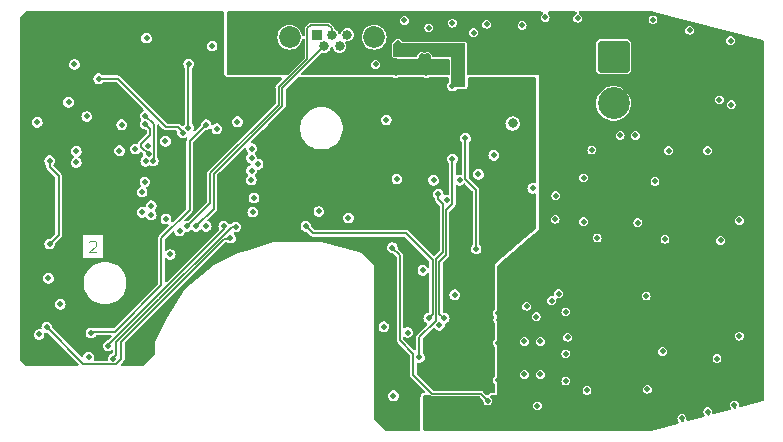
<source format=gbr>
%TF.GenerationSoftware,KiCad,Pcbnew,7.0.5-4d25ed1034~172~ubuntu22.04.1*%
%TF.CreationDate,2023-10-26T19:17:36+02:00*%
%TF.ProjectId,votoco,766f746f-636f-42e6-9b69-6361645f7063,rev?*%
%TF.SameCoordinates,Original*%
%TF.FileFunction,Copper,L2,Inr*%
%TF.FilePolarity,Positive*%
%FSLAX46Y46*%
G04 Gerber Fmt 4.6, Leading zero omitted, Abs format (unit mm)*
G04 Created by KiCad (PCBNEW 7.0.5-4d25ed1034~172~ubuntu22.04.1) date 2023-10-26 19:17:36*
%MOMM*%
%LPD*%
G01*
G04 APERTURE LIST*
G04 Aperture macros list*
%AMRoundRect*
0 Rectangle with rounded corners*
0 $1 Rounding radius*
0 $2 $3 $4 $5 $6 $7 $8 $9 X,Y pos of 4 corners*
0 Add a 4 corners polygon primitive as box body*
4,1,4,$2,$3,$4,$5,$6,$7,$8,$9,$2,$3,0*
0 Add four circle primitives for the rounded corners*
1,1,$1+$1,$2,$3*
1,1,$1+$1,$4,$5*
1,1,$1+$1,$6,$7*
1,1,$1+$1,$8,$9*
0 Add four rect primitives between the rounded corners*
20,1,$1+$1,$2,$3,$4,$5,0*
20,1,$1+$1,$4,$5,$6,$7,0*
20,1,$1+$1,$6,$7,$8,$9,0*
20,1,$1+$1,$8,$9,$2,$3,0*%
G04 Aperture macros list end*
%ADD10C,0.100000*%
%TA.AperFunction,NonConductor*%
%ADD11C,0.100000*%
%TD*%
%TA.AperFunction,ComponentPad*%
%ADD12R,0.840000X0.840000*%
%TD*%
%TA.AperFunction,ComponentPad*%
%ADD13C,0.840000*%
%TD*%
%TA.AperFunction,ComponentPad*%
%ADD14C,1.850000*%
%TD*%
%TA.AperFunction,ComponentPad*%
%ADD15RoundRect,0.250001X-1.099999X1.099999X-1.099999X-1.099999X1.099999X-1.099999X1.099999X1.099999X0*%
%TD*%
%TA.AperFunction,ComponentPad*%
%ADD16C,2.700000*%
%TD*%
%TA.AperFunction,ComponentPad*%
%ADD17C,0.500000*%
%TD*%
%TA.AperFunction,ViaPad*%
%ADD18C,0.500000*%
%TD*%
%TA.AperFunction,ViaPad*%
%ADD19C,0.800000*%
%TD*%
%TA.AperFunction,Conductor*%
%ADD20C,0.150000*%
%TD*%
G04 APERTURE END LIST*
D10*
D11*
X106464286Y-83502657D02*
X106511905Y-83455038D01*
X106511905Y-83455038D02*
X106607143Y-83407419D01*
X106607143Y-83407419D02*
X106845238Y-83407419D01*
X106845238Y-83407419D02*
X106940476Y-83455038D01*
X106940476Y-83455038D02*
X106988095Y-83502657D01*
X106988095Y-83502657D02*
X107035714Y-83597895D01*
X107035714Y-83597895D02*
X107035714Y-83693133D01*
X107035714Y-83693133D02*
X106988095Y-83835990D01*
X106988095Y-83835990D02*
X106416667Y-84407419D01*
X106416667Y-84407419D02*
X107035714Y-84407419D01*
D12*
%TO.N,Net-(D9-A)*%
%TO.C,J9*%
X125700000Y-65980000D03*
D13*
%TO.N,USBN*%
X126350000Y-66980000D03*
%TO.N,USBP*%
X127000000Y-65980000D03*
%TO.N,unconnected-(J9-ID-Pad4)*%
X127650000Y-66980000D03*
%TO.N,GND*%
X128300000Y-65980000D03*
D14*
X123425000Y-66200000D03*
X130575000Y-66200000D03*
%TD*%
D15*
%TO.N,GND*%
%TO.C,J5*%
X150850000Y-67842500D03*
D16*
%TO.N,Net-(D4-A)*%
X150850000Y-71802500D03*
%TD*%
D17*
%TO.N,GND*%
%TO.C,U1*%
X136690000Y-94970000D03*
X137340000Y-94970000D03*
X137990000Y-94970000D03*
X138640000Y-94970000D03*
X139290000Y-94970000D03*
X137990000Y-94370000D03*
X136690000Y-94320000D03*
X137340000Y-94320000D03*
X138640000Y-94320000D03*
X139290000Y-94320000D03*
X136690000Y-93670000D03*
X137990000Y-93670000D03*
X138640000Y-93670000D03*
X139290000Y-93670000D03*
X137340000Y-93653331D03*
X137340000Y-93020000D03*
X137990000Y-93020000D03*
X138640000Y-93020000D03*
X139290000Y-93020000D03*
X136690000Y-92970000D03*
X136690000Y-92370000D03*
X137340000Y-92370000D03*
X137990000Y-92370000D03*
X138640000Y-92370000D03*
X139290000Y-92370000D03*
%TD*%
D18*
%TO.N,SPI_CLK*%
X118400000Y-83200000D03*
%TO.N,GND*%
X114350000Y-75680000D03*
X156630000Y-98460000D03*
X138225000Y-89050000D03*
X128500000Y-78300000D03*
X144650000Y-91950000D03*
X134750000Y-87025000D03*
X113790000Y-75670000D03*
X157280000Y-65600000D03*
X144300000Y-89850000D03*
X137375000Y-86625000D03*
X135600000Y-80600000D03*
X133100000Y-94250000D03*
X110020000Y-93400000D03*
X143300000Y-91950000D03*
X117570000Y-75650000D03*
X114200000Y-84587500D03*
X101400000Y-86600000D03*
X134400000Y-81500000D03*
X116130000Y-79240000D03*
X132200000Y-70700000D03*
X137200000Y-65000000D03*
X115850000Y-80350000D03*
X141900000Y-70700000D03*
X161070000Y-97320000D03*
X117550000Y-77880000D03*
X145950000Y-79600000D03*
X117200000Y-71325000D03*
X133140000Y-64770000D03*
X143475000Y-88975000D03*
X109910000Y-82920000D03*
X131600000Y-70700000D03*
X102100000Y-92200000D03*
X104600000Y-73300000D03*
X143500000Y-71100000D03*
X135400000Y-70700000D03*
X137800000Y-84450000D03*
X109025000Y-80912500D03*
X141150000Y-83700000D03*
X145060000Y-64510000D03*
X132200000Y-77000000D03*
X113700000Y-72825000D03*
X138475000Y-86600000D03*
X104800000Y-91700000D03*
X114420000Y-78300000D03*
X143300000Y-94750000D03*
X139175000Y-86000000D03*
X143000000Y-70100000D03*
X118140000Y-78990000D03*
X118090000Y-75660000D03*
X118750000Y-71250000D03*
X137925000Y-86625000D03*
X143100000Y-65200000D03*
X111290000Y-82930000D03*
X135600000Y-81100000D03*
X110950000Y-92850000D03*
X107800000Y-71900000D03*
X102400000Y-88800000D03*
X143000000Y-71600000D03*
X144400000Y-97400000D03*
X117540000Y-78990000D03*
X160750000Y-66490000D03*
X132200000Y-92900000D03*
X154180000Y-64720000D03*
X143500000Y-71600000D03*
X114400000Y-78890000D03*
X134900000Y-70800000D03*
X143500000Y-70100000D03*
X131480000Y-98740000D03*
X118750000Y-78980000D03*
X159900000Y-83400000D03*
X132200000Y-70100000D03*
X148600000Y-96100000D03*
X123750000Y-81000000D03*
X110350000Y-68650000D03*
X114400000Y-79510000D03*
X159600000Y-93400000D03*
X144650000Y-94750000D03*
X151400000Y-74500000D03*
X143000000Y-71100000D03*
X118140000Y-77880000D03*
X105350000Y-77800000D03*
X158830000Y-97890000D03*
X159800000Y-71500000D03*
X149450000Y-83200000D03*
X110620000Y-82930000D03*
X139150000Y-89025000D03*
X104670000Y-82960000D03*
X143500000Y-70600000D03*
X158800000Y-75800000D03*
X142500000Y-70700000D03*
X103200000Y-78300000D03*
X118760000Y-77870000D03*
X147800000Y-64580000D03*
X143000000Y-70600000D03*
X114360000Y-76630000D03*
%TO.N,+3V3*%
X109200000Y-73600000D03*
X135600000Y-78300000D03*
X135200000Y-65400000D03*
X105350000Y-75850000D03*
X113300000Y-84587500D03*
X103000000Y-86600000D03*
X145900000Y-81600000D03*
X137800000Y-78300000D03*
X152700000Y-74500000D03*
X130700000Y-68500000D03*
X131400000Y-90700000D03*
X133400000Y-91200000D03*
X132200000Y-96550000D03*
X111300000Y-66270000D03*
X104000000Y-88800000D03*
X128400000Y-81500000D03*
X134700000Y-85925000D03*
X136100000Y-90600000D03*
X139400000Y-77800000D03*
X106400000Y-93300000D03*
X102050000Y-73400000D03*
X140700000Y-76200000D03*
X104700000Y-71700000D03*
X153700000Y-96000000D03*
X110350000Y-75650000D03*
%TO.N,+24V*%
X143100000Y-67900000D03*
X141700000Y-67900000D03*
X143100000Y-69100000D03*
X141700000Y-69100000D03*
X155400000Y-90400000D03*
X132400000Y-68700000D03*
X143100000Y-68500000D03*
X132400000Y-68200000D03*
X147650000Y-69142500D03*
X142800000Y-97350000D03*
X132400000Y-69200000D03*
X145850000Y-69142500D03*
X135100000Y-67800000D03*
X146750000Y-69142500D03*
X135400000Y-97800000D03*
X141100000Y-95250000D03*
X146750000Y-65842500D03*
X118800000Y-65600000D03*
X135400000Y-98400000D03*
X141100000Y-92100000D03*
X155400000Y-70600000D03*
X147650000Y-65842500D03*
X161500000Y-80400000D03*
X135000000Y-69200000D03*
X141125000Y-90125000D03*
X145850000Y-65842500D03*
X143950000Y-86650000D03*
X141250000Y-86650000D03*
X143425000Y-86650000D03*
X142300000Y-67800000D03*
X140800000Y-67800000D03*
X134600000Y-67800000D03*
X142900000Y-86650000D03*
X140200000Y-67800000D03*
X141100000Y-89550000D03*
X142350000Y-86650000D03*
X141800000Y-86650000D03*
%TO.N,AIN0*%
X132500000Y-78200000D03*
%TO.N,BLOUT*%
X136700000Y-80000000D03*
X111700000Y-80450000D03*
X144000000Y-79000000D03*
%TO.N,DI0*%
X114869500Y-68450000D03*
X114850000Y-73850000D03*
%TO.N,DI1*%
X114350000Y-74300000D03*
X107249500Y-69700000D03*
%TO.N,+5V*%
X131600000Y-73200000D03*
D19*
X142300000Y-73500000D03*
D18*
%TO.N,OB2*%
X146800000Y-95300000D03*
%TO.N,OB1*%
X146800000Y-93000000D03*
%TO.N,OA1*%
X146950000Y-91600000D03*
%TO.N,OA2*%
X146800000Y-89450000D03*
%TO.N,USBN*%
X115500000Y-82200000D03*
%TO.N,Net-(U2-VBAT)*%
X112950000Y-81600000D03*
X110925000Y-81012500D03*
X110925000Y-79312500D03*
X112900000Y-75000000D03*
X119000000Y-73350000D03*
X117250000Y-73950000D03*
X120300000Y-81000000D03*
%TO.N,NRESET*%
X138300000Y-74750000D03*
X106600000Y-91250000D03*
X145600000Y-88500000D03*
X116350000Y-73594502D03*
X139200000Y-84100000D03*
%TO.N,SPI_CS*%
X108500000Y-93400000D03*
X118850000Y-82250000D03*
%TO.N,Net-(U5-LX)*%
X132600000Y-66700000D03*
X137200000Y-70300000D03*
X133900000Y-67400000D03*
X132700000Y-67400000D03*
%TO.N,Net-(D1-K)*%
X116850000Y-66950000D03*
%TO.N,DO2*%
X120210000Y-75620000D03*
X155000000Y-92800000D03*
%TO.N,DO0*%
X154350000Y-78400000D03*
X120750000Y-76950000D03*
%TO.N,DO1*%
X155200000Y-83300000D03*
X120200000Y-77480000D03*
%TO.N,UARTTX*%
X116350000Y-82200000D03*
X124800000Y-82200000D03*
X135200000Y-90000000D03*
%TO.N,SPI_CLK*%
X102862499Y-90749502D03*
%TO.N,ENN*%
X140200000Y-97000000D03*
X125900000Y-80950000D03*
X132100000Y-84000000D03*
%TO.N,SWCLK*%
X111700000Y-81250000D03*
X146200000Y-87900000D03*
%TO.N,Net-(D7-K)*%
X105200000Y-68500000D03*
%TO.N,SPI_RX*%
X117850000Y-82200000D03*
X102200000Y-91360000D03*
X108064309Y-92314309D03*
%TO.N,Net-(J13-Pin_2)*%
X160800000Y-71900000D03*
%TO.N,Net-(J15-Pin_2)*%
X161500000Y-91500000D03*
%TO.N,DIAG*%
X134400000Y-93300000D03*
X120170000Y-78290000D03*
X136000000Y-79500000D03*
%TO.N,Net-(J14-Pin_2)*%
X161500000Y-81700000D03*
%TO.N,STEP*%
X120200000Y-76440000D03*
X136500000Y-90000000D03*
X137200000Y-76500000D03*
%TO.N,DIR*%
X137400000Y-88000000D03*
X120400000Y-79800000D03*
%TO.N,Net-(J2-Pin_1)*%
X148300000Y-78100000D03*
%TO.N,Net-(J2-Pin_2)*%
X152900000Y-81900000D03*
X148300000Y-81800000D03*
%TO.N,I2C_SDA*%
X109000000Y-75800000D03*
%TO.N,I2C_SCL*%
X111169500Y-78450000D03*
X105350000Y-76800000D03*
%TO.N,SWDIO*%
X114100000Y-82600000D03*
X153600000Y-88100000D03*
%TO.N,USBP*%
X114750000Y-82200000D03*
%TO.N,Net-(U5-PGOOD)*%
X139000000Y-65800000D03*
X140100000Y-65100000D03*
%TO.N,Net-(U2-BOOT0)*%
X103100000Y-83700000D03*
X111230160Y-76690785D03*
X103100000Y-76650000D03*
%TO.N,CANRX*%
X111200000Y-72850000D03*
X111868119Y-76648344D03*
X155500000Y-75800000D03*
%TO.N,CANTX*%
X111200000Y-73550000D03*
X149000000Y-75750000D03*
X111477179Y-76122660D03*
%TO.N,Net-(JP1-C)*%
X111450000Y-75400000D03*
X106250000Y-72900000D03*
%TD*%
D20*
%TO.N,UARTTX*%
X135200000Y-90000000D02*
X135530000Y-89670000D01*
X135530000Y-89670000D02*
X135530000Y-85020000D01*
X135530000Y-85020000D02*
X133310000Y-82800000D01*
X133310000Y-82800000D02*
X125400000Y-82800000D01*
X125400000Y-82800000D02*
X124800000Y-82200000D01*
%TO.N,SPI_CLK*%
X102862499Y-90749502D02*
X105962997Y-93850000D01*
X117865919Y-83268467D02*
X117865919Y-83265919D01*
X105962997Y-93850000D02*
X108750000Y-93850000D01*
X108750000Y-93850000D02*
X109165919Y-93434081D01*
X109165919Y-93434081D02*
X109165919Y-91965919D01*
X109165919Y-91965919D02*
X109168467Y-91965919D01*
X109168467Y-91965919D02*
X117865919Y-83268467D01*
X117865919Y-83265919D02*
X118334081Y-83265919D01*
X118334081Y-83265919D02*
X118400000Y-83200000D01*
%TO.N,DI0*%
X114850000Y-68469500D02*
X114869500Y-68450000D01*
X114850000Y-73850000D02*
X114850000Y-68469500D01*
%TO.N,DI1*%
X108850000Y-69700000D02*
X112950000Y-73800000D01*
X113950000Y-73800000D02*
X114350000Y-74200000D01*
X112950000Y-73800000D02*
X113950000Y-73800000D01*
X107249500Y-69700000D02*
X108850000Y-69700000D01*
X114350000Y-74200000D02*
X114350000Y-74300000D01*
%TO.N,USBN*%
X117000000Y-80700000D02*
X115500000Y-82200000D01*
X122800000Y-72000000D02*
X117000000Y-77800000D01*
X126350000Y-66980000D02*
X122800000Y-70530000D01*
X122800000Y-70530000D02*
X122800000Y-70800000D01*
X117000000Y-77800000D02*
X117000000Y-78100000D01*
X117000000Y-78100000D02*
X117000000Y-80700000D01*
X122800000Y-72000000D02*
X122800000Y-70800000D01*
%TO.N,NRESET*%
X139200000Y-84100000D02*
X139200000Y-79100000D01*
X112550000Y-83200000D02*
X112550000Y-87200000D01*
X108625000Y-91125000D02*
X106725000Y-91125000D01*
X114950000Y-80800000D02*
X112550000Y-83200000D01*
X139200000Y-79100000D02*
X138300000Y-78200000D01*
X116350000Y-73594502D02*
X114950000Y-74994502D01*
X138300000Y-78200000D02*
X138300000Y-74750000D01*
X114950000Y-74994502D02*
X114950000Y-80800000D01*
X112550000Y-87200000D02*
X108625000Y-91125000D01*
X106725000Y-91125000D02*
X106600000Y-91250000D01*
%TO.N,SPI_CS*%
X108500000Y-93379326D02*
X108750000Y-93129326D01*
X117500000Y-83252548D02*
X112376274Y-88376274D01*
X118500000Y-82250000D02*
X117500000Y-83250000D01*
X108750000Y-93129326D02*
X108750000Y-92000000D01*
X117500000Y-83250000D02*
X117500000Y-83252548D01*
X108750000Y-92000000D02*
X112373726Y-88376274D01*
X112373726Y-88376274D02*
X112376274Y-88376274D01*
X108500000Y-93400000D02*
X108500000Y-93379326D01*
X118850000Y-82250000D02*
X118500000Y-82250000D01*
%TO.N,ENN*%
X133900000Y-94800000D02*
X135495000Y-96395000D01*
X132750000Y-84650000D02*
X132100000Y-84000000D01*
X139595000Y-96395000D02*
X140200000Y-97000000D01*
X135495000Y-96395000D02*
X139595000Y-96395000D01*
X133900000Y-93000000D02*
X133900000Y-94800000D01*
X132750000Y-91850000D02*
X132750000Y-84650000D01*
X132750000Y-91850000D02*
X133900000Y-93000000D01*
%TO.N,SPI_RX*%
X108064309Y-92235691D02*
X108064309Y-92314309D01*
X112050000Y-88250000D02*
X108064309Y-92235691D01*
X117850000Y-82450000D02*
X112050000Y-88250000D01*
X117850000Y-82200000D02*
X117850000Y-82450000D01*
%TO.N,DIAG*%
X136400000Y-84400000D02*
X135800000Y-85000000D01*
X135800000Y-90200000D02*
X134400000Y-91600000D01*
X136000000Y-79500000D02*
X136000000Y-79929326D01*
X136400000Y-80329326D02*
X136400000Y-84400000D01*
X134400000Y-91600000D02*
X134400000Y-93300000D01*
X136000000Y-79929326D02*
X136400000Y-80329326D01*
X135800000Y-85000000D02*
X135800000Y-90200000D01*
%TO.N,STEP*%
X137200000Y-79400000D02*
X137200000Y-76500000D01*
X136090000Y-89600000D02*
X136100000Y-89600000D01*
X137200000Y-80310000D02*
X136670000Y-80840000D01*
X136670000Y-84610000D02*
X136090000Y-85190000D01*
X136100000Y-89600000D02*
X136500000Y-90000000D01*
X136670000Y-80840000D02*
X136670000Y-84610000D01*
X136090000Y-85190000D02*
X136090000Y-89600000D01*
X137200000Y-79400000D02*
X137200000Y-80310000D01*
%TO.N,USBP*%
X124900000Y-65450000D02*
X125200000Y-65150000D01*
X116700000Y-80250000D02*
X116700000Y-77718162D01*
X122500000Y-71918162D02*
X122500000Y-70448162D01*
X114750000Y-82200000D02*
X116700000Y-80250000D01*
X116700000Y-77718162D02*
X122500000Y-71918162D01*
X126700000Y-65150000D02*
X127000000Y-65450000D01*
X127000000Y-65450000D02*
X127000000Y-65980000D01*
X125200000Y-65150000D02*
X126700000Y-65150000D01*
X122500000Y-70448162D02*
X124900000Y-68048162D01*
X124900000Y-68048162D02*
X124900000Y-65450000D01*
%TO.N,Net-(U2-BOOT0)*%
X103850000Y-82950000D02*
X103100000Y-83700000D01*
X103850000Y-77950000D02*
X103850000Y-82950000D01*
X103100000Y-77200000D02*
X103850000Y-77950000D01*
X103100000Y-76650000D02*
X103100000Y-77200000D01*
%TO.N,CANRX*%
X111922179Y-76594284D02*
X111868119Y-76648344D01*
X111200000Y-72850000D02*
X111922179Y-73572179D01*
X111922179Y-73572179D02*
X111922179Y-76594284D01*
%TO.N,CANTX*%
X111580000Y-74490000D02*
X111580000Y-73930000D01*
X110850000Y-75495481D02*
X110850000Y-75220000D01*
X111477179Y-76122660D02*
X110850000Y-75495481D01*
X110850000Y-75220000D02*
X111580000Y-74490000D01*
X111580000Y-73930000D02*
X111200000Y-73550000D01*
%TD*%
%TA.AperFunction,Conductor*%
%TO.N,Net-(U5-LX)*%
G36*
X138273566Y-66717313D02*
G01*
X138298876Y-66761150D01*
X138300000Y-66774000D01*
X138300000Y-70326000D01*
X138282687Y-70373566D01*
X138238850Y-70398876D01*
X138226000Y-70400000D01*
X137174000Y-70400000D01*
X137126434Y-70382687D01*
X137101124Y-70338850D01*
X137100000Y-70326000D01*
X137100000Y-67900000D01*
X135545922Y-67900000D01*
X135498356Y-67882687D01*
X135473046Y-67838850D01*
X135472833Y-67814426D01*
X135475118Y-67800000D01*
X135456758Y-67684082D01*
X135456758Y-67684081D01*
X135403476Y-67579510D01*
X135320489Y-67496523D01*
X135215918Y-67443241D01*
X135100000Y-67424882D01*
X134984081Y-67443241D01*
X134883595Y-67494442D01*
X134833353Y-67500610D01*
X134816405Y-67494442D01*
X134715918Y-67443241D01*
X134600000Y-67424882D01*
X134484081Y-67443241D01*
X134379510Y-67496523D01*
X134296523Y-67579510D01*
X134243241Y-67684081D01*
X134225831Y-67794008D01*
X134224882Y-67800000D01*
X134227166Y-67814424D01*
X134217509Y-67864111D01*
X134178172Y-67895968D01*
X134154078Y-67900000D01*
X132645079Y-67900000D01*
X132611484Y-67891935D01*
X132515918Y-67843241D01*
X132400000Y-67824882D01*
X132285576Y-67843005D01*
X132235887Y-67833346D01*
X132204032Y-67794008D01*
X132200000Y-67769916D01*
X132200000Y-66774000D01*
X132217313Y-66726434D01*
X132261150Y-66701124D01*
X132274000Y-66700000D01*
X138226000Y-66700000D01*
X138273566Y-66717313D01*
G37*
%TD.AperFunction*%
%TD*%
%TA.AperFunction,Conductor*%
%TO.N,GND*%
G36*
X124291771Y-69524586D02*
G01*
X124300754Y-69530244D01*
X124304832Y-69532525D01*
X124304834Y-69532527D01*
X124384652Y-69577174D01*
X124452773Y-69597176D01*
X124464667Y-69598886D01*
X124510665Y-69605500D01*
X124510669Y-69605500D01*
X132170774Y-69605500D01*
X132203931Y-69612712D01*
X132204138Y-69612009D01*
X132210929Y-69614003D01*
X132210931Y-69614004D01*
X132335228Y-69650500D01*
X132335230Y-69650500D01*
X132464770Y-69650500D01*
X132464772Y-69650500D01*
X132589069Y-69614004D01*
X132589070Y-69614003D01*
X132595862Y-69612009D01*
X132596068Y-69612712D01*
X132629226Y-69605500D01*
X134770774Y-69605500D01*
X134803931Y-69612712D01*
X134804138Y-69612009D01*
X134810929Y-69614003D01*
X134810931Y-69614004D01*
X134935228Y-69650500D01*
X134935230Y-69650500D01*
X135064770Y-69650500D01*
X135064772Y-69650500D01*
X135189069Y-69614004D01*
X135189070Y-69614003D01*
X135195862Y-69612009D01*
X135196068Y-69612712D01*
X135229226Y-69605500D01*
X136795500Y-69605500D01*
X136853691Y-69624407D01*
X136889655Y-69673907D01*
X136894500Y-69704500D01*
X136894500Y-69927706D01*
X136875593Y-69985897D01*
X136870320Y-69992536D01*
X136817118Y-70053936D01*
X136763302Y-70171774D01*
X136744867Y-70299997D01*
X136744867Y-70300002D01*
X136763302Y-70428225D01*
X136805524Y-70520676D01*
X136817118Y-70546063D01*
X136887191Y-70626933D01*
X136901952Y-70643968D01*
X137010926Y-70714001D01*
X137010931Y-70714004D01*
X137135228Y-70750500D01*
X137135230Y-70750500D01*
X137264770Y-70750500D01*
X137264772Y-70750500D01*
X137389069Y-70714004D01*
X137498049Y-70643967D01*
X137501774Y-70639667D01*
X137554170Y-70608073D01*
X137576593Y-70605500D01*
X138230463Y-70605500D01*
X138230483Y-70605500D01*
X138239441Y-70605109D01*
X138256757Y-70603594D01*
X138341602Y-70576843D01*
X138385439Y-70551533D01*
X138426174Y-70520678D01*
X138475793Y-70443853D01*
X138493106Y-70396287D01*
X138505500Y-70326000D01*
X138505500Y-69704500D01*
X138524407Y-69646309D01*
X138573907Y-69610345D01*
X138604500Y-69605500D01*
X144195500Y-69605500D01*
X144253691Y-69624407D01*
X144289655Y-69673907D01*
X144294500Y-69704500D01*
X144294500Y-78484705D01*
X144275593Y-78542896D01*
X144226093Y-78578860D01*
X144167609Y-78579695D01*
X144064774Y-78549500D01*
X144064772Y-78549500D01*
X143935228Y-78549500D01*
X143935225Y-78549500D01*
X143810933Y-78585995D01*
X143810926Y-78585998D01*
X143701952Y-78656031D01*
X143617117Y-78753938D01*
X143563302Y-78871774D01*
X143544867Y-78999997D01*
X143544867Y-79000002D01*
X143563302Y-79128225D01*
X143589286Y-79185120D01*
X143617118Y-79246063D01*
X143674683Y-79312497D01*
X143701952Y-79343968D01*
X143810926Y-79414001D01*
X143810931Y-79414004D01*
X143935228Y-79450500D01*
X143935230Y-79450500D01*
X144064770Y-79450500D01*
X144064772Y-79450500D01*
X144167612Y-79420304D01*
X144228769Y-79422051D01*
X144277222Y-79459414D01*
X144294500Y-79515294D01*
X144294500Y-82359950D01*
X144275593Y-82418141D01*
X144259928Y-82435116D01*
X143549595Y-83043973D01*
X143367566Y-83199998D01*
X140910261Y-85306256D01*
X140889056Y-85327294D01*
X140889050Y-85327300D01*
X140884264Y-85332794D01*
X140865051Y-85354847D01*
X140822828Y-85431928D01*
X140802823Y-85500057D01*
X140794500Y-85557946D01*
X140794500Y-89177706D01*
X140775593Y-89235897D01*
X140770320Y-89242536D01*
X140717118Y-89303936D01*
X140663302Y-89421774D01*
X140644867Y-89549997D01*
X140644867Y-89550002D01*
X140663302Y-89678225D01*
X140717118Y-89796064D01*
X140720946Y-89802020D01*
X140719710Y-89802814D01*
X140740427Y-89851835D01*
X140731844Y-89901433D01*
X140688301Y-89996776D01*
X140669867Y-90124997D01*
X140669867Y-90125002D01*
X140688302Y-90253225D01*
X140742118Y-90371063D01*
X140770318Y-90403607D01*
X140794137Y-90459966D01*
X140794500Y-90468439D01*
X140794500Y-91727706D01*
X140775593Y-91785897D01*
X140770320Y-91792536D01*
X140717118Y-91853936D01*
X140663302Y-91971774D01*
X140644867Y-92099997D01*
X140644867Y-92100002D01*
X140663302Y-92228225D01*
X140689201Y-92284935D01*
X140717118Y-92346063D01*
X140770320Y-92407461D01*
X140794137Y-92463819D01*
X140794500Y-92472291D01*
X140794500Y-94877706D01*
X140775593Y-94935897D01*
X140770320Y-94942536D01*
X140717118Y-95003936D01*
X140663302Y-95121774D01*
X140644867Y-95249997D01*
X140644867Y-95250002D01*
X140663302Y-95378225D01*
X140717118Y-95496063D01*
X140770319Y-95557462D01*
X140794136Y-95613821D01*
X140794499Y-95622292D01*
X140794500Y-96099998D01*
X140794500Y-96195500D01*
X140775593Y-96253691D01*
X140726093Y-96289655D01*
X140695500Y-96294500D01*
X140526323Y-96294500D01*
X140524183Y-96294537D01*
X140522641Y-96294565D01*
X140511833Y-96294951D01*
X140447354Y-96307777D01*
X140380841Y-96332585D01*
X140380817Y-96332595D01*
X140357861Y-96342797D01*
X140357857Y-96342799D01*
X140288140Y-96401976D01*
X140288135Y-96401982D01*
X140245587Y-96458819D01*
X140234172Y-96476189D01*
X140186412Y-96514433D01*
X140125294Y-96517301D01*
X140081436Y-96491820D01*
X139815885Y-96226269D01*
X139803573Y-96211266D01*
X139802246Y-96209280D01*
X139793624Y-96196376D01*
X139772899Y-96182528D01*
X139772890Y-96182521D01*
X139726650Y-96151624D01*
X139702499Y-96135487D01*
X139702496Y-96135486D01*
X139702495Y-96135485D01*
X139638071Y-96122670D01*
X139616182Y-96118316D01*
X139616162Y-96118311D01*
X139595002Y-96114103D01*
X139595001Y-96114103D01*
X139595000Y-96114103D01*
X139577430Y-96117598D01*
X139558116Y-96119500D01*
X135650124Y-96119500D01*
X135591933Y-96100593D01*
X135580120Y-96090504D01*
X134854415Y-95364799D01*
X136471976Y-95364799D01*
X136501142Y-95383543D01*
X136625298Y-95419999D01*
X136625301Y-95420000D01*
X136754699Y-95420000D01*
X136754701Y-95419999D01*
X136878859Y-95383542D01*
X136878865Y-95383539D01*
X136908022Y-95364801D01*
X136908022Y-95364800D01*
X136908021Y-95364799D01*
X137121976Y-95364799D01*
X137151142Y-95383543D01*
X137275298Y-95419999D01*
X137275301Y-95420000D01*
X137404699Y-95420000D01*
X137404701Y-95419999D01*
X137528859Y-95383542D01*
X137528865Y-95383539D01*
X137558022Y-95364801D01*
X137558022Y-95364800D01*
X137558021Y-95364799D01*
X137771976Y-95364799D01*
X137801142Y-95383543D01*
X137925298Y-95419999D01*
X137925301Y-95420000D01*
X138054699Y-95420000D01*
X138054701Y-95419999D01*
X138178859Y-95383542D01*
X138178865Y-95383539D01*
X138208022Y-95364801D01*
X138208022Y-95364800D01*
X138208021Y-95364799D01*
X138421976Y-95364799D01*
X138451142Y-95383543D01*
X138575298Y-95419999D01*
X138575301Y-95420000D01*
X138704699Y-95420000D01*
X138704701Y-95419999D01*
X138828859Y-95383542D01*
X138828865Y-95383539D01*
X138858022Y-95364801D01*
X138858022Y-95364800D01*
X138858021Y-95364799D01*
X139071976Y-95364799D01*
X139101142Y-95383543D01*
X139225298Y-95419999D01*
X139225301Y-95420000D01*
X139354699Y-95420000D01*
X139354701Y-95419999D01*
X139478859Y-95383542D01*
X139478865Y-95383539D01*
X139508022Y-95364801D01*
X139508022Y-95364800D01*
X139289999Y-95146777D01*
X139071976Y-95364799D01*
X138858021Y-95364799D01*
X138639999Y-95146777D01*
X138421976Y-95364799D01*
X138208021Y-95364799D01*
X137989999Y-95146777D01*
X137771976Y-95364799D01*
X137558021Y-95364799D01*
X137339999Y-95146777D01*
X137121976Y-95364799D01*
X136908021Y-95364799D01*
X136689999Y-95146777D01*
X136471976Y-95364799D01*
X134854415Y-95364799D01*
X134204496Y-94714880D01*
X134176719Y-94660363D01*
X134175500Y-94644876D01*
X134175500Y-93835848D01*
X134194407Y-93777657D01*
X134243907Y-93741693D01*
X134302389Y-93740858D01*
X134335228Y-93750500D01*
X134335230Y-93750500D01*
X134464770Y-93750500D01*
X134464772Y-93750500D01*
X134589069Y-93714004D01*
X134698049Y-93643967D01*
X134782882Y-93546063D01*
X134836697Y-93428226D01*
X134848663Y-93344998D01*
X134855133Y-93300002D01*
X134855133Y-93299997D01*
X134836697Y-93171774D01*
X134825281Y-93146777D01*
X134782882Y-93053937D01*
X134753475Y-93019999D01*
X134699680Y-92957914D01*
X134675863Y-92901555D01*
X134675500Y-92893084D01*
X134675500Y-91755122D01*
X134694407Y-91696931D01*
X134704490Y-91685124D01*
X135562346Y-90827268D01*
X135616861Y-90799493D01*
X135677293Y-90809064D01*
X135712375Y-90840804D01*
X135712482Y-90840712D01*
X135713240Y-90841587D01*
X135715633Y-90843752D01*
X135717116Y-90846061D01*
X135801952Y-90943968D01*
X135817466Y-90953938D01*
X135910931Y-91014004D01*
X136035228Y-91050500D01*
X136035230Y-91050500D01*
X136164770Y-91050500D01*
X136164772Y-91050500D01*
X136200000Y-91040156D01*
X136200000Y-94900000D01*
X136245437Y-94900000D01*
X136235373Y-94969997D01*
X136235373Y-94970002D01*
X136253787Y-95098077D01*
X136253788Y-95098080D01*
X136294968Y-95188253D01*
X136513222Y-94970000D01*
X136443222Y-94900000D01*
X136617251Y-94900000D01*
X136590000Y-94937508D01*
X136590000Y-95002492D01*
X136628197Y-95055065D01*
X136674162Y-95070000D01*
X136705838Y-95070000D01*
X136751803Y-95055065D01*
X136790000Y-95002492D01*
X136790000Y-94937508D01*
X136762749Y-94900000D01*
X136937782Y-94900000D01*
X136868440Y-94969998D01*
X137015137Y-95118084D01*
X137163222Y-94970000D01*
X137093222Y-94900000D01*
X137267251Y-94900000D01*
X137240000Y-94937508D01*
X137240000Y-95002492D01*
X137278197Y-95055065D01*
X137324162Y-95070000D01*
X137355838Y-95070000D01*
X137401803Y-95055065D01*
X137440000Y-95002492D01*
X137440000Y-94937508D01*
X137412749Y-94900000D01*
X137586778Y-94900000D01*
X137516778Y-94970000D01*
X137665000Y-95118222D01*
X137813222Y-94970000D01*
X137743222Y-94900000D01*
X137917251Y-94900000D01*
X137890000Y-94937508D01*
X137890000Y-95002492D01*
X137928197Y-95055065D01*
X137974162Y-95070000D01*
X138005838Y-95070000D01*
X138051803Y-95055065D01*
X138090000Y-95002492D01*
X138090000Y-94937508D01*
X138062749Y-94900000D01*
X138236777Y-94900000D01*
X138166777Y-94970000D01*
X138315000Y-95118222D01*
X138463222Y-94969999D01*
X138393223Y-94900000D01*
X138567251Y-94900000D01*
X138540000Y-94937508D01*
X138540000Y-95002492D01*
X138578197Y-95055065D01*
X138624162Y-95070000D01*
X138655838Y-95070000D01*
X138701803Y-95055065D01*
X138740000Y-95002492D01*
X138740000Y-94937508D01*
X138712749Y-94900000D01*
X138886776Y-94900000D01*
X138816777Y-94969999D01*
X138964999Y-95118222D01*
X139113222Y-94970000D01*
X139043222Y-94900000D01*
X139217251Y-94900000D01*
X139190000Y-94937508D01*
X139190000Y-95002492D01*
X139228197Y-95055065D01*
X139274162Y-95070000D01*
X139305838Y-95070000D01*
X139351803Y-95055065D01*
X139390000Y-95002492D01*
X139390000Y-94937508D01*
X139362749Y-94900000D01*
X139536776Y-94900000D01*
X139466777Y-94969999D01*
X139685030Y-95188254D01*
X139685031Y-95188253D01*
X139726211Y-95098084D01*
X139726211Y-95098082D01*
X139744627Y-94970002D01*
X139744627Y-94969997D01*
X139734563Y-94900000D01*
X140500000Y-94900000D01*
X140500000Y-90700000D01*
X136540755Y-90700000D01*
X136555133Y-90600000D01*
X136551246Y-90572968D01*
X136547108Y-90544182D01*
X136557541Y-90483893D01*
X136601419Y-90441251D01*
X136617203Y-90435104D01*
X136689069Y-90414004D01*
X136798049Y-90343967D01*
X136882882Y-90246063D01*
X136936697Y-90128226D01*
X136952681Y-90017056D01*
X136955133Y-90000002D01*
X136955133Y-89999997D01*
X136936697Y-89871774D01*
X136910250Y-89813864D01*
X136882882Y-89753937D01*
X136798049Y-89656033D01*
X136798048Y-89656032D01*
X136798047Y-89656031D01*
X136689073Y-89585998D01*
X136689070Y-89585996D01*
X136689069Y-89585996D01*
X136689066Y-89585995D01*
X136564774Y-89549500D01*
X136564772Y-89549500D01*
X136480123Y-89549500D01*
X136421932Y-89530593D01*
X136410117Y-89520501D01*
X136394494Y-89504877D01*
X136366718Y-89450360D01*
X136365500Y-89434876D01*
X136365500Y-88000002D01*
X136944867Y-88000002D01*
X136963302Y-88128225D01*
X137017117Y-88246061D01*
X137017118Y-88246063D01*
X137084273Y-88323565D01*
X137101952Y-88343968D01*
X137210926Y-88414001D01*
X137210931Y-88414004D01*
X137335228Y-88450500D01*
X137335230Y-88450500D01*
X137464770Y-88450500D01*
X137464772Y-88450500D01*
X137589069Y-88414004D01*
X137698049Y-88343967D01*
X137782882Y-88246063D01*
X137836697Y-88128226D01*
X137855133Y-88000000D01*
X137836697Y-87871774D01*
X137782882Y-87753937D01*
X137698049Y-87656033D01*
X137698048Y-87656032D01*
X137698047Y-87656031D01*
X137589073Y-87585998D01*
X137589070Y-87585996D01*
X137589069Y-87585996D01*
X137589066Y-87585995D01*
X137464774Y-87549500D01*
X137464772Y-87549500D01*
X137335228Y-87549500D01*
X137335225Y-87549500D01*
X137210933Y-87585995D01*
X137210926Y-87585998D01*
X137101952Y-87656031D01*
X137017117Y-87753938D01*
X136963302Y-87871774D01*
X136944867Y-87999997D01*
X136944867Y-88000002D01*
X136365500Y-88000002D01*
X136365500Y-85345122D01*
X136384407Y-85286931D01*
X136394490Y-85275125D01*
X136838730Y-84830884D01*
X136853726Y-84818577D01*
X136868624Y-84808624D01*
X136885320Y-84783638D01*
X136915077Y-84739103D01*
X136929515Y-84717495D01*
X136945500Y-84637133D01*
X136945500Y-84637132D01*
X136950897Y-84610000D01*
X136947402Y-84592427D01*
X136945500Y-84573115D01*
X136945500Y-80995122D01*
X136964407Y-80936931D01*
X136974490Y-80925125D01*
X137368730Y-80530884D01*
X137383726Y-80518577D01*
X137398624Y-80508624D01*
X137444154Y-80440485D01*
X137459515Y-80417495D01*
X137480897Y-80310000D01*
X137477402Y-80292427D01*
X137475500Y-80273115D01*
X137475500Y-78806201D01*
X137494407Y-78748010D01*
X137543907Y-78712046D01*
X137604126Y-78712046D01*
X137604137Y-78712009D01*
X137604263Y-78712046D01*
X137605093Y-78712046D01*
X137607632Y-78713035D01*
X137610930Y-78714003D01*
X137610931Y-78714004D01*
X137735228Y-78750500D01*
X137735230Y-78750500D01*
X137864770Y-78750500D01*
X137864772Y-78750500D01*
X137989069Y-78714004D01*
X138098049Y-78643967D01*
X138147399Y-78587012D01*
X138199795Y-78555416D01*
X138260756Y-78560651D01*
X138292223Y-78581839D01*
X138895504Y-79185120D01*
X138923281Y-79239637D01*
X138924500Y-79255124D01*
X138924500Y-83693084D01*
X138905593Y-83751275D01*
X138900320Y-83757914D01*
X138817118Y-83853936D01*
X138763302Y-83971774D01*
X138744867Y-84099997D01*
X138744867Y-84100002D01*
X138763302Y-84228225D01*
X138815005Y-84341437D01*
X138817118Y-84346063D01*
X138883991Y-84423240D01*
X138901952Y-84443968D01*
X138989140Y-84500000D01*
X139010931Y-84514004D01*
X139135228Y-84550500D01*
X139135230Y-84550500D01*
X139264770Y-84550500D01*
X139264772Y-84550500D01*
X139389069Y-84514004D01*
X139498049Y-84443967D01*
X139582882Y-84346063D01*
X139636697Y-84228226D01*
X139647872Y-84150500D01*
X139655133Y-84100002D01*
X139655133Y-84099997D01*
X139636697Y-83971774D01*
X139591028Y-83871774D01*
X139582882Y-83853937D01*
X139560603Y-83828225D01*
X139499680Y-83757914D01*
X139475863Y-83701555D01*
X139475500Y-83693084D01*
X139475500Y-79136883D01*
X139477402Y-79117569D01*
X139480897Y-79100000D01*
X139459515Y-78992505D01*
X139459515Y-78992504D01*
X139411292Y-78920335D01*
X139398625Y-78901378D01*
X139398624Y-78901376D01*
X139394309Y-78898493D01*
X139383733Y-78891426D01*
X139368731Y-78879115D01*
X138604496Y-78114880D01*
X138576719Y-78060363D01*
X138575500Y-78044876D01*
X138575500Y-77800002D01*
X138944867Y-77800002D01*
X138963302Y-77928225D01*
X139016576Y-78044876D01*
X139017118Y-78046063D01*
X139101951Y-78143967D01*
X139101952Y-78143968D01*
X139189140Y-78200000D01*
X139210931Y-78214004D01*
X139335228Y-78250500D01*
X139335230Y-78250500D01*
X139464770Y-78250500D01*
X139464772Y-78250500D01*
X139589069Y-78214004D01*
X139698049Y-78143967D01*
X139782882Y-78046063D01*
X139836697Y-77928226D01*
X139842895Y-77885119D01*
X139855133Y-77800002D01*
X139855133Y-77799997D01*
X139836697Y-77671774D01*
X139812431Y-77618639D01*
X139782882Y-77553937D01*
X139698049Y-77456033D01*
X139698048Y-77456032D01*
X139698047Y-77456031D01*
X139589073Y-77385998D01*
X139589070Y-77385996D01*
X139589069Y-77385996D01*
X139589066Y-77385995D01*
X139464774Y-77349500D01*
X139464772Y-77349500D01*
X139335228Y-77349500D01*
X139335225Y-77349500D01*
X139210933Y-77385995D01*
X139210926Y-77385998D01*
X139101952Y-77456031D01*
X139017117Y-77553938D01*
X138963302Y-77671774D01*
X138944867Y-77799997D01*
X138944867Y-77800002D01*
X138575500Y-77800002D01*
X138575500Y-76200002D01*
X140244867Y-76200002D01*
X140263302Y-76328225D01*
X140316506Y-76444723D01*
X140317118Y-76446063D01*
X140395044Y-76535996D01*
X140401952Y-76543968D01*
X140510926Y-76614001D01*
X140510931Y-76614004D01*
X140635228Y-76650500D01*
X140635230Y-76650500D01*
X140764770Y-76650500D01*
X140764772Y-76650500D01*
X140889069Y-76614004D01*
X140998049Y-76543967D01*
X141082882Y-76446063D01*
X141136697Y-76328226D01*
X141147872Y-76250500D01*
X141155133Y-76200002D01*
X141155133Y-76199997D01*
X141136697Y-76071774D01*
X141133776Y-76065378D01*
X141082882Y-75953937D01*
X140998049Y-75856033D01*
X140998048Y-75856032D01*
X140998047Y-75856031D01*
X140889073Y-75785998D01*
X140889070Y-75785996D01*
X140889069Y-75785996D01*
X140889066Y-75785995D01*
X140764774Y-75749500D01*
X140764772Y-75749500D01*
X140635228Y-75749500D01*
X140635225Y-75749500D01*
X140510933Y-75785995D01*
X140510926Y-75785998D01*
X140401952Y-75856031D01*
X140317117Y-75953938D01*
X140263302Y-76071774D01*
X140244867Y-76199997D01*
X140244867Y-76200002D01*
X138575500Y-76200002D01*
X138575500Y-75156915D01*
X138594407Y-75098724D01*
X138599673Y-75092092D01*
X138682882Y-74996063D01*
X138736697Y-74878226D01*
X138747546Y-74802767D01*
X138755133Y-74750002D01*
X138755133Y-74749997D01*
X138736697Y-74621774D01*
X138720358Y-74585998D01*
X138682882Y-74503937D01*
X138598049Y-74406033D01*
X138598048Y-74406032D01*
X138598047Y-74406031D01*
X138489073Y-74335998D01*
X138489070Y-74335996D01*
X138489069Y-74335996D01*
X138487026Y-74335396D01*
X138364774Y-74299500D01*
X138364772Y-74299500D01*
X138235228Y-74299500D01*
X138235225Y-74299500D01*
X138110933Y-74335995D01*
X138110926Y-74335998D01*
X138001952Y-74406031D01*
X137917117Y-74503938D01*
X137863302Y-74621774D01*
X137844867Y-74749997D01*
X137844867Y-74750002D01*
X137863302Y-74878225D01*
X137914754Y-74990886D01*
X137917118Y-74996063D01*
X138000320Y-75092085D01*
X138024137Y-75148444D01*
X138024500Y-75156915D01*
X138024500Y-77764151D01*
X138005593Y-77822342D01*
X137956093Y-77858306D01*
X137897610Y-77859141D01*
X137864777Y-77849501D01*
X137864773Y-77849500D01*
X137864772Y-77849500D01*
X137735228Y-77849500D01*
X137735225Y-77849500D01*
X137623252Y-77882378D01*
X137610935Y-77885995D01*
X137604137Y-77887991D01*
X137603336Y-77885265D01*
X137554822Y-77890823D01*
X137501551Y-77860726D01*
X137476143Y-77805066D01*
X137475500Y-77793798D01*
X137475500Y-76906915D01*
X137494407Y-76848724D01*
X137499673Y-76842092D01*
X137582882Y-76746063D01*
X137636697Y-76628226D01*
X137645324Y-76568225D01*
X137655133Y-76500002D01*
X137655133Y-76499997D01*
X137636697Y-76371774D01*
X137616809Y-76328226D01*
X137582882Y-76253937D01*
X137498049Y-76156033D01*
X137498048Y-76156032D01*
X137498047Y-76156031D01*
X137389073Y-76085998D01*
X137389070Y-76085996D01*
X137389069Y-76085996D01*
X137385180Y-76084854D01*
X137264774Y-76049500D01*
X137264772Y-76049500D01*
X137135228Y-76049500D01*
X137135225Y-76049500D01*
X137010933Y-76085995D01*
X137010926Y-76085998D01*
X136901952Y-76156031D01*
X136817117Y-76253938D01*
X136763302Y-76371774D01*
X136744867Y-76499997D01*
X136744867Y-76500002D01*
X136763302Y-76628225D01*
X136791873Y-76690785D01*
X136817118Y-76746063D01*
X136900320Y-76842085D01*
X136924137Y-76898444D01*
X136924500Y-76906915D01*
X136924500Y-79464151D01*
X136905593Y-79522342D01*
X136856093Y-79558306D01*
X136797610Y-79559141D01*
X136764777Y-79549501D01*
X136764773Y-79549500D01*
X136764772Y-79549500D01*
X136635228Y-79549500D01*
X136635226Y-79549500D01*
X136635222Y-79549501D01*
X136578879Y-79566044D01*
X136517719Y-79564296D01*
X136469266Y-79526932D01*
X136452997Y-79485143D01*
X136436697Y-79371774D01*
X136382882Y-79253938D01*
X136382882Y-79253937D01*
X136298049Y-79156033D01*
X136298048Y-79156032D01*
X136298047Y-79156031D01*
X136189073Y-79085998D01*
X136189070Y-79085996D01*
X136189069Y-79085996D01*
X136189066Y-79085995D01*
X136064774Y-79049500D01*
X136064772Y-79049500D01*
X135935228Y-79049500D01*
X135935225Y-79049500D01*
X135810933Y-79085995D01*
X135810926Y-79085998D01*
X135701952Y-79156031D01*
X135617117Y-79253938D01*
X135563302Y-79371774D01*
X135544867Y-79499997D01*
X135544867Y-79500002D01*
X135563302Y-79628225D01*
X135617118Y-79746063D01*
X135697978Y-79839383D01*
X135721795Y-79895742D01*
X135720257Y-79923522D01*
X135719103Y-79929325D01*
X135719103Y-79929328D01*
X135723313Y-79950497D01*
X135723316Y-79950509D01*
X135740484Y-80036820D01*
X135768529Y-80078792D01*
X135785613Y-80104361D01*
X135801373Y-80127946D01*
X135801376Y-80127950D01*
X135813250Y-80135884D01*
X135816266Y-80137899D01*
X135831269Y-80150211D01*
X136095504Y-80414446D01*
X136123281Y-80468963D01*
X136124500Y-80484450D01*
X136124500Y-84244876D01*
X136105593Y-84303067D01*
X136095503Y-84314880D01*
X135725003Y-84685379D01*
X135670487Y-84713156D01*
X135610055Y-84703585D01*
X135584996Y-84685379D01*
X133530885Y-82631269D01*
X133518573Y-82616266D01*
X133508625Y-82601378D01*
X133508624Y-82601376D01*
X133487899Y-82587528D01*
X133487890Y-82587521D01*
X133442952Y-82557494D01*
X133417499Y-82540487D01*
X133417496Y-82540486D01*
X133417495Y-82540485D01*
X133353071Y-82527670D01*
X133331182Y-82523316D01*
X133331162Y-82523311D01*
X133310002Y-82519103D01*
X133310001Y-82519103D01*
X133310000Y-82519103D01*
X133292430Y-82522598D01*
X133273116Y-82524500D01*
X125555124Y-82524500D01*
X125496933Y-82505593D01*
X125485120Y-82495504D01*
X125281938Y-82292322D01*
X125254161Y-82237805D01*
X125253950Y-82208227D01*
X125255133Y-82199999D01*
X125255133Y-82199998D01*
X125236697Y-82071774D01*
X125220864Y-82037106D01*
X125182882Y-81953937D01*
X125098049Y-81856033D01*
X125098048Y-81856032D01*
X125098047Y-81856031D01*
X124989073Y-81785998D01*
X124989070Y-81785996D01*
X124989069Y-81785996D01*
X124967160Y-81779563D01*
X124864774Y-81749500D01*
X124864772Y-81749500D01*
X124735228Y-81749500D01*
X124735225Y-81749500D01*
X124610933Y-81785995D01*
X124610926Y-81785998D01*
X124501952Y-81856031D01*
X124417117Y-81953938D01*
X124363302Y-82071774D01*
X124344867Y-82199997D01*
X124344867Y-82200002D01*
X124363302Y-82328225D01*
X124415446Y-82442402D01*
X124417118Y-82446063D01*
X124472442Y-82509911D01*
X124501952Y-82543968D01*
X124603779Y-82609408D01*
X124610931Y-82614004D01*
X124735228Y-82650500D01*
X124819876Y-82650500D01*
X124878067Y-82669407D01*
X124889880Y-82679496D01*
X125179113Y-82968729D01*
X125191422Y-82983729D01*
X125201371Y-82998618D01*
X125201373Y-82998620D01*
X125201376Y-82998624D01*
X125222504Y-83012741D01*
X125222515Y-83012749D01*
X125224377Y-83013993D01*
X125224378Y-83013994D01*
X125239919Y-83024378D01*
X125292505Y-83059515D01*
X125372867Y-83075500D01*
X125372868Y-83075500D01*
X125400000Y-83080897D01*
X125417570Y-83077401D01*
X125436884Y-83075500D01*
X133154876Y-83075500D01*
X133213067Y-83094407D01*
X133224880Y-83104496D01*
X135225504Y-85105120D01*
X135253281Y-85159637D01*
X135254500Y-85175124D01*
X135254500Y-85611565D01*
X135235593Y-85669756D01*
X135186093Y-85705720D01*
X135124907Y-85705720D01*
X135080680Y-85676396D01*
X134998049Y-85581033D01*
X134998048Y-85581032D01*
X134998047Y-85581031D01*
X134889073Y-85510998D01*
X134889070Y-85510996D01*
X134889069Y-85510996D01*
X134879506Y-85508188D01*
X134764774Y-85474500D01*
X134764772Y-85474500D01*
X134635228Y-85474500D01*
X134635225Y-85474500D01*
X134510933Y-85510995D01*
X134510926Y-85510998D01*
X134401952Y-85581031D01*
X134317117Y-85678938D01*
X134263302Y-85796774D01*
X134244867Y-85924997D01*
X134244867Y-85925002D01*
X134263302Y-86053225D01*
X134303848Y-86142007D01*
X134317118Y-86171063D01*
X134390742Y-86256031D01*
X134401952Y-86268968D01*
X134449388Y-86299453D01*
X134510931Y-86339004D01*
X134635228Y-86375500D01*
X134635230Y-86375500D01*
X134764770Y-86375500D01*
X134764772Y-86375500D01*
X134889069Y-86339004D01*
X134998049Y-86268967D01*
X135080680Y-86173603D01*
X135133076Y-86142007D01*
X135194037Y-86147242D01*
X135240278Y-86187310D01*
X135254500Y-86238434D01*
X135254500Y-89450500D01*
X135235593Y-89508691D01*
X135186093Y-89544655D01*
X135155500Y-89549500D01*
X135135225Y-89549500D01*
X135010933Y-89585995D01*
X135010926Y-89585998D01*
X134901952Y-89656031D01*
X134817117Y-89753938D01*
X134763302Y-89871774D01*
X134744867Y-89999997D01*
X134744867Y-90000002D01*
X134763302Y-90128225D01*
X134817117Y-90246061D01*
X134817118Y-90246063D01*
X134901951Y-90343967D01*
X134901952Y-90343968D01*
X135016887Y-90417832D01*
X135015777Y-90419557D01*
X135053613Y-90454279D01*
X135065766Y-90514245D01*
X135040351Y-90569902D01*
X135037415Y-90572968D01*
X134231267Y-91379115D01*
X134216269Y-91391423D01*
X134201380Y-91401372D01*
X134201376Y-91401376D01*
X134189328Y-91419407D01*
X134184282Y-91426958D01*
X134174822Y-91441117D01*
X134140484Y-91492505D01*
X134130249Y-91543966D01*
X134130249Y-91543967D01*
X134119103Y-91600000D01*
X134120308Y-91606061D01*
X134122597Y-91617567D01*
X134124499Y-91636879D01*
X134124499Y-92595875D01*
X134105592Y-92654066D01*
X134056092Y-92690030D01*
X133994906Y-92690030D01*
X133955495Y-92665879D01*
X133054495Y-91764879D01*
X133026718Y-91710362D01*
X133025499Y-91694885D01*
X133025499Y-91676136D01*
X133044406Y-91617948D01*
X133093906Y-91581984D01*
X133155092Y-91581984D01*
X133178022Y-91592855D01*
X133200642Y-91607392D01*
X133210931Y-91614004D01*
X133335228Y-91650500D01*
X133335230Y-91650500D01*
X133464770Y-91650500D01*
X133464772Y-91650500D01*
X133589069Y-91614004D01*
X133698049Y-91543967D01*
X133782882Y-91446063D01*
X133836697Y-91328226D01*
X133850964Y-91228998D01*
X133855133Y-91200002D01*
X133855133Y-91199997D01*
X133836697Y-91071774D01*
X133823998Y-91043967D01*
X133782882Y-90953937D01*
X133698049Y-90856033D01*
X133698048Y-90856032D01*
X133698047Y-90856031D01*
X133589073Y-90785998D01*
X133589070Y-90785996D01*
X133589069Y-90785996D01*
X133589066Y-90785995D01*
X133464774Y-90749500D01*
X133464772Y-90749500D01*
X133335228Y-90749500D01*
X133335225Y-90749500D01*
X133210933Y-90785995D01*
X133210927Y-90785997D01*
X133178021Y-90807145D01*
X133118845Y-90822698D01*
X133061829Y-90800499D01*
X133028751Y-90749026D01*
X133025499Y-90723860D01*
X133025499Y-84686885D01*
X133027402Y-84667567D01*
X133030897Y-84650000D01*
X133025500Y-84622867D01*
X133009515Y-84542505D01*
X133009513Y-84542502D01*
X133009513Y-84542501D01*
X132948626Y-84451379D01*
X132948624Y-84451376D01*
X132947311Y-84450499D01*
X132933733Y-84441426D01*
X132918731Y-84429115D01*
X132581938Y-84092322D01*
X132554161Y-84037805D01*
X132553950Y-84008227D01*
X132555133Y-83999999D01*
X132555133Y-83999998D01*
X132536697Y-83871774D01*
X132528551Y-83853937D01*
X132482882Y-83753937D01*
X132398049Y-83656033D01*
X132398048Y-83656032D01*
X132398047Y-83656031D01*
X132289073Y-83585998D01*
X132289070Y-83585996D01*
X132289069Y-83585996D01*
X132289066Y-83585995D01*
X132164774Y-83549500D01*
X132164772Y-83549500D01*
X132035228Y-83549500D01*
X132035225Y-83549500D01*
X131910933Y-83585995D01*
X131910926Y-83585998D01*
X131801952Y-83656031D01*
X131717117Y-83753938D01*
X131663302Y-83871774D01*
X131644867Y-83999997D01*
X131644867Y-84000002D01*
X131663302Y-84128225D01*
X131715964Y-84243536D01*
X131717118Y-84246063D01*
X131796953Y-84338199D01*
X131801952Y-84343968D01*
X131805209Y-84346061D01*
X131910931Y-84414004D01*
X132035228Y-84450500D01*
X132119877Y-84450500D01*
X132178068Y-84469407D01*
X132189880Y-84479496D01*
X132445503Y-84735118D01*
X132473281Y-84789635D01*
X132474500Y-84805122D01*
X132474500Y-91813115D01*
X132472598Y-91832427D01*
X132469103Y-91849999D01*
X132469103Y-91850002D01*
X132473311Y-91871162D01*
X132473316Y-91871182D01*
X132474500Y-91877132D01*
X132474500Y-91877133D01*
X132490485Y-91957495D01*
X132490486Y-91957496D01*
X132490486Y-91957498D01*
X132551375Y-92048623D01*
X132551376Y-92048624D01*
X132566267Y-92058574D01*
X132581269Y-92070885D01*
X133098637Y-92588253D01*
X133595504Y-93085119D01*
X133623281Y-93139636D01*
X133624500Y-93155123D01*
X133624500Y-94763115D01*
X133622598Y-94782427D01*
X133619103Y-94799999D01*
X133619103Y-94800002D01*
X133623311Y-94821162D01*
X133623316Y-94821182D01*
X133623435Y-94821778D01*
X133624500Y-94827132D01*
X133624500Y-94827133D01*
X133640485Y-94907495D01*
X133640486Y-94907496D01*
X133640486Y-94907498D01*
X133682251Y-94970002D01*
X133701376Y-94998624D01*
X133716267Y-95008574D01*
X133731269Y-95020885D01*
X134841201Y-96130817D01*
X134868978Y-96185334D01*
X134859407Y-96245766D01*
X134816142Y-96289031D01*
X134784861Y-96298341D01*
X134784903Y-96298602D01*
X134784910Y-96298633D01*
X134784908Y-96298633D01*
X134784931Y-96298773D01*
X134782328Y-96299194D01*
X134782318Y-96299196D01*
X134782319Y-96299196D01*
X134729977Y-96310582D01*
X134729957Y-96310586D01*
X134729961Y-96310586D01*
X134719795Y-96313070D01*
X134639085Y-96356078D01*
X134639081Y-96356081D01*
X134585430Y-96402569D01*
X134567474Y-96420163D01*
X134522826Y-96499982D01*
X134502823Y-96568106D01*
X134494500Y-96625995D01*
X134494500Y-99374007D01*
X134496265Y-99390415D01*
X134483688Y-99450294D01*
X134438317Y-99491344D01*
X134397833Y-99500000D01*
X131591008Y-99500000D01*
X131532817Y-99481093D01*
X131521004Y-99471004D01*
X130578995Y-98528995D01*
X130551218Y-98474478D01*
X130550000Y-98459003D01*
X130550000Y-96550002D01*
X131744867Y-96550002D01*
X131763302Y-96678225D01*
X131817117Y-96796061D01*
X131817118Y-96796063D01*
X131901951Y-96893967D01*
X131901952Y-96893968D01*
X132005687Y-96960634D01*
X132010931Y-96964004D01*
X132135228Y-97000500D01*
X132135230Y-97000500D01*
X132264770Y-97000500D01*
X132264772Y-97000500D01*
X132389069Y-96964004D01*
X132498049Y-96893967D01*
X132582882Y-96796063D01*
X132636697Y-96678226D01*
X132655133Y-96550000D01*
X132655061Y-96549500D01*
X132636697Y-96421774D01*
X132627655Y-96401976D01*
X132582882Y-96303937D01*
X132498049Y-96206033D01*
X132498048Y-96206032D01*
X132498047Y-96206031D01*
X132389073Y-96135998D01*
X132389070Y-96135996D01*
X132389069Y-96135996D01*
X132389066Y-96135995D01*
X132264774Y-96099500D01*
X132264772Y-96099500D01*
X132135228Y-96099500D01*
X132135225Y-96099500D01*
X132010933Y-96135995D01*
X132010926Y-96135998D01*
X131901952Y-96206031D01*
X131817117Y-96303938D01*
X131763302Y-96421774D01*
X131744867Y-96549997D01*
X131744867Y-96550002D01*
X130550000Y-96550002D01*
X130550000Y-90700002D01*
X130944867Y-90700002D01*
X130963302Y-90828225D01*
X131016161Y-90943967D01*
X131017118Y-90946063D01*
X131101951Y-91043967D01*
X131101952Y-91043968D01*
X131210828Y-91113938D01*
X131210931Y-91114004D01*
X131335228Y-91150500D01*
X131335230Y-91150500D01*
X131464770Y-91150500D01*
X131464772Y-91150500D01*
X131589069Y-91114004D01*
X131698049Y-91043967D01*
X131782882Y-90946063D01*
X131836697Y-90828226D01*
X131851315Y-90726553D01*
X131855133Y-90700002D01*
X131855133Y-90699997D01*
X131836697Y-90571774D01*
X131810424Y-90514245D01*
X131782882Y-90453937D01*
X131698049Y-90356033D01*
X131698048Y-90356032D01*
X131698047Y-90356031D01*
X131589073Y-90285998D01*
X131589070Y-90285996D01*
X131589069Y-90285996D01*
X131589066Y-90285995D01*
X131464774Y-90249500D01*
X131464772Y-90249500D01*
X131335228Y-90249500D01*
X131335225Y-90249500D01*
X131210933Y-90285995D01*
X131210926Y-90285998D01*
X131101952Y-90356031D01*
X131017117Y-90453938D01*
X130963302Y-90571774D01*
X130944867Y-90699997D01*
X130944867Y-90700002D01*
X130550000Y-90700002D01*
X130550000Y-85500000D01*
X129550000Y-84500000D01*
X129549998Y-84499999D01*
X128050000Y-84000000D01*
X126050000Y-83500000D01*
X122050000Y-83500000D01*
X119731216Y-84272928D01*
X119049994Y-84500002D01*
X117050000Y-85499999D01*
X114550000Y-87500000D01*
X113050005Y-89999989D01*
X113050000Y-89999998D01*
X112050000Y-92000000D01*
X112050000Y-92958992D01*
X112031093Y-93017183D01*
X112021004Y-93028996D01*
X111078996Y-93971004D01*
X111024479Y-93998781D01*
X111008992Y-94000000D01*
X109228623Y-94000000D01*
X109170432Y-93981093D01*
X109134468Y-93931593D01*
X109134468Y-93870407D01*
X109158619Y-93830997D01*
X109334647Y-93654968D01*
X109349648Y-93642656D01*
X109364543Y-93632705D01*
X109384825Y-93602352D01*
X109407601Y-93568266D01*
X109425434Y-93541576D01*
X109425434Y-93541575D01*
X109429388Y-93521700D01*
X109446816Y-93434081D01*
X109443320Y-93416512D01*
X109441418Y-93397196D01*
X109441418Y-92751745D01*
X109441418Y-92123588D01*
X109460325Y-92065400D01*
X109470408Y-92053593D01*
X117953587Y-83570414D01*
X118008104Y-83542638D01*
X118023591Y-83541419D01*
X118068917Y-83541419D01*
X118122440Y-83557135D01*
X118201086Y-83607677D01*
X118210931Y-83614004D01*
X118335228Y-83650500D01*
X118335230Y-83650500D01*
X118464770Y-83650500D01*
X118464772Y-83650500D01*
X118589069Y-83614004D01*
X118698049Y-83543967D01*
X118782882Y-83446063D01*
X118836697Y-83328226D01*
X118847710Y-83251627D01*
X118855133Y-83200002D01*
X118855133Y-83199997D01*
X118836697Y-83071774D01*
X118831098Y-83059515D01*
X118782882Y-82953937D01*
X118747510Y-82913115D01*
X118705239Y-82864330D01*
X118681422Y-82807971D01*
X118695281Y-82748376D01*
X118741522Y-82708308D01*
X118780059Y-82700500D01*
X118914770Y-82700500D01*
X118914772Y-82700500D01*
X119039069Y-82664004D01*
X119148049Y-82593967D01*
X119232882Y-82496063D01*
X119286697Y-82378226D01*
X119305133Y-82250000D01*
X119297944Y-82200002D01*
X119286697Y-82121774D01*
X119265891Y-82076216D01*
X119232882Y-82003937D01*
X119148049Y-81906033D01*
X119148048Y-81906032D01*
X119148047Y-81906031D01*
X119039073Y-81835998D01*
X119039070Y-81835996D01*
X119039069Y-81835996D01*
X119026662Y-81832353D01*
X118914774Y-81799500D01*
X118914772Y-81799500D01*
X118785228Y-81799500D01*
X118785225Y-81799500D01*
X118660933Y-81835995D01*
X118660926Y-81835998D01*
X118551955Y-81906030D01*
X118551952Y-81906032D01*
X118518961Y-81944105D01*
X118466564Y-81975700D01*
X118463458Y-81976370D01*
X118392506Y-81990483D01*
X118379717Y-81999029D01*
X118320828Y-82015636D01*
X118263425Y-81994457D01*
X118234664Y-81957839D01*
X118232882Y-81953937D01*
X118148049Y-81856033D01*
X118148048Y-81856032D01*
X118148047Y-81856031D01*
X118039073Y-81785998D01*
X118039070Y-81785996D01*
X118039069Y-81785996D01*
X118017160Y-81779563D01*
X117914774Y-81749500D01*
X117914772Y-81749500D01*
X117785228Y-81749500D01*
X117785225Y-81749500D01*
X117660933Y-81785995D01*
X117660926Y-81785998D01*
X117551952Y-81856031D01*
X117467117Y-81953938D01*
X117413302Y-82071774D01*
X117394867Y-82199997D01*
X117394867Y-82200002D01*
X117413302Y-82328225D01*
X117437685Y-82381615D01*
X117444660Y-82442402D01*
X117417636Y-82492746D01*
X112994504Y-86915879D01*
X112939987Y-86943656D01*
X112879555Y-86934085D01*
X112836290Y-86890820D01*
X112825500Y-86845875D01*
X112825500Y-84993261D01*
X112844407Y-84935070D01*
X112893907Y-84899106D01*
X112955093Y-84899106D01*
X112999320Y-84928431D01*
X113001950Y-84931466D01*
X113001951Y-84931467D01*
X113098104Y-84993261D01*
X113110931Y-85001504D01*
X113235228Y-85038000D01*
X113235230Y-85038000D01*
X113364770Y-85038000D01*
X113364772Y-85038000D01*
X113489069Y-85001504D01*
X113598049Y-84931467D01*
X113682882Y-84833563D01*
X113736697Y-84715726D01*
X113748683Y-84632362D01*
X113755133Y-84587502D01*
X113755133Y-84587497D01*
X113736697Y-84459274D01*
X113726071Y-84436007D01*
X113682882Y-84341437D01*
X113598049Y-84243533D01*
X113598048Y-84243532D01*
X113598047Y-84243531D01*
X113489073Y-84173498D01*
X113489070Y-84173496D01*
X113489069Y-84173496D01*
X113489066Y-84173495D01*
X113364774Y-84137000D01*
X113364772Y-84137000D01*
X113235228Y-84137000D01*
X113235225Y-84137000D01*
X113110933Y-84173495D01*
X113110926Y-84173498D01*
X113001951Y-84243532D01*
X113001946Y-84243536D01*
X112999316Y-84246572D01*
X112946919Y-84278166D01*
X112885958Y-84272928D01*
X112839719Y-84232858D01*
X112825500Y-84181738D01*
X112825500Y-83775715D01*
X112825500Y-83355119D01*
X112844406Y-83296932D01*
X112854483Y-83285132D01*
X113491788Y-82647826D01*
X113546303Y-82620051D01*
X113606735Y-82629622D01*
X113650000Y-82672887D01*
X113659782Y-82703742D01*
X113663302Y-82728225D01*
X113689686Y-82785996D01*
X113717118Y-82846063D01*
X113733423Y-82864880D01*
X113801952Y-82943968D01*
X113908978Y-83012749D01*
X113910931Y-83014004D01*
X114035228Y-83050500D01*
X114035230Y-83050500D01*
X114164770Y-83050500D01*
X114164772Y-83050500D01*
X114289069Y-83014004D01*
X114398049Y-82943967D01*
X114482882Y-82846063D01*
X114536697Y-82728226D01*
X114537175Y-82724899D01*
X114538415Y-82722376D01*
X114538693Y-82721431D01*
X114538856Y-82721479D01*
X114564165Y-82669992D01*
X114618276Y-82641433D01*
X114663059Y-82643991D01*
X114685224Y-82650499D01*
X114685225Y-82650499D01*
X114685228Y-82650500D01*
X114685230Y-82650500D01*
X114814770Y-82650500D01*
X114814772Y-82650500D01*
X114939069Y-82614004D01*
X115048049Y-82543967D01*
X115050179Y-82541508D01*
X115052506Y-82540105D01*
X115053402Y-82539329D01*
X115053536Y-82539483D01*
X115102575Y-82509911D01*
X115163536Y-82515146D01*
X115199820Y-82541508D01*
X115201950Y-82543966D01*
X115201951Y-82543967D01*
X115291284Y-82601378D01*
X115310931Y-82614004D01*
X115435228Y-82650500D01*
X115435230Y-82650500D01*
X115564770Y-82650500D01*
X115564772Y-82650500D01*
X115689069Y-82614004D01*
X115798049Y-82543967D01*
X115850181Y-82483801D01*
X115902573Y-82452206D01*
X115963534Y-82457441D01*
X115999817Y-82483801D01*
X116022442Y-82509911D01*
X116051952Y-82543968D01*
X116153779Y-82609408D01*
X116160931Y-82614004D01*
X116285228Y-82650500D01*
X116285230Y-82650500D01*
X116414770Y-82650500D01*
X116414772Y-82650500D01*
X116539069Y-82614004D01*
X116648049Y-82543967D01*
X116732882Y-82446063D01*
X116786697Y-82328226D01*
X116797945Y-82249997D01*
X116805133Y-82200002D01*
X116805133Y-82199997D01*
X116786697Y-82071774D01*
X116770864Y-82037106D01*
X116732882Y-81953937D01*
X116648049Y-81856033D01*
X116648048Y-81856032D01*
X116648047Y-81856031D01*
X116539073Y-81785998D01*
X116539070Y-81785996D01*
X116539069Y-81785996D01*
X116517158Y-81779562D01*
X116466652Y-81745028D01*
X116446090Y-81687401D01*
X116463328Y-81628694D01*
X116475041Y-81614573D01*
X116589612Y-81500002D01*
X127944867Y-81500002D01*
X127963302Y-81628225D01*
X128008972Y-81728226D01*
X128017118Y-81746063D01*
X128095044Y-81835996D01*
X128101952Y-81843968D01*
X128210926Y-81914001D01*
X128210931Y-81914004D01*
X128335228Y-81950500D01*
X128335230Y-81950500D01*
X128464770Y-81950500D01*
X128464772Y-81950500D01*
X128589069Y-81914004D01*
X128698049Y-81843967D01*
X128782882Y-81746063D01*
X128836697Y-81628226D01*
X128855133Y-81500000D01*
X128849813Y-81463000D01*
X128836697Y-81371774D01*
X128836696Y-81371773D01*
X128782882Y-81253937D01*
X128698049Y-81156033D01*
X128698048Y-81156032D01*
X128698047Y-81156031D01*
X128589073Y-81085998D01*
X128589070Y-81085996D01*
X128589069Y-81085996D01*
X128589066Y-81085995D01*
X128464774Y-81049500D01*
X128464772Y-81049500D01*
X128335228Y-81049500D01*
X128335225Y-81049500D01*
X128210933Y-81085995D01*
X128210926Y-81085998D01*
X128101952Y-81156031D01*
X128017117Y-81253938D01*
X127963302Y-81371774D01*
X127944867Y-81499997D01*
X127944867Y-81500002D01*
X116589612Y-81500002D01*
X117089612Y-81000002D01*
X119844867Y-81000002D01*
X119863302Y-81128225D01*
X119894283Y-81196063D01*
X119917118Y-81246063D01*
X120001951Y-81343967D01*
X120001952Y-81343968D01*
X120089918Y-81400500D01*
X120110931Y-81414004D01*
X120235228Y-81450500D01*
X120235230Y-81450500D01*
X120364770Y-81450500D01*
X120364772Y-81450500D01*
X120489069Y-81414004D01*
X120598049Y-81343967D01*
X120682882Y-81246063D01*
X120736697Y-81128226D01*
X120752130Y-81020886D01*
X120755133Y-81000002D01*
X120755133Y-80999997D01*
X120747945Y-80950002D01*
X125444867Y-80950002D01*
X125463302Y-81078225D01*
X125512521Y-81185998D01*
X125517118Y-81196063D01*
X125569080Y-81256031D01*
X125601952Y-81293968D01*
X125710926Y-81364001D01*
X125710931Y-81364004D01*
X125835228Y-81400500D01*
X125835230Y-81400500D01*
X125964770Y-81400500D01*
X125964772Y-81400500D01*
X126089069Y-81364004D01*
X126198049Y-81293967D01*
X126282882Y-81196063D01*
X126336697Y-81078226D01*
X126348142Y-80998623D01*
X126355133Y-80950002D01*
X126355133Y-80949997D01*
X126336697Y-80821774D01*
X126326753Y-80800000D01*
X126282882Y-80703937D01*
X126198049Y-80606033D01*
X126198048Y-80606032D01*
X126198047Y-80606031D01*
X126089073Y-80535998D01*
X126089070Y-80535996D01*
X126089069Y-80535996D01*
X126071676Y-80530889D01*
X125964774Y-80499500D01*
X125964772Y-80499500D01*
X125835228Y-80499500D01*
X125835225Y-80499500D01*
X125710933Y-80535995D01*
X125710926Y-80535998D01*
X125601952Y-80606031D01*
X125517117Y-80703938D01*
X125463302Y-80821774D01*
X125444867Y-80949997D01*
X125444867Y-80950002D01*
X120747945Y-80950002D01*
X120736697Y-80871774D01*
X120726753Y-80850000D01*
X120682882Y-80753937D01*
X120598049Y-80656033D01*
X120598048Y-80656032D01*
X120598047Y-80656031D01*
X120489073Y-80585998D01*
X120489070Y-80585996D01*
X120489069Y-80585996D01*
X120489066Y-80585995D01*
X120364774Y-80549500D01*
X120364772Y-80549500D01*
X120235228Y-80549500D01*
X120235225Y-80549500D01*
X120110933Y-80585995D01*
X120110926Y-80585998D01*
X120001952Y-80656031D01*
X119917117Y-80753938D01*
X119863302Y-80871774D01*
X119844867Y-80999997D01*
X119844867Y-81000002D01*
X117089612Y-81000002D01*
X117168733Y-80920881D01*
X117183729Y-80908575D01*
X117198624Y-80898624D01*
X117259515Y-80807495D01*
X117275500Y-80727133D01*
X117275500Y-80727132D01*
X117280897Y-80700000D01*
X117277402Y-80682427D01*
X117275500Y-80663115D01*
X117275500Y-79800002D01*
X119944867Y-79800002D01*
X119963302Y-79928225D01*
X120012521Y-80035998D01*
X120017118Y-80046063D01*
X120094947Y-80135884D01*
X120101952Y-80143968D01*
X120134492Y-80164880D01*
X120210931Y-80214004D01*
X120335228Y-80250500D01*
X120335230Y-80250500D01*
X120464770Y-80250500D01*
X120464772Y-80250500D01*
X120589069Y-80214004D01*
X120698049Y-80143967D01*
X120782882Y-80046063D01*
X120836697Y-79928226D01*
X120855133Y-79800000D01*
X120850396Y-79767056D01*
X120836697Y-79671774D01*
X120820422Y-79636137D01*
X120782882Y-79553937D01*
X120698049Y-79456033D01*
X120698048Y-79456032D01*
X120698047Y-79456031D01*
X120589073Y-79385998D01*
X120589070Y-79385996D01*
X120589069Y-79385996D01*
X120589066Y-79385995D01*
X120464774Y-79349500D01*
X120464772Y-79349500D01*
X120335228Y-79349500D01*
X120335225Y-79349500D01*
X120210933Y-79385995D01*
X120210926Y-79385998D01*
X120101952Y-79456031D01*
X120017117Y-79553938D01*
X119963302Y-79671774D01*
X119944867Y-79799997D01*
X119944867Y-79800002D01*
X117275500Y-79800002D01*
X117275500Y-78072867D01*
X117275500Y-78035119D01*
X117275500Y-77955120D01*
X117294406Y-77896933D01*
X117304483Y-77885132D01*
X119591732Y-75597882D01*
X119646247Y-75570107D01*
X119706679Y-75579678D01*
X119749944Y-75622943D01*
X119759726Y-75653799D01*
X119773302Y-75748225D01*
X119827118Y-75866063D01*
X119908192Y-75959630D01*
X119932009Y-76015989D01*
X119918150Y-76075584D01*
X119905927Y-76090109D01*
X119906588Y-76090682D01*
X119901951Y-76096032D01*
X119901951Y-76096033D01*
X119860417Y-76143967D01*
X119817117Y-76193938D01*
X119763302Y-76311774D01*
X119744867Y-76439997D01*
X119744867Y-76440002D01*
X119763302Y-76568225D01*
X119780568Y-76606031D01*
X119817118Y-76686063D01*
X119901951Y-76783967D01*
X119901952Y-76783968D01*
X119960780Y-76821774D01*
X120010931Y-76854004D01*
X120048415Y-76865010D01*
X120098922Y-76899546D01*
X120119484Y-76957173D01*
X120102246Y-77015880D01*
X120053793Y-77053242D01*
X120048415Y-77054990D01*
X120010933Y-77065995D01*
X120010926Y-77065998D01*
X119901952Y-77136031D01*
X119817117Y-77233938D01*
X119763302Y-77351774D01*
X119744867Y-77479997D01*
X119744867Y-77480002D01*
X119763302Y-77608225D01*
X119813509Y-77718161D01*
X119817118Y-77726063D01*
X119884667Y-77804020D01*
X119908484Y-77860379D01*
X119894625Y-77919974D01*
X119874681Y-77943667D01*
X119871953Y-77946030D01*
X119787117Y-78043938D01*
X119733302Y-78161774D01*
X119714867Y-78289997D01*
X119714867Y-78290002D01*
X119733302Y-78418225D01*
X119763663Y-78484705D01*
X119787118Y-78536063D01*
X119831266Y-78587013D01*
X119871952Y-78633968D01*
X119980926Y-78704001D01*
X119980931Y-78704004D01*
X120105228Y-78740500D01*
X120105230Y-78740500D01*
X120234770Y-78740500D01*
X120234772Y-78740500D01*
X120359069Y-78704004D01*
X120468049Y-78633967D01*
X120552882Y-78536063D01*
X120606697Y-78418226D01*
X120625133Y-78290000D01*
X120614206Y-78214004D01*
X120612193Y-78200002D01*
X132044867Y-78200002D01*
X132063302Y-78328225D01*
X132108972Y-78428226D01*
X132117118Y-78446063D01*
X132150601Y-78484705D01*
X132201952Y-78543968D01*
X132268932Y-78587013D01*
X132310931Y-78614004D01*
X132435228Y-78650500D01*
X132435230Y-78650500D01*
X132564770Y-78650500D01*
X132564772Y-78650500D01*
X132689069Y-78614004D01*
X132798049Y-78543967D01*
X132882882Y-78446063D01*
X132936697Y-78328226D01*
X132940755Y-78300002D01*
X135144867Y-78300002D01*
X135163302Y-78428225D01*
X135189096Y-78484705D01*
X135217118Y-78546063D01*
X135293286Y-78633967D01*
X135301952Y-78643968D01*
X135407884Y-78712046D01*
X135410931Y-78714004D01*
X135535228Y-78750500D01*
X135535230Y-78750500D01*
X135664770Y-78750500D01*
X135664772Y-78750500D01*
X135789069Y-78714004D01*
X135898049Y-78643967D01*
X135982882Y-78546063D01*
X136036697Y-78428226D01*
X136051075Y-78328225D01*
X136055133Y-78300002D01*
X136055133Y-78299997D01*
X136036697Y-78171774D01*
X136010714Y-78114880D01*
X135982882Y-78053937D01*
X135898049Y-77956033D01*
X135898048Y-77956032D01*
X135898047Y-77956031D01*
X135789073Y-77885998D01*
X135789070Y-77885996D01*
X135789069Y-77885996D01*
X135789066Y-77885995D01*
X135664774Y-77849500D01*
X135664772Y-77849500D01*
X135535228Y-77849500D01*
X135535225Y-77849500D01*
X135410933Y-77885995D01*
X135410926Y-77885998D01*
X135301952Y-77956031D01*
X135217117Y-78053938D01*
X135163302Y-78171774D01*
X135144867Y-78299997D01*
X135144867Y-78300002D01*
X132940755Y-78300002D01*
X132947872Y-78250500D01*
X132955133Y-78200002D01*
X132955133Y-78199997D01*
X132936697Y-78071774D01*
X132924413Y-78044876D01*
X132882882Y-77953937D01*
X132798049Y-77856033D01*
X132798048Y-77856032D01*
X132798047Y-77856031D01*
X132689073Y-77785998D01*
X132689070Y-77785996D01*
X132689069Y-77785996D01*
X132689066Y-77785995D01*
X132564774Y-77749500D01*
X132564772Y-77749500D01*
X132435228Y-77749500D01*
X132435225Y-77749500D01*
X132310933Y-77785995D01*
X132310926Y-77785998D01*
X132201952Y-77856031D01*
X132117117Y-77953938D01*
X132063302Y-78071774D01*
X132044867Y-78199997D01*
X132044867Y-78200002D01*
X120612193Y-78200002D01*
X120606697Y-78161774D01*
X120585281Y-78114880D01*
X120552882Y-78043937D01*
X120485331Y-77965977D01*
X120461515Y-77909620D01*
X120475374Y-77850025D01*
X120495328Y-77826324D01*
X120498045Y-77823969D01*
X120498049Y-77823967D01*
X120582882Y-77726063D01*
X120636697Y-77608226D01*
X120654355Y-77485410D01*
X120681350Y-77430504D01*
X120735465Y-77401950D01*
X120752347Y-77400500D01*
X120814770Y-77400500D01*
X120814772Y-77400500D01*
X120939069Y-77364004D01*
X121048049Y-77293967D01*
X121132882Y-77196063D01*
X121186697Y-77078226D01*
X121196728Y-77008458D01*
X121205133Y-76950002D01*
X121205133Y-76949997D01*
X121186697Y-76821774D01*
X121166809Y-76778226D01*
X121132882Y-76703937D01*
X121048049Y-76606033D01*
X121048048Y-76606032D01*
X121048047Y-76606031D01*
X120939073Y-76535998D01*
X120939070Y-76535996D01*
X120939069Y-76535996D01*
X120939066Y-76535995D01*
X120814774Y-76499500D01*
X120814772Y-76499500D01*
X120749472Y-76499500D01*
X120691281Y-76480593D01*
X120655317Y-76431093D01*
X120651480Y-76414589D01*
X120636697Y-76311774D01*
X120608890Y-76250886D01*
X120582882Y-76193937D01*
X120572327Y-76181756D01*
X120501807Y-76100369D01*
X120477990Y-76044010D01*
X120491849Y-75984415D01*
X120504076Y-75969893D01*
X120503412Y-75969318D01*
X120510331Y-75961333D01*
X120592882Y-75866063D01*
X120646697Y-75748226D01*
X120658685Y-75664849D01*
X120665133Y-75620002D01*
X120665133Y-75619997D01*
X120646697Y-75491774D01*
X120630374Y-75456033D01*
X120592882Y-75373937D01*
X120508049Y-75276033D01*
X120508048Y-75276032D01*
X120508047Y-75276031D01*
X120399073Y-75205998D01*
X120399070Y-75205996D01*
X120399069Y-75205996D01*
X120399066Y-75205995D01*
X120274774Y-75169500D01*
X120274772Y-75169500D01*
X120259123Y-75169500D01*
X120200932Y-75150593D01*
X120164968Y-75101093D01*
X120164968Y-75039907D01*
X120189119Y-75000496D01*
X121154683Y-74034932D01*
X124299500Y-74034932D01*
X124339719Y-74301766D01*
X124339721Y-74301776D01*
X124419262Y-74559641D01*
X124493599Y-74714004D01*
X124536349Y-74802774D01*
X124688365Y-75025741D01*
X124688368Y-75025744D01*
X124688370Y-75025747D01*
X124871912Y-75223559D01*
X124871918Y-75223565D01*
X125082889Y-75391808D01*
X125082898Y-75391815D01*
X125316602Y-75526743D01*
X125451477Y-75579678D01*
X125561712Y-75622943D01*
X125567805Y-75625334D01*
X125830897Y-75685383D01*
X125898139Y-75690421D01*
X126032616Y-75700500D01*
X126032624Y-75700500D01*
X126167384Y-75700500D01*
X126297977Y-75690713D01*
X126369103Y-75685383D01*
X126632195Y-75625334D01*
X126883398Y-75526743D01*
X127117102Y-75391815D01*
X127224671Y-75306031D01*
X127328081Y-75223565D01*
X127328087Y-75223559D01*
X127395789Y-75150593D01*
X127511635Y-75025741D01*
X127663651Y-74802775D01*
X127780738Y-74559641D01*
X127860280Y-74301772D01*
X127900500Y-74034929D01*
X127900500Y-73765071D01*
X127860280Y-73498228D01*
X127780738Y-73240359D01*
X127761303Y-73200002D01*
X131144867Y-73200002D01*
X131163302Y-73328225D01*
X131217117Y-73446061D01*
X131217118Y-73446063D01*
X131295044Y-73535996D01*
X131301952Y-73543968D01*
X131410926Y-73614001D01*
X131410931Y-73614004D01*
X131535228Y-73650500D01*
X131535230Y-73650500D01*
X131664770Y-73650500D01*
X131664772Y-73650500D01*
X131789069Y-73614004D01*
X131898049Y-73543967D01*
X131936146Y-73500000D01*
X141694318Y-73500000D01*
X141714955Y-73656758D01*
X141714957Y-73656766D01*
X141775462Y-73802838D01*
X141775462Y-73802839D01*
X141871713Y-73928276D01*
X141871718Y-73928282D01*
X141997159Y-74024536D01*
X141997160Y-74024536D01*
X141997161Y-74024537D01*
X142126778Y-74078226D01*
X142143238Y-74085044D01*
X142248121Y-74098852D01*
X142299999Y-74105682D01*
X142300000Y-74105682D01*
X142300001Y-74105682D01*
X142351879Y-74098852D01*
X142456762Y-74085044D01*
X142602841Y-74024536D01*
X142728282Y-73928282D01*
X142824536Y-73802841D01*
X142885044Y-73656762D01*
X142905682Y-73500000D01*
X142885044Y-73343238D01*
X142852566Y-73264830D01*
X142824537Y-73197161D01*
X142824537Y-73197160D01*
X142728286Y-73071723D01*
X142728285Y-73071722D01*
X142728282Y-73071718D01*
X142728277Y-73071714D01*
X142728276Y-73071713D01*
X142631202Y-72997226D01*
X142602841Y-72975464D01*
X142602840Y-72975463D01*
X142602838Y-72975462D01*
X142456766Y-72914957D01*
X142456758Y-72914955D01*
X142300001Y-72894318D01*
X142299999Y-72894318D01*
X142143241Y-72914955D01*
X142143233Y-72914957D01*
X141997161Y-72975462D01*
X141997160Y-72975462D01*
X141871723Y-73071713D01*
X141871713Y-73071723D01*
X141775462Y-73197160D01*
X141775462Y-73197161D01*
X141714957Y-73343233D01*
X141714955Y-73343241D01*
X141694318Y-73499999D01*
X141694318Y-73500000D01*
X131936146Y-73500000D01*
X131982882Y-73446063D01*
X132036697Y-73328226D01*
X132047867Y-73250535D01*
X132055133Y-73200002D01*
X132055133Y-73199997D01*
X132036697Y-73071774D01*
X132016809Y-73028226D01*
X131982882Y-72953937D01*
X131898049Y-72856033D01*
X131898048Y-72856032D01*
X131898047Y-72856031D01*
X131789073Y-72785998D01*
X131789070Y-72785996D01*
X131789069Y-72785996D01*
X131789066Y-72785995D01*
X131664774Y-72749500D01*
X131664772Y-72749500D01*
X131535228Y-72749500D01*
X131535225Y-72749500D01*
X131410933Y-72785995D01*
X131410926Y-72785998D01*
X131301952Y-72856031D01*
X131217117Y-72953938D01*
X131163302Y-73071774D01*
X131144867Y-73199997D01*
X131144867Y-73200002D01*
X127761303Y-73200002D01*
X127663651Y-72997226D01*
X127511635Y-72774259D01*
X127511629Y-72774252D01*
X127328087Y-72576440D01*
X127328081Y-72576434D01*
X127117110Y-72408191D01*
X127117108Y-72408189D01*
X127117102Y-72408185D01*
X126883398Y-72273257D01*
X126883395Y-72273256D01*
X126883391Y-72273254D01*
X126632197Y-72174666D01*
X126369107Y-72114618D01*
X126369098Y-72114616D01*
X126167384Y-72099500D01*
X126167376Y-72099500D01*
X126032624Y-72099500D01*
X126032616Y-72099500D01*
X125830901Y-72114616D01*
X125830892Y-72114618D01*
X125567802Y-72174666D01*
X125316608Y-72273254D01*
X125316599Y-72273258D01*
X125215638Y-72331548D01*
X125082898Y-72408185D01*
X125082894Y-72408187D01*
X125082894Y-72408188D01*
X125082889Y-72408191D01*
X124871918Y-72576434D01*
X124871912Y-72576440D01*
X124688370Y-72774252D01*
X124688365Y-72774258D01*
X124688365Y-72774259D01*
X124536349Y-72997225D01*
X124536349Y-72997226D01*
X124536345Y-72997232D01*
X124419262Y-73240356D01*
X124339721Y-73498223D01*
X124339719Y-73498233D01*
X124299500Y-73765067D01*
X124299500Y-74034932D01*
X121154683Y-74034932D01*
X121575614Y-73614001D01*
X122968733Y-72220881D01*
X122983729Y-72208575D01*
X122998624Y-72198624D01*
X123014633Y-72174666D01*
X123033744Y-72146063D01*
X123059515Y-72107495D01*
X123075500Y-72027133D01*
X123075500Y-72027132D01*
X123080897Y-72000000D01*
X123077402Y-71982427D01*
X123075500Y-71963115D01*
X123075500Y-70731871D01*
X123075499Y-70731859D01*
X123075499Y-70714001D01*
X123075499Y-70685121D01*
X123094406Y-70626933D01*
X123104489Y-70615126D01*
X124176824Y-69542790D01*
X124231339Y-69515015D01*
X124291771Y-69524586D01*
G37*
%TD.AperFunction*%
%TA.AperFunction,Conductor*%
G36*
X156666137Y-98298667D02*
G01*
X156695591Y-98308236D01*
X156714224Y-98317730D01*
X156739282Y-98335935D01*
X156754061Y-98350714D01*
X156772267Y-98375773D01*
X156781761Y-98394406D01*
X156791332Y-98423864D01*
X156794602Y-98444510D01*
X156794602Y-98475484D01*
X156789365Y-98508545D01*
X156789364Y-98508555D01*
X156789363Y-98508564D01*
X156788546Y-98517676D01*
X156788120Y-98522422D01*
X156787226Y-98563290D01*
X156787226Y-98563299D01*
X156803304Y-98647596D01*
X156807493Y-98657536D01*
X156812667Y-98718502D01*
X156781018Y-98770866D01*
X156741456Y-98791722D01*
X156695237Y-98803884D01*
X156634151Y-98800407D01*
X156586774Y-98761689D01*
X156574775Y-98735066D01*
X156552865Y-98657536D01*
X156552366Y-98655769D01*
X156518340Y-98593457D01*
X156506138Y-98577158D01*
X156497184Y-98562778D01*
X156478239Y-98525597D01*
X156468668Y-98496141D01*
X156465396Y-98475479D01*
X156465396Y-98444516D01*
X156468667Y-98423858D01*
X156478235Y-98394410D01*
X156487734Y-98375767D01*
X156505934Y-98350716D01*
X156520718Y-98335932D01*
X156545769Y-98317732D01*
X156564406Y-98308236D01*
X156593854Y-98298668D01*
X156614518Y-98295396D01*
X156645482Y-98295396D01*
X156666137Y-98298667D01*
G37*
%TD.AperFunction*%
%TA.AperFunction,Conductor*%
G36*
X158866137Y-97728667D02*
G01*
X158895591Y-97738236D01*
X158914224Y-97747730D01*
X158939282Y-97765935D01*
X158954061Y-97780714D01*
X158972267Y-97805773D01*
X158981761Y-97824406D01*
X158991332Y-97853865D01*
X158994602Y-97874513D01*
X158994602Y-97905485D01*
X158990344Y-97932369D01*
X158989098Y-97946244D01*
X158988203Y-97987117D01*
X158988203Y-97987124D01*
X159004282Y-98071425D01*
X159004283Y-98071429D01*
X159007320Y-98078635D01*
X159012493Y-98139601D01*
X158980843Y-98191964D01*
X158941285Y-98212818D01*
X158889755Y-98226379D01*
X158828668Y-98222904D01*
X158781291Y-98184187D01*
X158769290Y-98157561D01*
X158747678Y-98081083D01*
X158747677Y-98081082D01*
X158747677Y-98081080D01*
X158713651Y-98018768D01*
X158708645Y-98012081D01*
X158699697Y-97997709D01*
X158678239Y-97955596D01*
X158668668Y-97926142D01*
X158665396Y-97905479D01*
X158665396Y-97874513D01*
X158668667Y-97853858D01*
X158678235Y-97824410D01*
X158687734Y-97805767D01*
X158705934Y-97780716D01*
X158720718Y-97765932D01*
X158745769Y-97747732D01*
X158764406Y-97738236D01*
X158793854Y-97728668D01*
X158814518Y-97725396D01*
X158845482Y-97725396D01*
X158866137Y-97728667D01*
G37*
%TD.AperFunction*%
%TA.AperFunction,Conductor*%
G36*
X161106137Y-97158667D02*
G01*
X161135591Y-97168236D01*
X161154224Y-97177730D01*
X161179282Y-97195935D01*
X161194061Y-97210714D01*
X161212267Y-97235773D01*
X161221761Y-97254406D01*
X161231332Y-97283865D01*
X161234602Y-97304512D01*
X161234603Y-97335481D01*
X161233050Y-97345288D01*
X161232773Y-97348375D01*
X161231806Y-97359146D01*
X161230911Y-97400018D01*
X161230911Y-97400023D01*
X161246990Y-97484328D01*
X161246992Y-97484337D01*
X161248856Y-97488759D01*
X161254029Y-97549725D01*
X161222378Y-97602088D01*
X161182819Y-97622942D01*
X161115959Y-97640536D01*
X161054872Y-97637059D01*
X161007496Y-97598341D01*
X160995496Y-97571718D01*
X160974689Y-97498092D01*
X160969065Y-97487794D01*
X160968300Y-97483721D01*
X160968250Y-97483747D01*
X160918239Y-97385596D01*
X160908668Y-97356141D01*
X160905396Y-97335479D01*
X160905396Y-97304516D01*
X160908667Y-97283858D01*
X160918235Y-97254410D01*
X160927734Y-97235767D01*
X160945934Y-97210716D01*
X160960718Y-97195932D01*
X160985769Y-97177732D01*
X161004406Y-97168236D01*
X161033854Y-97158668D01*
X161054518Y-97155396D01*
X161085482Y-97155396D01*
X161106137Y-97158667D01*
G37*
%TD.AperFunction*%
%TA.AperFunction,Conductor*%
G36*
X144436137Y-97238667D02*
G01*
X144465591Y-97248236D01*
X144484224Y-97257730D01*
X144509282Y-97275935D01*
X144524061Y-97290714D01*
X144542267Y-97315773D01*
X144551761Y-97334406D01*
X144561332Y-97363866D01*
X144564602Y-97384515D01*
X144564602Y-97415485D01*
X144561332Y-97436134D01*
X144551761Y-97465594D01*
X144542270Y-97484221D01*
X144524064Y-97509280D01*
X144509280Y-97524064D01*
X144484221Y-97542270D01*
X144465594Y-97551761D01*
X144436134Y-97561332D01*
X144431300Y-97562098D01*
X144415483Y-97564603D01*
X144384516Y-97564603D01*
X144372936Y-97562769D01*
X144363862Y-97561332D01*
X144334403Y-97551760D01*
X144315778Y-97542270D01*
X144290721Y-97524066D01*
X144275933Y-97509278D01*
X144257729Y-97484221D01*
X144248239Y-97465596D01*
X144238668Y-97436141D01*
X144235396Y-97415479D01*
X144235396Y-97384515D01*
X144238667Y-97363858D01*
X144248235Y-97334410D01*
X144257734Y-97315767D01*
X144275934Y-97290716D01*
X144290718Y-97275932D01*
X144315769Y-97257732D01*
X144334406Y-97248236D01*
X144363854Y-97238668D01*
X144384518Y-97235396D01*
X144415482Y-97235396D01*
X144436137Y-97238667D01*
G37*
%TD.AperFunction*%
%TA.AperFunction,Conductor*%
G36*
X148636137Y-95938667D02*
G01*
X148665591Y-95948236D01*
X148684224Y-95957730D01*
X148709282Y-95975935D01*
X148724061Y-95990714D01*
X148742267Y-96015773D01*
X148751761Y-96034406D01*
X148761332Y-96063866D01*
X148764602Y-96084515D01*
X148764602Y-96115485D01*
X148761332Y-96136134D01*
X148751761Y-96165594D01*
X148742270Y-96184221D01*
X148724064Y-96209280D01*
X148709280Y-96224064D01*
X148684221Y-96242270D01*
X148665594Y-96251761D01*
X148636134Y-96261332D01*
X148631300Y-96262098D01*
X148615483Y-96264603D01*
X148584516Y-96264603D01*
X148572936Y-96262769D01*
X148563862Y-96261332D01*
X148534403Y-96251760D01*
X148515778Y-96242270D01*
X148490721Y-96224066D01*
X148475933Y-96209278D01*
X148457729Y-96184221D01*
X148448239Y-96165596D01*
X148438668Y-96136141D01*
X148435396Y-96115479D01*
X148435396Y-96084515D01*
X148438667Y-96063858D01*
X148448235Y-96034410D01*
X148457734Y-96015767D01*
X148475934Y-95990716D01*
X148490718Y-95975932D01*
X148515769Y-95957732D01*
X148534406Y-95948236D01*
X148563854Y-95938668D01*
X148584518Y-95935396D01*
X148615482Y-95935396D01*
X148636137Y-95938667D01*
G37*
%TD.AperFunction*%
%TA.AperFunction,Conductor*%
G36*
X143336137Y-94588667D02*
G01*
X143365591Y-94598236D01*
X143384224Y-94607730D01*
X143409282Y-94625935D01*
X143424061Y-94640714D01*
X143442267Y-94665773D01*
X143451761Y-94684406D01*
X143461331Y-94713858D01*
X143464603Y-94734511D01*
X143464603Y-94765486D01*
X143461332Y-94786137D01*
X143451761Y-94815594D01*
X143442270Y-94834221D01*
X143424064Y-94859280D01*
X143409280Y-94874064D01*
X143384221Y-94892270D01*
X143365594Y-94901761D01*
X143336134Y-94911332D01*
X143329551Y-94912375D01*
X143315483Y-94914603D01*
X143284511Y-94914602D01*
X143263860Y-94911331D01*
X143234406Y-94901761D01*
X143220202Y-94894524D01*
X143215778Y-94892270D01*
X143190721Y-94874066D01*
X143175933Y-94859278D01*
X143157729Y-94834221D01*
X143148239Y-94815596D01*
X143138668Y-94786141D01*
X143135396Y-94765479D01*
X143135396Y-94734515D01*
X143138667Y-94713858D01*
X143148235Y-94684410D01*
X143157734Y-94665767D01*
X143175934Y-94640716D01*
X143190718Y-94625932D01*
X143215769Y-94607732D01*
X143234406Y-94598236D01*
X143263854Y-94588668D01*
X143284518Y-94585396D01*
X143315482Y-94585396D01*
X143336137Y-94588667D01*
G37*
%TD.AperFunction*%
%TA.AperFunction,Conductor*%
G36*
X144686137Y-94588667D02*
G01*
X144715591Y-94598236D01*
X144734224Y-94607730D01*
X144759282Y-94625935D01*
X144774061Y-94640714D01*
X144792267Y-94665773D01*
X144801761Y-94684406D01*
X144811332Y-94713866D01*
X144814602Y-94734515D01*
X144814602Y-94765485D01*
X144811332Y-94786134D01*
X144801761Y-94815594D01*
X144792270Y-94834221D01*
X144774064Y-94859280D01*
X144759280Y-94874064D01*
X144734221Y-94892270D01*
X144715594Y-94901761D01*
X144686134Y-94911332D01*
X144679551Y-94912375D01*
X144665483Y-94914603D01*
X144634511Y-94914602D01*
X144613860Y-94911331D01*
X144584406Y-94901761D01*
X144570202Y-94894524D01*
X144565778Y-94892270D01*
X144540721Y-94874066D01*
X144525933Y-94859278D01*
X144507729Y-94834221D01*
X144498239Y-94815596D01*
X144488668Y-94786141D01*
X144485396Y-94765479D01*
X144485396Y-94734515D01*
X144488667Y-94713858D01*
X144498235Y-94684410D01*
X144507734Y-94665767D01*
X144525934Y-94640716D01*
X144540718Y-94625932D01*
X144565769Y-94607732D01*
X144584406Y-94598236D01*
X144613854Y-94588668D01*
X144634518Y-94585396D01*
X144665482Y-94585396D01*
X144686137Y-94588667D01*
G37*
%TD.AperFunction*%
%TA.AperFunction,Conductor*%
G36*
X117856555Y-64018907D02*
G01*
X117892519Y-64068407D01*
X117896355Y-64113091D01*
X117894500Y-64126000D01*
X117894500Y-64509998D01*
X117894500Y-64769998D01*
X117894500Y-64999998D01*
X117894500Y-66200006D01*
X117894500Y-69274000D01*
X117899196Y-69317681D01*
X117910582Y-69370023D01*
X117910586Y-69370038D01*
X117913070Y-69380204D01*
X117956078Y-69460914D01*
X117956081Y-69460918D01*
X117991137Y-69501376D01*
X118002572Y-69514572D01*
X118020165Y-69532527D01*
X118099983Y-69577174D01*
X118168104Y-69597176D01*
X118179998Y-69598886D01*
X118225996Y-69605500D01*
X118226000Y-69605500D01*
X122714038Y-69605500D01*
X122772229Y-69624407D01*
X122808193Y-69673907D01*
X122808193Y-69735093D01*
X122784041Y-69774504D01*
X122331266Y-70227277D01*
X122316269Y-70239585D01*
X122301379Y-70249535D01*
X122301376Y-70249537D01*
X122240484Y-70340667D01*
X122227915Y-70403861D01*
X122219103Y-70448161D01*
X122222598Y-70465731D01*
X122224500Y-70485045D01*
X122224500Y-71763037D01*
X122205593Y-71821228D01*
X122195504Y-71833041D01*
X116531267Y-77497277D01*
X116516269Y-77509585D01*
X116501379Y-77519535D01*
X116501378Y-77519535D01*
X116445903Y-77602558D01*
X116433593Y-77617557D01*
X116432510Y-77618639D01*
X116434626Y-77640122D01*
X116419103Y-77718161D01*
X116422598Y-77735731D01*
X116424500Y-77755045D01*
X116424500Y-80094876D01*
X116405593Y-80153067D01*
X116395504Y-80164880D01*
X114839880Y-81720504D01*
X114785363Y-81748281D01*
X114769876Y-81749500D01*
X114685228Y-81749500D01*
X114685226Y-81749500D01*
X114685222Y-81749501D01*
X114639608Y-81762894D01*
X114578448Y-81761146D01*
X114529995Y-81723783D01*
X114512758Y-81665075D01*
X114533321Y-81607449D01*
X114541706Y-81597908D01*
X115118733Y-81020881D01*
X115133729Y-81008575D01*
X115148624Y-80998624D01*
X115182789Y-80947494D01*
X115209516Y-80907494D01*
X115230897Y-80800000D01*
X115230897Y-80799999D01*
X115227402Y-80782427D01*
X115225500Y-80763115D01*
X115225500Y-75149625D01*
X115244407Y-75091434D01*
X115254496Y-75079621D01*
X116260120Y-74073998D01*
X116314637Y-74046221D01*
X116330124Y-74045002D01*
X116414770Y-74045002D01*
X116414772Y-74045002D01*
X116539069Y-74008506D01*
X116648049Y-73938469D01*
X116648050Y-73938466D01*
X116651337Y-73936355D01*
X116710513Y-73920800D01*
X116767529Y-73942999D01*
X116800608Y-73994471D01*
X116802853Y-74005550D01*
X116813302Y-74078225D01*
X116832494Y-74120248D01*
X116867118Y-74196063D01*
X116951951Y-74293967D01*
X116951952Y-74293968D01*
X117051167Y-74357729D01*
X117060931Y-74364004D01*
X117185228Y-74400500D01*
X117185230Y-74400500D01*
X117314770Y-74400500D01*
X117314772Y-74400500D01*
X117439069Y-74364004D01*
X117548049Y-74293967D01*
X117632882Y-74196063D01*
X117686697Y-74078226D01*
X117697872Y-74000500D01*
X117705133Y-73950002D01*
X117705133Y-73949997D01*
X117686697Y-73821774D01*
X117686696Y-73821774D01*
X117632882Y-73703937D01*
X117548049Y-73606033D01*
X117548048Y-73606032D01*
X117548047Y-73606031D01*
X117439073Y-73535998D01*
X117439070Y-73535996D01*
X117439069Y-73535996D01*
X117439066Y-73535995D01*
X117314774Y-73499500D01*
X117314772Y-73499500D01*
X117185228Y-73499500D01*
X117185225Y-73499500D01*
X117060933Y-73535995D01*
X117060926Y-73535998D01*
X116948661Y-73608146D01*
X116889485Y-73623700D01*
X116832469Y-73601502D01*
X116799390Y-73550029D01*
X116797146Y-73538950D01*
X116790899Y-73495504D01*
X116786697Y-73466276D01*
X116733596Y-73350002D01*
X118544867Y-73350002D01*
X118563302Y-73478225D01*
X118613772Y-73588737D01*
X118617118Y-73596063D01*
X118688311Y-73678225D01*
X118701952Y-73693968D01*
X118810926Y-73764001D01*
X118810931Y-73764004D01*
X118935228Y-73800500D01*
X118935230Y-73800500D01*
X119064770Y-73800500D01*
X119064772Y-73800500D01*
X119189069Y-73764004D01*
X119298049Y-73693967D01*
X119382882Y-73596063D01*
X119436697Y-73478226D01*
X119448439Y-73396557D01*
X119455133Y-73350002D01*
X119455133Y-73349997D01*
X119436697Y-73221774D01*
X119425456Y-73197160D01*
X119382882Y-73103937D01*
X119298049Y-73006033D01*
X119298048Y-73006032D01*
X119298047Y-73006031D01*
X119189073Y-72935998D01*
X119189070Y-72935996D01*
X119189069Y-72935996D01*
X119189066Y-72935995D01*
X119064774Y-72899500D01*
X119064772Y-72899500D01*
X118935228Y-72899500D01*
X118935225Y-72899500D01*
X118810933Y-72935995D01*
X118810926Y-72935998D01*
X118701952Y-73006031D01*
X118617117Y-73103938D01*
X118563302Y-73221774D01*
X118544867Y-73349997D01*
X118544867Y-73350002D01*
X116733596Y-73350002D01*
X116732882Y-73348439D01*
X116648049Y-73250535D01*
X116648048Y-73250534D01*
X116648047Y-73250533D01*
X116539073Y-73180500D01*
X116539070Y-73180498D01*
X116539069Y-73180498D01*
X116539066Y-73180497D01*
X116414774Y-73144002D01*
X116414772Y-73144002D01*
X116285228Y-73144002D01*
X116285225Y-73144002D01*
X116160933Y-73180497D01*
X116160926Y-73180500D01*
X116051952Y-73250533D01*
X115967117Y-73348440D01*
X115913302Y-73466276D01*
X115894867Y-73594499D01*
X115894867Y-73594504D01*
X115896050Y-73602735D01*
X115885614Y-73663023D01*
X115868061Y-73686823D01*
X115430973Y-74123911D01*
X115376456Y-74151688D01*
X115316024Y-74142117D01*
X115272759Y-74098852D01*
X115263188Y-74038420D01*
X115270914Y-74012785D01*
X115286697Y-73978226D01*
X115286697Y-73978224D01*
X115286698Y-73978223D01*
X115305133Y-73850002D01*
X115305133Y-73849997D01*
X115286697Y-73721774D01*
X115266809Y-73678226D01*
X115232882Y-73603937D01*
X115205364Y-73572179D01*
X115149680Y-73507914D01*
X115125863Y-73451555D01*
X115125500Y-73443084D01*
X115125500Y-68875048D01*
X115144407Y-68816857D01*
X115162891Y-68799401D01*
X115162199Y-68798603D01*
X115167546Y-68793969D01*
X115167546Y-68793968D01*
X115167549Y-68793967D01*
X115252382Y-68696063D01*
X115306197Y-68578226D01*
X115324633Y-68450000D01*
X115316872Y-68396023D01*
X115306197Y-68321774D01*
X115275217Y-68253938D01*
X115252382Y-68203937D01*
X115167549Y-68106033D01*
X115167548Y-68106032D01*
X115167547Y-68106031D01*
X115058573Y-68035998D01*
X115058570Y-68035996D01*
X115058569Y-68035996D01*
X115058566Y-68035995D01*
X114934274Y-67999500D01*
X114934272Y-67999500D01*
X114804728Y-67999500D01*
X114804725Y-67999500D01*
X114680433Y-68035995D01*
X114680426Y-68035998D01*
X114571452Y-68106031D01*
X114486617Y-68203938D01*
X114432802Y-68321774D01*
X114414367Y-68449997D01*
X114414367Y-68450002D01*
X114432802Y-68578225D01*
X114484991Y-68692500D01*
X114486618Y-68696063D01*
X114550320Y-68769581D01*
X114574137Y-68825939D01*
X114574500Y-68834410D01*
X114574500Y-73443084D01*
X114555593Y-73501275D01*
X114550320Y-73507914D01*
X114467118Y-73603936D01*
X114424909Y-73696359D01*
X114383537Y-73741436D01*
X114323570Y-73753587D01*
X114267914Y-73728169D01*
X114264852Y-73725236D01*
X114170885Y-73631269D01*
X114158573Y-73616266D01*
X114157060Y-73614001D01*
X114148624Y-73601376D01*
X114148620Y-73601373D01*
X114148619Y-73601372D01*
X114129756Y-73588768D01*
X114129709Y-73588737D01*
X114099466Y-73568529D01*
X114057494Y-73540484D01*
X114057495Y-73540484D01*
X113971183Y-73523316D01*
X113971171Y-73523313D01*
X113950002Y-73519103D01*
X113950001Y-73519103D01*
X113950000Y-73519103D01*
X113932430Y-73522598D01*
X113913116Y-73524500D01*
X113105124Y-73524500D01*
X113046933Y-73505593D01*
X113035120Y-73495504D01*
X109070885Y-69531269D01*
X109058573Y-69516266D01*
X109048625Y-69501378D01*
X109048624Y-69501376D01*
X109027899Y-69487528D01*
X109027890Y-69487521D01*
X108977627Y-69453937D01*
X108957496Y-69440486D01*
X108957495Y-69440485D01*
X108893071Y-69427670D01*
X108871182Y-69423316D01*
X108871162Y-69423311D01*
X108850002Y-69419103D01*
X108850001Y-69419103D01*
X108850000Y-69419103D01*
X108832430Y-69422598D01*
X108813116Y-69424500D01*
X107652088Y-69424500D01*
X107593897Y-69405593D01*
X107577269Y-69390331D01*
X107547550Y-69356034D01*
X107547548Y-69356032D01*
X107438573Y-69285998D01*
X107438570Y-69285996D01*
X107438569Y-69285996D01*
X107438566Y-69285995D01*
X107314274Y-69249500D01*
X107314272Y-69249500D01*
X107184728Y-69249500D01*
X107184725Y-69249500D01*
X107060433Y-69285995D01*
X107060426Y-69285998D01*
X106951452Y-69356031D01*
X106866617Y-69453938D01*
X106812802Y-69571774D01*
X106794367Y-69699997D01*
X106794367Y-69700002D01*
X106812802Y-69828225D01*
X106866617Y-69946061D01*
X106866618Y-69946063D01*
X106908508Y-69994407D01*
X106951452Y-70043968D01*
X107060426Y-70114001D01*
X107060431Y-70114004D01*
X107184728Y-70150500D01*
X107184730Y-70150500D01*
X107314270Y-70150500D01*
X107314272Y-70150500D01*
X107438569Y-70114004D01*
X107547549Y-70043967D01*
X107559360Y-70030335D01*
X107577269Y-70009669D01*
X107629665Y-69978073D01*
X107652088Y-69975500D01*
X108694876Y-69975500D01*
X108753067Y-69994407D01*
X108764880Y-70004496D01*
X111037415Y-72277031D01*
X111065192Y-72331548D01*
X111055621Y-72391980D01*
X111016318Y-72431282D01*
X111016887Y-72432168D01*
X111012818Y-72434782D01*
X111012356Y-72435245D01*
X111011322Y-72435744D01*
X110901952Y-72506031D01*
X110817117Y-72603938D01*
X110763302Y-72721774D01*
X110744867Y-72849997D01*
X110744867Y-72850002D01*
X110763302Y-72978225D01*
X110817118Y-73096063D01*
X110851003Y-73135170D01*
X110874820Y-73191530D01*
X110860961Y-73251125D01*
X110851003Y-73264830D01*
X110817118Y-73303936D01*
X110763302Y-73421774D01*
X110744867Y-73549997D01*
X110744867Y-73550002D01*
X110763302Y-73678225D01*
X110817117Y-73796061D01*
X110817118Y-73796063D01*
X110901951Y-73893967D01*
X110901952Y-73893968D01*
X110989140Y-73950000D01*
X111010931Y-73964004D01*
X111135228Y-74000500D01*
X111205500Y-74000500D01*
X111263691Y-74019407D01*
X111299655Y-74068907D01*
X111304500Y-74099500D01*
X111304500Y-74334875D01*
X111285593Y-74393066D01*
X111275504Y-74404879D01*
X110681267Y-74999115D01*
X110666269Y-75011423D01*
X110651380Y-75021372D01*
X110651375Y-75021377D01*
X110648459Y-75025741D01*
X110636007Y-75044376D01*
X110636006Y-75044378D01*
X110636005Y-75044377D01*
X110618529Y-75070531D01*
X110618528Y-75070534D01*
X110612457Y-75079621D01*
X110590484Y-75112506D01*
X110585559Y-75137270D01*
X110555663Y-75190654D01*
X110500098Y-75216271D01*
X110460570Y-75212947D01*
X110414774Y-75199500D01*
X110414772Y-75199500D01*
X110285228Y-75199500D01*
X110285225Y-75199500D01*
X110160933Y-75235995D01*
X110160926Y-75235998D01*
X110051952Y-75306031D01*
X109967117Y-75403938D01*
X109913302Y-75521774D01*
X109894867Y-75649997D01*
X109894867Y-75650002D01*
X109913302Y-75778225D01*
X109960440Y-75881441D01*
X109967118Y-75896063D01*
X110028633Y-75967056D01*
X110051952Y-75993968D01*
X110133011Y-76046061D01*
X110160931Y-76064004D01*
X110285228Y-76100500D01*
X110285230Y-76100500D01*
X110414770Y-76100500D01*
X110414772Y-76100500D01*
X110539069Y-76064004D01*
X110648049Y-75993967D01*
X110722710Y-75907801D01*
X110775103Y-75876206D01*
X110836064Y-75881441D01*
X110867532Y-75902629D01*
X110995240Y-76030337D01*
X111023017Y-76084854D01*
X111023229Y-76114423D01*
X111022046Y-76122655D01*
X111022046Y-76122664D01*
X111034886Y-76211974D01*
X111024452Y-76272263D01*
X110990418Y-76309346D01*
X110932111Y-76346817D01*
X110847277Y-76444723D01*
X110793462Y-76562559D01*
X110775027Y-76690782D01*
X110775027Y-76690787D01*
X110793462Y-76819010D01*
X110833608Y-76906915D01*
X110847278Y-76936848D01*
X110927560Y-77029500D01*
X110932112Y-77034753D01*
X111031840Y-77098844D01*
X111041091Y-77104789D01*
X111165388Y-77141285D01*
X111165390Y-77141285D01*
X111294930Y-77141285D01*
X111294932Y-77141285D01*
X111419229Y-77104789D01*
X111528209Y-77034752D01*
X111528211Y-77034749D01*
X111528635Y-77034477D01*
X111587810Y-77018922D01*
X111635680Y-77034476D01*
X111679050Y-77062348D01*
X111803347Y-77098844D01*
X111803349Y-77098844D01*
X111932889Y-77098844D01*
X111932891Y-77098844D01*
X112057188Y-77062348D01*
X112166168Y-76992311D01*
X112251001Y-76894407D01*
X112304816Y-76776570D01*
X112317150Y-76690785D01*
X112323252Y-76648346D01*
X112323252Y-76648341D01*
X112304816Y-76520118D01*
X112275549Y-76456033D01*
X112251001Y-76402281D01*
X112236890Y-76385996D01*
X112221859Y-76368648D01*
X112198042Y-76312289D01*
X112197679Y-76303818D01*
X112197679Y-75000002D01*
X112444867Y-75000002D01*
X112463302Y-75128225D01*
X112512521Y-75235998D01*
X112517118Y-75246063D01*
X112543087Y-75276033D01*
X112601952Y-75343968D01*
X112676393Y-75391808D01*
X112710931Y-75414004D01*
X112835228Y-75450500D01*
X112835230Y-75450500D01*
X112964770Y-75450500D01*
X112964772Y-75450500D01*
X113089069Y-75414004D01*
X113198049Y-75343967D01*
X113282882Y-75246063D01*
X113336697Y-75128226D01*
X113344992Y-75070531D01*
X113355133Y-75000002D01*
X113355133Y-74999997D01*
X113336697Y-74871774D01*
X113336697Y-74871773D01*
X113282882Y-74753937D01*
X113198049Y-74656033D01*
X113198048Y-74656032D01*
X113198047Y-74656031D01*
X113089073Y-74585998D01*
X113089070Y-74585996D01*
X113089069Y-74585996D01*
X113083024Y-74584221D01*
X112964774Y-74549500D01*
X112964772Y-74549500D01*
X112835228Y-74549500D01*
X112835225Y-74549500D01*
X112710933Y-74585995D01*
X112710926Y-74585998D01*
X112601952Y-74656031D01*
X112517117Y-74753938D01*
X112463302Y-74871774D01*
X112444867Y-74999997D01*
X112444867Y-75000002D01*
X112197679Y-75000002D01*
X112197679Y-73676303D01*
X112216586Y-73618112D01*
X112266086Y-73582148D01*
X112327272Y-73582148D01*
X112366683Y-73606299D01*
X112729113Y-73968729D01*
X112741422Y-73983729D01*
X112751371Y-73998618D01*
X112751373Y-73998620D01*
X112751376Y-73998624D01*
X112751379Y-73998626D01*
X112751380Y-73998627D01*
X112770329Y-74011288D01*
X112770334Y-74011292D01*
X112842505Y-74059516D01*
X112863885Y-74063768D01*
X112950000Y-74080897D01*
X112967571Y-74077401D01*
X112986884Y-74075500D01*
X113794876Y-74075500D01*
X113853067Y-74094407D01*
X113864880Y-74104496D01*
X113880632Y-74120248D01*
X113908409Y-74174765D01*
X113908620Y-74204341D01*
X113894867Y-74299997D01*
X113894867Y-74300002D01*
X113913302Y-74428225D01*
X113946081Y-74500000D01*
X113967118Y-74546063D01*
X114012289Y-74598194D01*
X114051952Y-74643968D01*
X114103311Y-74676974D01*
X114160931Y-74714004D01*
X114285228Y-74750500D01*
X114285230Y-74750500D01*
X114414770Y-74750500D01*
X114414772Y-74750500D01*
X114539069Y-74714004D01*
X114607028Y-74670329D01*
X114666201Y-74654775D01*
X114723218Y-74676974D01*
X114756297Y-74728446D01*
X114752805Y-74789532D01*
X114742866Y-74808613D01*
X114725331Y-74834856D01*
X114690485Y-74887006D01*
X114690484Y-74887007D01*
X114690485Y-74887007D01*
X114675869Y-74960485D01*
X114675869Y-74960486D01*
X114675868Y-74960485D01*
X114669822Y-74990886D01*
X114669103Y-74994502D01*
X114671392Y-75006007D01*
X114672598Y-75012071D01*
X114674500Y-75031385D01*
X114674499Y-80644875D01*
X114655592Y-80703066D01*
X114645503Y-80714879D01*
X113555806Y-81804576D01*
X113501289Y-81832353D01*
X113440857Y-81822782D01*
X113397592Y-81779517D01*
X113387810Y-81720482D01*
X113390684Y-81700499D01*
X113405133Y-81600000D01*
X113386697Y-81471774D01*
X113332882Y-81353937D01*
X113248049Y-81256033D01*
X113248048Y-81256032D01*
X113248047Y-81256031D01*
X113139073Y-81185998D01*
X113139070Y-81185996D01*
X113139069Y-81185996D01*
X113139066Y-81185995D01*
X113014774Y-81149500D01*
X113014772Y-81149500D01*
X112885228Y-81149500D01*
X112885225Y-81149500D01*
X112760933Y-81185995D01*
X112760926Y-81185998D01*
X112651952Y-81256031D01*
X112567117Y-81353938D01*
X112513302Y-81471774D01*
X112494867Y-81599997D01*
X112494867Y-81600002D01*
X112513302Y-81728225D01*
X112562521Y-81835998D01*
X112567118Y-81846063D01*
X112651951Y-81943967D01*
X112651952Y-81943968D01*
X112724333Y-81990484D01*
X112760931Y-82014004D01*
X112885228Y-82050500D01*
X112885230Y-82050500D01*
X113014770Y-82050500D01*
X113014772Y-82050500D01*
X113060388Y-82037106D01*
X113121548Y-82038853D01*
X113170001Y-82076216D01*
X113187239Y-82134923D01*
X113166677Y-82192550D01*
X113158283Y-82202100D01*
X112381267Y-82979115D01*
X112366269Y-82991423D01*
X112351380Y-83001372D01*
X112351375Y-83001377D01*
X112334282Y-83026958D01*
X112334281Y-83026957D01*
X112328414Y-83035741D01*
X112290486Y-83092502D01*
X112290486Y-83092503D01*
X112290485Y-83092505D01*
X112274894Y-83170886D01*
X112274500Y-83172868D01*
X112269103Y-83199998D01*
X112269103Y-83200003D01*
X112272597Y-83217572D01*
X112274499Y-83236883D01*
X112274500Y-87044876D01*
X112255593Y-87103067D01*
X112245504Y-87114880D01*
X108539880Y-90820504D01*
X108485363Y-90848281D01*
X108469876Y-90849500D01*
X106839151Y-90849500D01*
X106796418Y-90836952D01*
X106795512Y-90838938D01*
X106789070Y-90835996D01*
X106664774Y-90799500D01*
X106664772Y-90799500D01*
X106535228Y-90799500D01*
X106535225Y-90799500D01*
X106410933Y-90835995D01*
X106410926Y-90835998D01*
X106301952Y-90906031D01*
X106217117Y-91003938D01*
X106163302Y-91121774D01*
X106144867Y-91249997D01*
X106144867Y-91250002D01*
X106163302Y-91378225D01*
X106194283Y-91446063D01*
X106217118Y-91496063D01*
X106301951Y-91593967D01*
X106301952Y-91593968D01*
X106389918Y-91650500D01*
X106410931Y-91664004D01*
X106535228Y-91700500D01*
X106535230Y-91700500D01*
X106664770Y-91700500D01*
X106664772Y-91700500D01*
X106789069Y-91664004D01*
X106898049Y-91593967D01*
X106982882Y-91496063D01*
X107000094Y-91458373D01*
X107041467Y-91413296D01*
X107090148Y-91400500D01*
X108270876Y-91400500D01*
X108329067Y-91419407D01*
X108365031Y-91468907D01*
X108365031Y-91530093D01*
X108340880Y-91569504D01*
X108075571Y-91834813D01*
X108021054Y-91862590D01*
X108005567Y-91863809D01*
X107999534Y-91863809D01*
X107875242Y-91900304D01*
X107875235Y-91900307D01*
X107766261Y-91970340D01*
X107681426Y-92068247D01*
X107627611Y-92186083D01*
X107609176Y-92314306D01*
X107609176Y-92314311D01*
X107627611Y-92442534D01*
X107675218Y-92546777D01*
X107681427Y-92560372D01*
X107762612Y-92654066D01*
X107766261Y-92658277D01*
X107875235Y-92728310D01*
X107875240Y-92728313D01*
X107999537Y-92764809D01*
X107999539Y-92764809D01*
X108129079Y-92764809D01*
X108129081Y-92764809D01*
X108253378Y-92728313D01*
X108321978Y-92684226D01*
X108381151Y-92668672D01*
X108438168Y-92690871D01*
X108471247Y-92742343D01*
X108474500Y-92767511D01*
X108474500Y-92863857D01*
X108455593Y-92922048D01*
X108406093Y-92958012D01*
X108403392Y-92958847D01*
X108310931Y-92985996D01*
X108310926Y-92985998D01*
X108201952Y-93056031D01*
X108117117Y-93153938D01*
X108063302Y-93271774D01*
X108044867Y-93399997D01*
X108044867Y-93400002D01*
X108053696Y-93461411D01*
X108043263Y-93521700D01*
X107999385Y-93564343D01*
X107955704Y-93574500D01*
X106923943Y-93574500D01*
X106865752Y-93555593D01*
X106829788Y-93506093D01*
X106829788Y-93444907D01*
X106833890Y-93434372D01*
X106834023Y-93434081D01*
X106836697Y-93428226D01*
X106836697Y-93428224D01*
X106836698Y-93428223D01*
X106855133Y-93300002D01*
X106855133Y-93299997D01*
X106836697Y-93171774D01*
X106825281Y-93146777D01*
X106782882Y-93053937D01*
X106698049Y-92956033D01*
X106698048Y-92956032D01*
X106698047Y-92956031D01*
X106589073Y-92885998D01*
X106589070Y-92885996D01*
X106589069Y-92885996D01*
X106589066Y-92885995D01*
X106464774Y-92849500D01*
X106464772Y-92849500D01*
X106335228Y-92849500D01*
X106335225Y-92849500D01*
X106210933Y-92885995D01*
X106210926Y-92885998D01*
X106101952Y-92956031D01*
X106017117Y-93053938D01*
X105963302Y-93171774D01*
X105955131Y-93228607D01*
X105928135Y-93283515D01*
X105874021Y-93312068D01*
X105813458Y-93303361D01*
X105787135Y-93284522D01*
X103344437Y-90841824D01*
X103316660Y-90787307D01*
X103316449Y-90757729D01*
X103317632Y-90749500D01*
X103299196Y-90621276D01*
X103245381Y-90503440D01*
X103245381Y-90503439D01*
X103160548Y-90405535D01*
X103160547Y-90405534D01*
X103160546Y-90405533D01*
X103051572Y-90335500D01*
X103051569Y-90335498D01*
X103051568Y-90335498D01*
X103051565Y-90335497D01*
X102927273Y-90299002D01*
X102927271Y-90299002D01*
X102797727Y-90299002D01*
X102797724Y-90299002D01*
X102673432Y-90335497D01*
X102673425Y-90335500D01*
X102564451Y-90405533D01*
X102479616Y-90503440D01*
X102425801Y-90621276D01*
X102407366Y-90749499D01*
X102415746Y-90807789D01*
X102405311Y-90868078D01*
X102361433Y-90910720D01*
X102300870Y-90919427D01*
X102289867Y-90916868D01*
X102264772Y-90909500D01*
X102135228Y-90909500D01*
X102135225Y-90909500D01*
X102010933Y-90945995D01*
X102010926Y-90945998D01*
X101901952Y-91016031D01*
X101817117Y-91113938D01*
X101763302Y-91231774D01*
X101744867Y-91359997D01*
X101744867Y-91360002D01*
X101763302Y-91488225D01*
X101800422Y-91569504D01*
X101817118Y-91606063D01*
X101898946Y-91700499D01*
X101901952Y-91703968D01*
X101996732Y-91764879D01*
X102010931Y-91774004D01*
X102135228Y-91810500D01*
X102135230Y-91810500D01*
X102264770Y-91810500D01*
X102264772Y-91810500D01*
X102389069Y-91774004D01*
X102498049Y-91703967D01*
X102582882Y-91606063D01*
X102636697Y-91488226D01*
X102655133Y-91360000D01*
X102650564Y-91328225D01*
X102646753Y-91301713D01*
X102657186Y-91241424D01*
X102701064Y-91198782D01*
X102761627Y-91190074D01*
X102772631Y-91192633D01*
X102783958Y-91195959D01*
X102797722Y-91200001D01*
X102797725Y-91200001D01*
X102797727Y-91200002D01*
X102882375Y-91200002D01*
X102940566Y-91218909D01*
X102952379Y-91228998D01*
X105554377Y-93830996D01*
X105582154Y-93885513D01*
X105572583Y-93945945D01*
X105529318Y-93989210D01*
X105484373Y-94000000D01*
X101091008Y-94000000D01*
X101032817Y-93981093D01*
X101021004Y-93971004D01*
X100578996Y-93528996D01*
X100551219Y-93474479D01*
X100550000Y-93458992D01*
X100550000Y-88800002D01*
X103544867Y-88800002D01*
X103563302Y-88928225D01*
X103608241Y-89026625D01*
X103617118Y-89046063D01*
X103695336Y-89136333D01*
X103701952Y-89143968D01*
X103810926Y-89214001D01*
X103810931Y-89214004D01*
X103935228Y-89250500D01*
X103935230Y-89250500D01*
X104064770Y-89250500D01*
X104064772Y-89250500D01*
X104189069Y-89214004D01*
X104298049Y-89143967D01*
X104382882Y-89046063D01*
X104436697Y-88928226D01*
X104452815Y-88816121D01*
X104455133Y-88800002D01*
X104455133Y-88799997D01*
X104436697Y-88671774D01*
X104416131Y-88626741D01*
X104382882Y-88553937D01*
X104298049Y-88456033D01*
X104298048Y-88456032D01*
X104298047Y-88456031D01*
X104189073Y-88385998D01*
X104189070Y-88385996D01*
X104189069Y-88385996D01*
X104189066Y-88385995D01*
X104064774Y-88349500D01*
X104064772Y-88349500D01*
X103935228Y-88349500D01*
X103935225Y-88349500D01*
X103810933Y-88385995D01*
X103810926Y-88385998D01*
X103701952Y-88456031D01*
X103617117Y-88553938D01*
X103563302Y-88671774D01*
X103544867Y-88799997D01*
X103544867Y-88800002D01*
X100550000Y-88800002D01*
X100550000Y-87134932D01*
X105999500Y-87134932D01*
X106039719Y-87401766D01*
X106039721Y-87401776D01*
X106119262Y-87659641D01*
X106235012Y-87899999D01*
X106236349Y-87902774D01*
X106388365Y-88125741D01*
X106388368Y-88125744D01*
X106388370Y-88125747D01*
X106571912Y-88323559D01*
X106571918Y-88323565D01*
X106782889Y-88491808D01*
X106782898Y-88491815D01*
X107016602Y-88626743D01*
X107267805Y-88725334D01*
X107530897Y-88785383D01*
X107598139Y-88790421D01*
X107732616Y-88800500D01*
X107732624Y-88800500D01*
X107867384Y-88800500D01*
X107991515Y-88791197D01*
X108069103Y-88785383D01*
X108332195Y-88725334D01*
X108583398Y-88626743D01*
X108817102Y-88491815D01*
X108949792Y-88385998D01*
X109028081Y-88323565D01*
X109028087Y-88323559D01*
X109211629Y-88125747D01*
X109211635Y-88125741D01*
X109363651Y-87902775D01*
X109480738Y-87659641D01*
X109560280Y-87401772D01*
X109600500Y-87134929D01*
X109600500Y-86865071D01*
X109560280Y-86598228D01*
X109480738Y-86340359D01*
X109363651Y-86097226D01*
X109211635Y-85874259D01*
X109211629Y-85874252D01*
X109028087Y-85676440D01*
X109028081Y-85676434D01*
X108817110Y-85508191D01*
X108817108Y-85508189D01*
X108817102Y-85508185D01*
X108583398Y-85373257D01*
X108583395Y-85373256D01*
X108583391Y-85373254D01*
X108332197Y-85274666D01*
X108069107Y-85214618D01*
X108069098Y-85214616D01*
X107867384Y-85199500D01*
X107867376Y-85199500D01*
X107732624Y-85199500D01*
X107732616Y-85199500D01*
X107530901Y-85214616D01*
X107530892Y-85214618D01*
X107267802Y-85274666D01*
X107016608Y-85373254D01*
X107016599Y-85373258D01*
X106896344Y-85442687D01*
X106782898Y-85508185D01*
X106782894Y-85508187D01*
X106782894Y-85508188D01*
X106782889Y-85508191D01*
X106571918Y-85676434D01*
X106571912Y-85676440D01*
X106388370Y-85874252D01*
X106388365Y-85874258D01*
X106388365Y-85874259D01*
X106236349Y-86097225D01*
X106236349Y-86097226D01*
X106236345Y-86097232D01*
X106119262Y-86340356D01*
X106039721Y-86598223D01*
X106039719Y-86598233D01*
X105999500Y-86865067D01*
X105999500Y-87134932D01*
X100550000Y-87134932D01*
X100550000Y-86600002D01*
X102544867Y-86600002D01*
X102563302Y-86728225D01*
X102617032Y-86845875D01*
X102617118Y-86846063D01*
X102701682Y-86943656D01*
X102701952Y-86943968D01*
X102810926Y-87014001D01*
X102810931Y-87014004D01*
X102935228Y-87050500D01*
X102935230Y-87050500D01*
X103064770Y-87050500D01*
X103064772Y-87050500D01*
X103189069Y-87014004D01*
X103298049Y-86943967D01*
X103382882Y-86846063D01*
X103436697Y-86728226D01*
X103455133Y-86600000D01*
X103454878Y-86598228D01*
X103436697Y-86471774D01*
X103398591Y-86388335D01*
X103382882Y-86353937D01*
X103298049Y-86256033D01*
X103298048Y-86256032D01*
X103298047Y-86256031D01*
X103189073Y-86185998D01*
X103189070Y-86185996D01*
X103189069Y-86185996D01*
X103189066Y-86185995D01*
X103064774Y-86149500D01*
X103064772Y-86149500D01*
X102935228Y-86149500D01*
X102935225Y-86149500D01*
X102810933Y-86185995D01*
X102810926Y-86185998D01*
X102701952Y-86256031D01*
X102617117Y-86353938D01*
X102563302Y-86471774D01*
X102544867Y-86599997D01*
X102544867Y-86600002D01*
X100550000Y-86600002D01*
X100550000Y-83700002D01*
X102644867Y-83700002D01*
X102663302Y-83828225D01*
X102675045Y-83853937D01*
X102717118Y-83946063D01*
X102763853Y-83999999D01*
X102801952Y-84043968D01*
X102889140Y-84100000D01*
X102910931Y-84114004D01*
X103035228Y-84150500D01*
X103035230Y-84150500D01*
X103164770Y-84150500D01*
X103164772Y-84150500D01*
X103289069Y-84114004D01*
X103398049Y-84043967D01*
X103482882Y-83946063D01*
X103536697Y-83828226D01*
X103554384Y-83705211D01*
X103555133Y-83700002D01*
X103555133Y-83700000D01*
X103555133Y-83699997D01*
X103553950Y-83691774D01*
X103564379Y-83631487D01*
X103581934Y-83607680D01*
X104018733Y-83170881D01*
X104033729Y-83158575D01*
X104048624Y-83148624D01*
X104109515Y-83057495D01*
X104124603Y-82981643D01*
X105905453Y-82981643D01*
X105905453Y-84918357D01*
X105905454Y-84918357D01*
X107594547Y-84918357D01*
X107594548Y-84918357D01*
X107594548Y-82981643D01*
X105905453Y-82981643D01*
X104124603Y-82981643D01*
X104125500Y-82977133D01*
X104125500Y-82977132D01*
X104130897Y-82950000D01*
X104127402Y-82932427D01*
X104125500Y-82913115D01*
X104125500Y-81012502D01*
X110469867Y-81012502D01*
X110488302Y-81140725D01*
X110542117Y-81258561D01*
X110542118Y-81258563D01*
X110616120Y-81343967D01*
X110626952Y-81356468D01*
X110735926Y-81426501D01*
X110735931Y-81426504D01*
X110860228Y-81463000D01*
X110860230Y-81463000D01*
X110989770Y-81463000D01*
X110989772Y-81463000D01*
X111114069Y-81426504D01*
X111150372Y-81403173D01*
X111209545Y-81387618D01*
X111266562Y-81409816D01*
X111293948Y-81445330D01*
X111302018Y-81463000D01*
X111317118Y-81496063D01*
X111401951Y-81593967D01*
X111401952Y-81593968D01*
X111455259Y-81628226D01*
X111510931Y-81664004D01*
X111635228Y-81700500D01*
X111635230Y-81700500D01*
X111764770Y-81700500D01*
X111764772Y-81700500D01*
X111889069Y-81664004D01*
X111998049Y-81593967D01*
X112082882Y-81496063D01*
X112136697Y-81378226D01*
X112145109Y-81319718D01*
X112155133Y-81250002D01*
X112155133Y-81249997D01*
X112136697Y-81121774D01*
X112120358Y-81085998D01*
X112082882Y-81003937D01*
X112005671Y-80914830D01*
X111981854Y-80858472D01*
X111995713Y-80798876D01*
X112005672Y-80785169D01*
X112008048Y-80782427D01*
X112082882Y-80696063D01*
X112136697Y-80578226D01*
X112146704Y-80508624D01*
X112155133Y-80450002D01*
X112155133Y-80449997D01*
X112136697Y-80321774D01*
X112131319Y-80309999D01*
X112082882Y-80203937D01*
X111998049Y-80106033D01*
X111998048Y-80106032D01*
X111998047Y-80106031D01*
X111889073Y-80035998D01*
X111889070Y-80035996D01*
X111889069Y-80035996D01*
X111889066Y-80035995D01*
X111764774Y-79999500D01*
X111764772Y-79999500D01*
X111635228Y-79999500D01*
X111635225Y-79999500D01*
X111510933Y-80035995D01*
X111510926Y-80035998D01*
X111401952Y-80106031D01*
X111317117Y-80203938D01*
X111263302Y-80321774D01*
X111244867Y-80449997D01*
X111244867Y-80450000D01*
X111246765Y-80463202D01*
X111251107Y-80493405D01*
X111240672Y-80553694D01*
X111196793Y-80596335D01*
X111136230Y-80605042D01*
X111120916Y-80600307D01*
X111120863Y-80600491D01*
X111114065Y-80598495D01*
X111071497Y-80585996D01*
X110989774Y-80562000D01*
X110989772Y-80562000D01*
X110860228Y-80562000D01*
X110860225Y-80562000D01*
X110735933Y-80598495D01*
X110735926Y-80598498D01*
X110626952Y-80668531D01*
X110542117Y-80766438D01*
X110488302Y-80884274D01*
X110469867Y-81012497D01*
X110469867Y-81012502D01*
X104125500Y-81012502D01*
X104125500Y-79312502D01*
X110469867Y-79312502D01*
X110488302Y-79440725D01*
X110516195Y-79501800D01*
X110542118Y-79558563D01*
X110622757Y-79651627D01*
X110626952Y-79656468D01*
X110735926Y-79726501D01*
X110735931Y-79726504D01*
X110860228Y-79763000D01*
X110860230Y-79763000D01*
X110989770Y-79763000D01*
X110989772Y-79763000D01*
X111114069Y-79726504D01*
X111223049Y-79656467D01*
X111307882Y-79558563D01*
X111361697Y-79440726D01*
X111380133Y-79312500D01*
X111361697Y-79184274D01*
X111307882Y-79066437D01*
X111279208Y-79033345D01*
X111255392Y-78976987D01*
X111269251Y-78917392D01*
X111315492Y-78877325D01*
X111326139Y-78873526D01*
X111332106Y-78871774D01*
X111358569Y-78864004D01*
X111467549Y-78793967D01*
X111552382Y-78696063D01*
X111606197Y-78578226D01*
X111624633Y-78450000D01*
X111621502Y-78428226D01*
X111606197Y-78321774D01*
X111552382Y-78203938D01*
X111552382Y-78203937D01*
X111467549Y-78106033D01*
X111467548Y-78106032D01*
X111467547Y-78106031D01*
X111358573Y-78035998D01*
X111358570Y-78035996D01*
X111358569Y-78035996D01*
X111358566Y-78035995D01*
X111234274Y-77999500D01*
X111234272Y-77999500D01*
X111104728Y-77999500D01*
X111104725Y-77999500D01*
X110980433Y-78035995D01*
X110980426Y-78035998D01*
X110871452Y-78106031D01*
X110786617Y-78203938D01*
X110732802Y-78321774D01*
X110714367Y-78449997D01*
X110714367Y-78450002D01*
X110732802Y-78578225D01*
X110786617Y-78696061D01*
X110786618Y-78696063D01*
X110815290Y-78729153D01*
X110839107Y-78785512D01*
X110825248Y-78845107D01*
X110779007Y-78885174D01*
X110768363Y-78888972D01*
X110735936Y-78898493D01*
X110735926Y-78898498D01*
X110626952Y-78968531D01*
X110542117Y-79066438D01*
X110488302Y-79184274D01*
X110469867Y-79312497D01*
X110469867Y-79312502D01*
X104125500Y-79312502D01*
X104125500Y-77986883D01*
X104127402Y-77967569D01*
X104127718Y-77965980D01*
X104130897Y-77950000D01*
X104111416Y-77852067D01*
X104110936Y-77847193D01*
X104109516Y-77842512D01*
X104109515Y-77842506D01*
X104109515Y-77842505D01*
X104071757Y-77785996D01*
X104063994Y-77774378D01*
X104063992Y-77774376D01*
X104061291Y-77770333D01*
X104061291Y-77770332D01*
X104061288Y-77770329D01*
X104048627Y-77751380D01*
X104048626Y-77751379D01*
X104048624Y-77751376D01*
X104045816Y-77749500D01*
X104033733Y-77741426D01*
X104018731Y-77729115D01*
X103410085Y-77120469D01*
X103382308Y-77065952D01*
X103391879Y-77005520D01*
X103405269Y-76985634D01*
X103482882Y-76896063D01*
X103526752Y-76800002D01*
X104894867Y-76800002D01*
X104913302Y-76928225D01*
X104967117Y-77046061D01*
X104967118Y-77046063D01*
X105018001Y-77104786D01*
X105051952Y-77143968D01*
X105139140Y-77200000D01*
X105160931Y-77214004D01*
X105285228Y-77250500D01*
X105285230Y-77250500D01*
X105414770Y-77250500D01*
X105414772Y-77250500D01*
X105539069Y-77214004D01*
X105648049Y-77143967D01*
X105732882Y-77046063D01*
X105786697Y-76928226D01*
X105796728Y-76858458D01*
X105805133Y-76800002D01*
X105805133Y-76799997D01*
X105786697Y-76671774D01*
X105766809Y-76628226D01*
X105732882Y-76553937D01*
X105648049Y-76456033D01*
X105648048Y-76456032D01*
X105648047Y-76456031D01*
X105573750Y-76408284D01*
X105535019Y-76360918D01*
X105531525Y-76299833D01*
X105564604Y-76248360D01*
X105573750Y-76241716D01*
X105648047Y-76193968D01*
X105648046Y-76193968D01*
X105648049Y-76193967D01*
X105732882Y-76096063D01*
X105786697Y-75978226D01*
X105798510Y-75896063D01*
X105805133Y-75850002D01*
X105805133Y-75849997D01*
X105797945Y-75800002D01*
X108544867Y-75800002D01*
X108563302Y-75928225D01*
X108616180Y-76044010D01*
X108617118Y-76046063D01*
X108683489Y-76122660D01*
X108701952Y-76143968D01*
X108789140Y-76200000D01*
X108810931Y-76214004D01*
X108935228Y-76250500D01*
X108935230Y-76250500D01*
X109064770Y-76250500D01*
X109064772Y-76250500D01*
X109189069Y-76214004D01*
X109298049Y-76143967D01*
X109382882Y-76046063D01*
X109436697Y-75928226D01*
X109447710Y-75851627D01*
X109455133Y-75800002D01*
X109455133Y-75799997D01*
X109436697Y-75671774D01*
X109421577Y-75638666D01*
X109382882Y-75553937D01*
X109298049Y-75456033D01*
X109298048Y-75456032D01*
X109298047Y-75456031D01*
X109189073Y-75385998D01*
X109189070Y-75385996D01*
X109189069Y-75385996D01*
X109189066Y-75385995D01*
X109064774Y-75349500D01*
X109064772Y-75349500D01*
X108935228Y-75349500D01*
X108935225Y-75349500D01*
X108810933Y-75385995D01*
X108810926Y-75385998D01*
X108701952Y-75456031D01*
X108617117Y-75553938D01*
X108563302Y-75671774D01*
X108544867Y-75799997D01*
X108544867Y-75800002D01*
X105797945Y-75800002D01*
X105786697Y-75721774D01*
X105783956Y-75715772D01*
X105732882Y-75603937D01*
X105648049Y-75506033D01*
X105648048Y-75506032D01*
X105648047Y-75506031D01*
X105539073Y-75435998D01*
X105539070Y-75435996D01*
X105539069Y-75435996D01*
X105539066Y-75435995D01*
X105414774Y-75399500D01*
X105414772Y-75399500D01*
X105285228Y-75399500D01*
X105285225Y-75399500D01*
X105160933Y-75435995D01*
X105160926Y-75435998D01*
X105051952Y-75506031D01*
X104967117Y-75603938D01*
X104913302Y-75721774D01*
X104894867Y-75849997D01*
X104894867Y-75850002D01*
X104913302Y-75978225D01*
X104967104Y-76096033D01*
X104967118Y-76096063D01*
X105019080Y-76156031D01*
X105051952Y-76193968D01*
X105126249Y-76241715D01*
X105164980Y-76289080D01*
X105168474Y-76350166D01*
X105135395Y-76401639D01*
X105126250Y-76408283D01*
X105051951Y-76456032D01*
X104967117Y-76553938D01*
X104913302Y-76671774D01*
X104894867Y-76799997D01*
X104894867Y-76800002D01*
X103526752Y-76800002D01*
X103536697Y-76778226D01*
X103549269Y-76690785D01*
X103555133Y-76650002D01*
X103555133Y-76649997D01*
X103536697Y-76521774D01*
X103517890Y-76480593D01*
X103482882Y-76403937D01*
X103398049Y-76306033D01*
X103398048Y-76306032D01*
X103398047Y-76306031D01*
X103289073Y-76235998D01*
X103289070Y-76235996D01*
X103289069Y-76235996D01*
X103289066Y-76235995D01*
X103164774Y-76199500D01*
X103164772Y-76199500D01*
X103035228Y-76199500D01*
X103035225Y-76199500D01*
X102910933Y-76235995D01*
X102910926Y-76235998D01*
X102801952Y-76306031D01*
X102717117Y-76403938D01*
X102663302Y-76521774D01*
X102644867Y-76649997D01*
X102644867Y-76650002D01*
X102663302Y-76778225D01*
X102697910Y-76854004D01*
X102717118Y-76896063D01*
X102800320Y-76992085D01*
X102824137Y-77048444D01*
X102824500Y-77056915D01*
X102824500Y-77163115D01*
X102822598Y-77182427D01*
X102819103Y-77199999D01*
X102819103Y-77200002D01*
X102823311Y-77221162D01*
X102823316Y-77221182D01*
X102827670Y-77243071D01*
X102840485Y-77307495D01*
X102840486Y-77307496D01*
X102840486Y-77307498D01*
X102901375Y-77398623D01*
X102901376Y-77398624D01*
X102916267Y-77408574D01*
X102931269Y-77420885D01*
X103545503Y-78035119D01*
X103573280Y-78089636D01*
X103574499Y-78105123D01*
X103574499Y-82794877D01*
X103555592Y-82853068D01*
X103545503Y-82864880D01*
X103189881Y-83220503D01*
X103135364Y-83248281D01*
X103119877Y-83249500D01*
X103035225Y-83249500D01*
X102910933Y-83285995D01*
X102910926Y-83285998D01*
X102801952Y-83356031D01*
X102717117Y-83453938D01*
X102663302Y-83571774D01*
X102644867Y-83699997D01*
X102644867Y-83700002D01*
X100550000Y-83700002D01*
X100550000Y-73400002D01*
X101594867Y-73400002D01*
X101613302Y-73528225D01*
X101652477Y-73614004D01*
X101667118Y-73646063D01*
X101732721Y-73721774D01*
X101751952Y-73743968D01*
X101839918Y-73800500D01*
X101860931Y-73814004D01*
X101985228Y-73850500D01*
X101985230Y-73850500D01*
X102114770Y-73850500D01*
X102114772Y-73850500D01*
X102239069Y-73814004D01*
X102348049Y-73743967D01*
X102432882Y-73646063D01*
X102453918Y-73600002D01*
X108744867Y-73600002D01*
X108763302Y-73728225D01*
X108802477Y-73814004D01*
X108817118Y-73846063D01*
X108881877Y-73920800D01*
X108901952Y-73943968D01*
X109006711Y-74011292D01*
X109010931Y-74014004D01*
X109135228Y-74050500D01*
X109135230Y-74050500D01*
X109264770Y-74050500D01*
X109264772Y-74050500D01*
X109389069Y-74014004D01*
X109498049Y-73943967D01*
X109582882Y-73846063D01*
X109636697Y-73728226D01*
X109646972Y-73656762D01*
X109655133Y-73600002D01*
X109655133Y-73599997D01*
X109636697Y-73471774D01*
X109624954Y-73446061D01*
X109582882Y-73353937D01*
X109498049Y-73256033D01*
X109498048Y-73256032D01*
X109498047Y-73256031D01*
X109389073Y-73185998D01*
X109389070Y-73185996D01*
X109389069Y-73185996D01*
X109389066Y-73185995D01*
X109264774Y-73149500D01*
X109264772Y-73149500D01*
X109135228Y-73149500D01*
X109135225Y-73149500D01*
X109010933Y-73185995D01*
X109010926Y-73185998D01*
X108901952Y-73256031D01*
X108817117Y-73353938D01*
X108763302Y-73471774D01*
X108744867Y-73599997D01*
X108744867Y-73600002D01*
X102453918Y-73600002D01*
X102486697Y-73528226D01*
X102498510Y-73446063D01*
X102505133Y-73400002D01*
X102505133Y-73399997D01*
X102486697Y-73271774D01*
X102472350Y-73240359D01*
X102432882Y-73153937D01*
X102348049Y-73056033D01*
X102348048Y-73056032D01*
X102348047Y-73056031D01*
X102239073Y-72985998D01*
X102239070Y-72985996D01*
X102239069Y-72985996D01*
X102239066Y-72985995D01*
X102114774Y-72949500D01*
X102114772Y-72949500D01*
X101985228Y-72949500D01*
X101985225Y-72949500D01*
X101860933Y-72985995D01*
X101860926Y-72985998D01*
X101751952Y-73056031D01*
X101667117Y-73153938D01*
X101613302Y-73271774D01*
X101594867Y-73399997D01*
X101594867Y-73400002D01*
X100550000Y-73400002D01*
X100550000Y-72900002D01*
X105794867Y-72900002D01*
X105813302Y-73028225D01*
X105833191Y-73071774D01*
X105867118Y-73146063D01*
X105913854Y-73200000D01*
X105951952Y-73243968D01*
X106045266Y-73303937D01*
X106060931Y-73314004D01*
X106185228Y-73350500D01*
X106185230Y-73350500D01*
X106314770Y-73350500D01*
X106314772Y-73350500D01*
X106439069Y-73314004D01*
X106548049Y-73243967D01*
X106632882Y-73146063D01*
X106686697Y-73028226D01*
X106705133Y-72900000D01*
X106705061Y-72899500D01*
X106686697Y-72771774D01*
X106632882Y-72653938D01*
X106632882Y-72653937D01*
X106548049Y-72556033D01*
X106548048Y-72556032D01*
X106548047Y-72556031D01*
X106439073Y-72485998D01*
X106439070Y-72485996D01*
X106439069Y-72485996D01*
X106439066Y-72485995D01*
X106314774Y-72449500D01*
X106314772Y-72449500D01*
X106185228Y-72449500D01*
X106185225Y-72449500D01*
X106060933Y-72485995D01*
X106060926Y-72485998D01*
X105951952Y-72556031D01*
X105867117Y-72653938D01*
X105813302Y-72771774D01*
X105794867Y-72899997D01*
X105794867Y-72900002D01*
X100550000Y-72900002D01*
X100550000Y-71700002D01*
X104244867Y-71700002D01*
X104263302Y-71828225D01*
X104317117Y-71946061D01*
X104317118Y-71946063D01*
X104401951Y-72043967D01*
X104401952Y-72043968D01*
X104510926Y-72114001D01*
X104510931Y-72114004D01*
X104635228Y-72150500D01*
X104635230Y-72150500D01*
X104764770Y-72150500D01*
X104764772Y-72150500D01*
X104889069Y-72114004D01*
X104998049Y-72043967D01*
X105082882Y-71946063D01*
X105136697Y-71828226D01*
X105155133Y-71700000D01*
X105150396Y-71667056D01*
X105136697Y-71571774D01*
X105120422Y-71536137D01*
X105082882Y-71453937D01*
X104998049Y-71356033D01*
X104998048Y-71356032D01*
X104998047Y-71356031D01*
X104889073Y-71285998D01*
X104889070Y-71285996D01*
X104889069Y-71285996D01*
X104889066Y-71285995D01*
X104764774Y-71249500D01*
X104764772Y-71249500D01*
X104635228Y-71249500D01*
X104635225Y-71249500D01*
X104510933Y-71285995D01*
X104510926Y-71285998D01*
X104401952Y-71356031D01*
X104317117Y-71453938D01*
X104263302Y-71571774D01*
X104244867Y-71699997D01*
X104244867Y-71700002D01*
X100550000Y-71700002D01*
X100550000Y-68500002D01*
X104744867Y-68500002D01*
X104763302Y-68628225D01*
X104794283Y-68696063D01*
X104817118Y-68746063D01*
X104882042Y-68820990D01*
X104901952Y-68843968D01*
X104950314Y-68875048D01*
X105010931Y-68914004D01*
X105135228Y-68950500D01*
X105135230Y-68950500D01*
X105264770Y-68950500D01*
X105264772Y-68950500D01*
X105389069Y-68914004D01*
X105498049Y-68843967D01*
X105582882Y-68746063D01*
X105636697Y-68628226D01*
X105655133Y-68500000D01*
X105647944Y-68450002D01*
X105636697Y-68371774D01*
X105582882Y-68253938D01*
X105582882Y-68253937D01*
X105498049Y-68156033D01*
X105498048Y-68156032D01*
X105498047Y-68156031D01*
X105389073Y-68085998D01*
X105389070Y-68085996D01*
X105389069Y-68085996D01*
X105389066Y-68085995D01*
X105264774Y-68049500D01*
X105264772Y-68049500D01*
X105135228Y-68049500D01*
X105135225Y-68049500D01*
X105010933Y-68085995D01*
X105010926Y-68085998D01*
X104901952Y-68156031D01*
X104817117Y-68253938D01*
X104763302Y-68371774D01*
X104744867Y-68499997D01*
X104744867Y-68500002D01*
X100550000Y-68500002D01*
X100550000Y-66950002D01*
X116394867Y-66950002D01*
X116413302Y-67078225D01*
X116467117Y-67196061D01*
X116467118Y-67196063D01*
X116489389Y-67221765D01*
X116551952Y-67293968D01*
X116660926Y-67364001D01*
X116660931Y-67364004D01*
X116785228Y-67400500D01*
X116785230Y-67400500D01*
X116914770Y-67400500D01*
X116914772Y-67400500D01*
X117039069Y-67364004D01*
X117148049Y-67293967D01*
X117232882Y-67196063D01*
X117286697Y-67078226D01*
X117296869Y-67007478D01*
X117305133Y-66950002D01*
X117305133Y-66949997D01*
X117286697Y-66821774D01*
X117241237Y-66722232D01*
X117232882Y-66703937D01*
X117148049Y-66606033D01*
X117148048Y-66606032D01*
X117148047Y-66606031D01*
X117039073Y-66535998D01*
X117039070Y-66535996D01*
X117039069Y-66535996D01*
X117039066Y-66535995D01*
X116914774Y-66499500D01*
X116914772Y-66499500D01*
X116785228Y-66499500D01*
X116785225Y-66499500D01*
X116660933Y-66535995D01*
X116660926Y-66535998D01*
X116551952Y-66606031D01*
X116467117Y-66703938D01*
X116413302Y-66821774D01*
X116394867Y-66949997D01*
X116394867Y-66950002D01*
X100550000Y-66950002D01*
X100550000Y-66270002D01*
X110844867Y-66270002D01*
X110863302Y-66398225D01*
X110898143Y-66474515D01*
X110917118Y-66516063D01*
X110970353Y-66577500D01*
X111001952Y-66613968D01*
X111110926Y-66684001D01*
X111110931Y-66684004D01*
X111235228Y-66720500D01*
X111235230Y-66720500D01*
X111364770Y-66720500D01*
X111364772Y-66720500D01*
X111489069Y-66684004D01*
X111598049Y-66613967D01*
X111682882Y-66516063D01*
X111736697Y-66398226D01*
X111751067Y-66298281D01*
X111755133Y-66270002D01*
X111755133Y-66269997D01*
X111736697Y-66141774D01*
X111714174Y-66092457D01*
X111682882Y-66023937D01*
X111598049Y-65926033D01*
X111598048Y-65926032D01*
X111598047Y-65926031D01*
X111489073Y-65855998D01*
X111489070Y-65855996D01*
X111489069Y-65855996D01*
X111489066Y-65855995D01*
X111364774Y-65819500D01*
X111364772Y-65819500D01*
X111235228Y-65819500D01*
X111235225Y-65819500D01*
X111110933Y-65855995D01*
X111110926Y-65855998D01*
X111001952Y-65926031D01*
X110917117Y-66023938D01*
X110863302Y-66141774D01*
X110844867Y-66269997D01*
X110844867Y-66270002D01*
X100550000Y-66270002D01*
X100550000Y-64541008D01*
X100568907Y-64482817D01*
X100578996Y-64471004D01*
X101021004Y-64028996D01*
X101075521Y-64001219D01*
X101091008Y-64000000D01*
X117798364Y-64000000D01*
X117856555Y-64018907D01*
G37*
%TD.AperFunction*%
%TA.AperFunction,Conductor*%
G36*
X159636137Y-93238667D02*
G01*
X159665591Y-93248236D01*
X159684224Y-93257730D01*
X159709282Y-93275935D01*
X159724061Y-93290714D01*
X159742267Y-93315773D01*
X159751761Y-93334406D01*
X159761332Y-93363866D01*
X159764602Y-93384515D01*
X159764602Y-93415485D01*
X159761332Y-93436134D01*
X159751761Y-93465594D01*
X159742270Y-93484221D01*
X159724064Y-93509280D01*
X159709280Y-93524064D01*
X159684221Y-93542270D01*
X159665594Y-93551761D01*
X159636134Y-93561332D01*
X159631300Y-93562098D01*
X159615483Y-93564603D01*
X159584516Y-93564603D01*
X159572936Y-93562769D01*
X159563862Y-93561332D01*
X159534403Y-93551760D01*
X159515778Y-93542270D01*
X159490721Y-93524066D01*
X159475933Y-93509278D01*
X159457729Y-93484221D01*
X159448239Y-93465596D01*
X159438668Y-93436141D01*
X159435396Y-93415479D01*
X159435396Y-93384515D01*
X159438667Y-93363858D01*
X159448235Y-93334410D01*
X159457734Y-93315767D01*
X159475934Y-93290716D01*
X159490718Y-93275932D01*
X159515769Y-93257732D01*
X159534406Y-93248236D01*
X159563854Y-93238668D01*
X159584518Y-93235396D01*
X159615482Y-93235396D01*
X159636137Y-93238667D01*
G37*
%TD.AperFunction*%
%TA.AperFunction,Conductor*%
G36*
X143336137Y-91788667D02*
G01*
X143365591Y-91798236D01*
X143384224Y-91807730D01*
X143409282Y-91825935D01*
X143424061Y-91840714D01*
X143442267Y-91865773D01*
X143451761Y-91884406D01*
X143461331Y-91913858D01*
X143464603Y-91934511D01*
X143464603Y-91965486D01*
X143461332Y-91986137D01*
X143451761Y-92015594D01*
X143442270Y-92034221D01*
X143424064Y-92059280D01*
X143409280Y-92074064D01*
X143384221Y-92092270D01*
X143365594Y-92101761D01*
X143336134Y-92111332D01*
X143329551Y-92112375D01*
X143315483Y-92114603D01*
X143284511Y-92114602D01*
X143263860Y-92111331D01*
X143234406Y-92101761D01*
X143220202Y-92094524D01*
X143215778Y-92092270D01*
X143190721Y-92074066D01*
X143175933Y-92059278D01*
X143157729Y-92034221D01*
X143148239Y-92015596D01*
X143138668Y-91986141D01*
X143135396Y-91965479D01*
X143135396Y-91934515D01*
X143138667Y-91913858D01*
X143148235Y-91884410D01*
X143157734Y-91865767D01*
X143175934Y-91840716D01*
X143190718Y-91825932D01*
X143215769Y-91807732D01*
X143234406Y-91798236D01*
X143263854Y-91788668D01*
X143284518Y-91785396D01*
X143315482Y-91785396D01*
X143336137Y-91788667D01*
G37*
%TD.AperFunction*%
%TA.AperFunction,Conductor*%
G36*
X144686138Y-91788667D02*
G01*
X144715590Y-91798236D01*
X144734226Y-91807731D01*
X144759283Y-91825936D01*
X144774061Y-91840714D01*
X144792267Y-91865773D01*
X144801761Y-91884406D01*
X144811332Y-91913866D01*
X144814602Y-91934515D01*
X144814602Y-91965485D01*
X144811332Y-91986134D01*
X144801761Y-92015594D01*
X144792270Y-92034221D01*
X144774064Y-92059280D01*
X144759280Y-92074064D01*
X144734221Y-92092270D01*
X144715594Y-92101761D01*
X144686134Y-92111332D01*
X144679551Y-92112375D01*
X144665483Y-92114603D01*
X144634511Y-92114602D01*
X144613860Y-92111331D01*
X144584406Y-92101761D01*
X144570202Y-92094524D01*
X144565778Y-92092270D01*
X144540721Y-92074066D01*
X144525933Y-92059278D01*
X144507729Y-92034221D01*
X144498239Y-92015596D01*
X144488668Y-91986141D01*
X144485396Y-91965479D01*
X144485396Y-91934515D01*
X144488667Y-91913858D01*
X144498235Y-91884410D01*
X144507734Y-91865767D01*
X144525934Y-91840716D01*
X144540718Y-91825932D01*
X144565769Y-91807732D01*
X144584406Y-91798236D01*
X144613854Y-91788668D01*
X144634518Y-91785396D01*
X144665482Y-91785396D01*
X144686138Y-91788667D01*
G37*
%TD.AperFunction*%
%TA.AperFunction,Conductor*%
G36*
X144336137Y-89688667D02*
G01*
X144365591Y-89698236D01*
X144384224Y-89707730D01*
X144409282Y-89725935D01*
X144424061Y-89740714D01*
X144442267Y-89765773D01*
X144451761Y-89784406D01*
X144461332Y-89813866D01*
X144464602Y-89834515D01*
X144464602Y-89865485D01*
X144461332Y-89886134D01*
X144451761Y-89915594D01*
X144442270Y-89934221D01*
X144424064Y-89959280D01*
X144409280Y-89974064D01*
X144384221Y-89992270D01*
X144365594Y-90001761D01*
X144336134Y-90011332D01*
X144331300Y-90012098D01*
X144315483Y-90014603D01*
X144284516Y-90014603D01*
X144272936Y-90012769D01*
X144263862Y-90011332D01*
X144234403Y-90001760D01*
X144215778Y-89992270D01*
X144190721Y-89974066D01*
X144175933Y-89959278D01*
X144157729Y-89934221D01*
X144148239Y-89915596D01*
X144138668Y-89886141D01*
X144135396Y-89865479D01*
X144135396Y-89834515D01*
X144138667Y-89813858D01*
X144148235Y-89784410D01*
X144157734Y-89765767D01*
X144175934Y-89740716D01*
X144190718Y-89725932D01*
X144215769Y-89707732D01*
X144234406Y-89698236D01*
X144263854Y-89688668D01*
X144284518Y-89685396D01*
X144315482Y-89685396D01*
X144336137Y-89688667D01*
G37*
%TD.AperFunction*%
%TA.AperFunction,Conductor*%
G36*
X143511137Y-88813667D02*
G01*
X143540591Y-88823236D01*
X143559224Y-88832730D01*
X143584282Y-88850935D01*
X143599061Y-88865714D01*
X143617267Y-88890773D01*
X143626761Y-88909406D01*
X143636332Y-88938866D01*
X143639602Y-88959515D01*
X143639602Y-88990485D01*
X143636332Y-89011134D01*
X143626761Y-89040594D01*
X143617270Y-89059221D01*
X143599064Y-89084280D01*
X143584280Y-89099064D01*
X143559221Y-89117270D01*
X143540594Y-89126761D01*
X143511134Y-89136332D01*
X143504551Y-89137375D01*
X143490483Y-89139603D01*
X143459511Y-89139602D01*
X143438860Y-89136331D01*
X143409406Y-89126761D01*
X143395202Y-89119524D01*
X143390778Y-89117270D01*
X143365721Y-89099066D01*
X143350933Y-89084278D01*
X143332729Y-89059221D01*
X143323239Y-89040596D01*
X143313668Y-89011141D01*
X143310396Y-88990479D01*
X143310396Y-88959515D01*
X143313667Y-88938858D01*
X143323235Y-88909410D01*
X143332734Y-88890767D01*
X143350934Y-88865716D01*
X143365718Y-88850932D01*
X143390769Y-88832732D01*
X143409406Y-88823236D01*
X143438854Y-88813668D01*
X143459518Y-88810396D01*
X143490482Y-88810396D01*
X143511137Y-88813667D01*
G37*
%TD.AperFunction*%
%TA.AperFunction,Conductor*%
G36*
X159936137Y-83238667D02*
G01*
X159965591Y-83248236D01*
X159984224Y-83257730D01*
X160009282Y-83275935D01*
X160024061Y-83290714D01*
X160042267Y-83315773D01*
X160051761Y-83334406D01*
X160061332Y-83363866D01*
X160064602Y-83384515D01*
X160064602Y-83415485D01*
X160061332Y-83436134D01*
X160051761Y-83465594D01*
X160042270Y-83484221D01*
X160024064Y-83509280D01*
X160009280Y-83524064D01*
X159984221Y-83542270D01*
X159965594Y-83551761D01*
X159936134Y-83561332D01*
X159931300Y-83562098D01*
X159915483Y-83564603D01*
X159884516Y-83564603D01*
X159872936Y-83562769D01*
X159863862Y-83561332D01*
X159834403Y-83551760D01*
X159815778Y-83542270D01*
X159790721Y-83524066D01*
X159775933Y-83509278D01*
X159757729Y-83484221D01*
X159748239Y-83465596D01*
X159738668Y-83436141D01*
X159735396Y-83415479D01*
X159735396Y-83384515D01*
X159738667Y-83363858D01*
X159748235Y-83334410D01*
X159757734Y-83315767D01*
X159775934Y-83290716D01*
X159790718Y-83275932D01*
X159815769Y-83257732D01*
X159834406Y-83248236D01*
X159863854Y-83238668D01*
X159884518Y-83235396D01*
X159915482Y-83235396D01*
X159936137Y-83238667D01*
G37*
%TD.AperFunction*%
%TA.AperFunction,Conductor*%
G36*
X149486137Y-83038667D02*
G01*
X149515591Y-83048236D01*
X149534224Y-83057730D01*
X149559282Y-83075935D01*
X149574061Y-83090714D01*
X149592267Y-83115773D01*
X149601761Y-83134406D01*
X149611331Y-83163857D01*
X149614603Y-83184511D01*
X149614603Y-83215486D01*
X149611332Y-83236137D01*
X149601761Y-83265594D01*
X149592270Y-83284221D01*
X149574064Y-83309280D01*
X149559280Y-83324064D01*
X149534221Y-83342270D01*
X149515594Y-83351761D01*
X149486134Y-83361332D01*
X149481300Y-83362098D01*
X149465483Y-83364603D01*
X149434516Y-83364603D01*
X149422936Y-83362769D01*
X149413862Y-83361332D01*
X149384403Y-83351760D01*
X149365778Y-83342270D01*
X149340721Y-83324066D01*
X149325933Y-83309278D01*
X149307729Y-83284221D01*
X149298239Y-83265596D01*
X149288668Y-83236141D01*
X149285396Y-83215479D01*
X149285396Y-83184516D01*
X149288667Y-83163858D01*
X149298235Y-83134410D01*
X149307734Y-83115767D01*
X149325934Y-83090716D01*
X149340718Y-83075932D01*
X149365769Y-83057732D01*
X149384406Y-83048236D01*
X149413854Y-83038668D01*
X149434518Y-83035396D01*
X149465482Y-83035396D01*
X149486137Y-83038667D01*
G37*
%TD.AperFunction*%
%TA.AperFunction,Conductor*%
G36*
X145986137Y-79438667D02*
G01*
X146015591Y-79448236D01*
X146034224Y-79457730D01*
X146059282Y-79475935D01*
X146074061Y-79490714D01*
X146092267Y-79515773D01*
X146101761Y-79534406D01*
X146111332Y-79563866D01*
X146114602Y-79584515D01*
X146114602Y-79615485D01*
X146111332Y-79636134D01*
X146101761Y-79665594D01*
X146092270Y-79684221D01*
X146074064Y-79709280D01*
X146059280Y-79724064D01*
X146034221Y-79742270D01*
X146015594Y-79751761D01*
X145986134Y-79761332D01*
X145981300Y-79762098D01*
X145965483Y-79764603D01*
X145934516Y-79764603D01*
X145922936Y-79762769D01*
X145913862Y-79761332D01*
X145884403Y-79751760D01*
X145865778Y-79742270D01*
X145840721Y-79724066D01*
X145825933Y-79709278D01*
X145807729Y-79684221D01*
X145798239Y-79665596D01*
X145788668Y-79636141D01*
X145785396Y-79615479D01*
X145785396Y-79584515D01*
X145788667Y-79563858D01*
X145798235Y-79534410D01*
X145807734Y-79515767D01*
X145825934Y-79490716D01*
X145840718Y-79475932D01*
X145865769Y-79457732D01*
X145884406Y-79448236D01*
X145913854Y-79438668D01*
X145934518Y-79435396D01*
X145965482Y-79435396D01*
X145986137Y-79438667D01*
G37*
%TD.AperFunction*%
%TA.AperFunction,Conductor*%
G36*
X158836137Y-75638667D02*
G01*
X158865591Y-75648236D01*
X158884224Y-75657730D01*
X158909282Y-75675935D01*
X158924061Y-75690714D01*
X158942267Y-75715773D01*
X158951761Y-75734406D01*
X158961332Y-75763866D01*
X158964602Y-75784515D01*
X158964602Y-75815485D01*
X158961332Y-75836134D01*
X158951761Y-75865594D01*
X158942270Y-75884221D01*
X158924064Y-75909280D01*
X158909280Y-75924064D01*
X158884221Y-75942270D01*
X158865594Y-75951761D01*
X158836134Y-75961332D01*
X158831300Y-75962098D01*
X158815483Y-75964603D01*
X158784516Y-75964603D01*
X158772936Y-75962769D01*
X158763862Y-75961332D01*
X158734403Y-75951760D01*
X158715778Y-75942270D01*
X158690721Y-75924066D01*
X158675933Y-75909278D01*
X158657729Y-75884221D01*
X158648239Y-75865596D01*
X158638668Y-75836141D01*
X158635396Y-75815479D01*
X158635396Y-75784515D01*
X158638667Y-75763858D01*
X158648235Y-75734410D01*
X158657734Y-75715767D01*
X158675934Y-75690716D01*
X158690718Y-75675932D01*
X158715769Y-75657732D01*
X158734406Y-75648236D01*
X158763854Y-75638668D01*
X158784518Y-75635396D01*
X158815482Y-75635396D01*
X158836137Y-75638667D01*
G37*
%TD.AperFunction*%
%TA.AperFunction,Conductor*%
G36*
X151436137Y-74338667D02*
G01*
X151465591Y-74348236D01*
X151484224Y-74357730D01*
X151509282Y-74375935D01*
X151524061Y-74390714D01*
X151542267Y-74415773D01*
X151551761Y-74434406D01*
X151561331Y-74463858D01*
X151564603Y-74484511D01*
X151564603Y-74515486D01*
X151561332Y-74536137D01*
X151551761Y-74565594D01*
X151542270Y-74584221D01*
X151524064Y-74609280D01*
X151509280Y-74624064D01*
X151484221Y-74642270D01*
X151465594Y-74651761D01*
X151436134Y-74661332D01*
X151431300Y-74662098D01*
X151415483Y-74664603D01*
X151384516Y-74664603D01*
X151372936Y-74662769D01*
X151363862Y-74661332D01*
X151334403Y-74651760D01*
X151315778Y-74642270D01*
X151290721Y-74624066D01*
X151275933Y-74609278D01*
X151257729Y-74584221D01*
X151248239Y-74565596D01*
X151238668Y-74536141D01*
X151235396Y-74515479D01*
X151235396Y-74484516D01*
X151238667Y-74463858D01*
X151248235Y-74434410D01*
X151257734Y-74415767D01*
X151275934Y-74390716D01*
X151290718Y-74375932D01*
X151315769Y-74357732D01*
X151334406Y-74348236D01*
X151363854Y-74338668D01*
X151384518Y-74335396D01*
X151415482Y-74335396D01*
X151436137Y-74338667D01*
G37*
%TD.AperFunction*%
%TA.AperFunction,Conductor*%
G36*
X159836137Y-71338667D02*
G01*
X159865591Y-71348236D01*
X159884224Y-71357730D01*
X159909282Y-71375935D01*
X159924061Y-71390714D01*
X159942267Y-71415773D01*
X159951761Y-71434406D01*
X159961332Y-71463866D01*
X159964602Y-71484515D01*
X159964602Y-71515485D01*
X159961332Y-71536134D01*
X159951761Y-71565594D01*
X159942270Y-71584221D01*
X159924064Y-71609280D01*
X159909280Y-71624064D01*
X159884221Y-71642270D01*
X159865594Y-71651761D01*
X159836134Y-71661332D01*
X159831300Y-71662098D01*
X159815483Y-71664603D01*
X159784516Y-71664603D01*
X159772936Y-71662769D01*
X159763862Y-71661332D01*
X159734403Y-71651760D01*
X159715778Y-71642270D01*
X159690721Y-71624066D01*
X159675933Y-71609278D01*
X159657729Y-71584221D01*
X159648239Y-71565596D01*
X159638668Y-71536141D01*
X159635396Y-71515479D01*
X159635396Y-71484515D01*
X159638667Y-71463858D01*
X159648235Y-71434410D01*
X159657734Y-71415767D01*
X159675934Y-71390716D01*
X159690718Y-71375932D01*
X159715769Y-71357732D01*
X159734406Y-71348236D01*
X159763854Y-71338668D01*
X159784518Y-71335396D01*
X159815482Y-71335396D01*
X159836137Y-71338667D01*
G37*
%TD.AperFunction*%
%TA.AperFunction,Conductor*%
G36*
X160786137Y-66328667D02*
G01*
X160815591Y-66338236D01*
X160834224Y-66347730D01*
X160859282Y-66365935D01*
X160874061Y-66380714D01*
X160892267Y-66405773D01*
X160901761Y-66424406D01*
X160911332Y-66453866D01*
X160914602Y-66474515D01*
X160914602Y-66505485D01*
X160911332Y-66526134D01*
X160901761Y-66555594D01*
X160892270Y-66574221D01*
X160874064Y-66599280D01*
X160859280Y-66614064D01*
X160834221Y-66632270D01*
X160815594Y-66641761D01*
X160786134Y-66651332D01*
X160781300Y-66652098D01*
X160765483Y-66654603D01*
X160734516Y-66654603D01*
X160722936Y-66652769D01*
X160713862Y-66651332D01*
X160684403Y-66641760D01*
X160665778Y-66632270D01*
X160640721Y-66614066D01*
X160625933Y-66599278D01*
X160607729Y-66574221D01*
X160598239Y-66555596D01*
X160588668Y-66526141D01*
X160585396Y-66505479D01*
X160585396Y-66474515D01*
X160588667Y-66453858D01*
X160598235Y-66424410D01*
X160607734Y-66405767D01*
X160625934Y-66380716D01*
X160640718Y-66365932D01*
X160665769Y-66347732D01*
X160684406Y-66338236D01*
X160713854Y-66328668D01*
X160734518Y-66325396D01*
X160765482Y-66325396D01*
X160786137Y-66328667D01*
G37*
%TD.AperFunction*%
%TA.AperFunction,Conductor*%
G36*
X157316137Y-65438667D02*
G01*
X157345591Y-65448236D01*
X157364224Y-65457730D01*
X157389282Y-65475935D01*
X157404061Y-65490714D01*
X157422267Y-65515773D01*
X157431761Y-65534406D01*
X157441332Y-65563866D01*
X157444602Y-65584515D01*
X157444602Y-65615485D01*
X157441332Y-65636134D01*
X157431761Y-65665594D01*
X157422270Y-65684221D01*
X157404064Y-65709280D01*
X157389280Y-65724064D01*
X157364221Y-65742270D01*
X157345594Y-65751761D01*
X157316134Y-65761332D01*
X157311300Y-65762098D01*
X157295483Y-65764603D01*
X157264516Y-65764603D01*
X157252936Y-65762769D01*
X157243862Y-65761332D01*
X157214403Y-65751760D01*
X157195778Y-65742270D01*
X157170721Y-65724066D01*
X157155933Y-65709278D01*
X157137729Y-65684221D01*
X157128239Y-65665596D01*
X157118668Y-65636141D01*
X157115396Y-65615479D01*
X157115396Y-65584515D01*
X157118667Y-65563858D01*
X157128235Y-65534410D01*
X157137734Y-65515767D01*
X157155934Y-65490716D01*
X157170718Y-65475932D01*
X157195769Y-65457732D01*
X157214406Y-65448236D01*
X157243854Y-65438668D01*
X157264518Y-65435396D01*
X157295482Y-65435396D01*
X157316137Y-65438667D01*
G37*
%TD.AperFunction*%
%TA.AperFunction,Conductor*%
G36*
X143136137Y-65038667D02*
G01*
X143165591Y-65048236D01*
X143184224Y-65057730D01*
X143209282Y-65075935D01*
X143224061Y-65090714D01*
X143242267Y-65115773D01*
X143251761Y-65134406D01*
X143261332Y-65163866D01*
X143264602Y-65184515D01*
X143264602Y-65215485D01*
X143261332Y-65236134D01*
X143251761Y-65265594D01*
X143242270Y-65284221D01*
X143224064Y-65309280D01*
X143209280Y-65324064D01*
X143184221Y-65342270D01*
X143165594Y-65351761D01*
X143136134Y-65361332D01*
X143131300Y-65362098D01*
X143115483Y-65364603D01*
X143084516Y-65364603D01*
X143072936Y-65362769D01*
X143063862Y-65361332D01*
X143034403Y-65351760D01*
X143015778Y-65342270D01*
X142990721Y-65324066D01*
X142975933Y-65309278D01*
X142957729Y-65284221D01*
X142948239Y-65265596D01*
X142938668Y-65236141D01*
X142935396Y-65215479D01*
X142935396Y-65184515D01*
X142938667Y-65163858D01*
X142948235Y-65134410D01*
X142957734Y-65115767D01*
X142975934Y-65090716D01*
X142990718Y-65075932D01*
X143015769Y-65057732D01*
X143034406Y-65048236D01*
X143063854Y-65038668D01*
X143084518Y-65035396D01*
X143115482Y-65035396D01*
X143136137Y-65038667D01*
G37*
%TD.AperFunction*%
%TA.AperFunction,Conductor*%
G36*
X137236137Y-64838667D02*
G01*
X137265591Y-64848236D01*
X137284224Y-64857730D01*
X137309282Y-64875935D01*
X137324061Y-64890714D01*
X137342267Y-64915773D01*
X137351761Y-64934406D01*
X137361331Y-64963857D01*
X137364603Y-64984511D01*
X137364603Y-65015486D01*
X137361332Y-65036137D01*
X137351761Y-65065594D01*
X137342270Y-65084221D01*
X137324064Y-65109280D01*
X137309280Y-65124064D01*
X137284221Y-65142270D01*
X137265594Y-65151761D01*
X137236134Y-65161332D01*
X137231300Y-65162098D01*
X137215483Y-65164603D01*
X137184516Y-65164603D01*
X137172936Y-65162769D01*
X137163862Y-65161332D01*
X137134403Y-65151760D01*
X137115778Y-65142270D01*
X137090721Y-65124066D01*
X137075933Y-65109278D01*
X137057729Y-65084221D01*
X137048239Y-65065596D01*
X137038668Y-65036141D01*
X137035396Y-65015479D01*
X137035396Y-64984516D01*
X137038667Y-64963858D01*
X137048235Y-64934410D01*
X137057734Y-64915767D01*
X137075934Y-64890716D01*
X137090718Y-64875932D01*
X137115769Y-64857732D01*
X137134406Y-64848236D01*
X137163854Y-64838668D01*
X137184518Y-64835396D01*
X137215482Y-64835396D01*
X137236137Y-64838667D01*
G37*
%TD.AperFunction*%
%TA.AperFunction,Conductor*%
G36*
X133176137Y-64608667D02*
G01*
X133205591Y-64618236D01*
X133224224Y-64627730D01*
X133249282Y-64645935D01*
X133264061Y-64660714D01*
X133282267Y-64685773D01*
X133291761Y-64704406D01*
X133301332Y-64733866D01*
X133304602Y-64754515D01*
X133304602Y-64785485D01*
X133301332Y-64806134D01*
X133291761Y-64835594D01*
X133282270Y-64854221D01*
X133264064Y-64879280D01*
X133249280Y-64894064D01*
X133224221Y-64912270D01*
X133205594Y-64921761D01*
X133176134Y-64931332D01*
X133171300Y-64932098D01*
X133155483Y-64934603D01*
X133124516Y-64934603D01*
X133112936Y-64932769D01*
X133103862Y-64931332D01*
X133074403Y-64921760D01*
X133055778Y-64912270D01*
X133030721Y-64894066D01*
X133015933Y-64879278D01*
X132997729Y-64854221D01*
X132988239Y-64835596D01*
X132978668Y-64806141D01*
X132975396Y-64785479D01*
X132975396Y-64754515D01*
X132978667Y-64733858D01*
X132988235Y-64704410D01*
X132997734Y-64685767D01*
X133015934Y-64660716D01*
X133030718Y-64645932D01*
X133055769Y-64627732D01*
X133074406Y-64618236D01*
X133103854Y-64608668D01*
X133124518Y-64605396D01*
X133155482Y-64605396D01*
X133176137Y-64608667D01*
G37*
%TD.AperFunction*%
%TA.AperFunction,Conductor*%
G36*
X154216137Y-64558667D02*
G01*
X154245591Y-64568236D01*
X154264224Y-64577730D01*
X154289282Y-64595935D01*
X154304061Y-64610714D01*
X154322267Y-64635773D01*
X154331761Y-64654406D01*
X154341332Y-64683866D01*
X154344602Y-64704515D01*
X154344602Y-64735485D01*
X154341332Y-64756134D01*
X154331761Y-64785594D01*
X154322270Y-64804221D01*
X154304064Y-64829280D01*
X154289280Y-64844064D01*
X154264221Y-64862270D01*
X154245594Y-64871761D01*
X154216134Y-64881332D01*
X154211300Y-64882098D01*
X154195483Y-64884603D01*
X154164516Y-64884603D01*
X154152936Y-64882769D01*
X154143862Y-64881332D01*
X154114403Y-64871760D01*
X154095778Y-64862270D01*
X154070721Y-64844066D01*
X154055933Y-64829278D01*
X154037729Y-64804221D01*
X154028239Y-64785596D01*
X154018668Y-64756141D01*
X154015396Y-64735479D01*
X154015396Y-64704515D01*
X154018667Y-64683858D01*
X154028235Y-64654410D01*
X154037734Y-64635767D01*
X154055934Y-64610716D01*
X154070718Y-64595932D01*
X154095769Y-64577732D01*
X154114406Y-64568236D01*
X154143854Y-64558668D01*
X154164518Y-64555396D01*
X154195482Y-64555396D01*
X154216137Y-64558667D01*
G37*
%TD.AperFunction*%
%TA.AperFunction,Conductor*%
G36*
X147848813Y-64420055D02*
G01*
X147848962Y-64419764D01*
X147850661Y-64420630D01*
X147851125Y-64420774D01*
X147852109Y-64421367D01*
X147852111Y-64421368D01*
X147852114Y-64421370D01*
X147884222Y-64437729D01*
X147909278Y-64455933D01*
X147924060Y-64470714D01*
X147942270Y-64495779D01*
X147951761Y-64514408D01*
X147961331Y-64543861D01*
X147964602Y-64564512D01*
X147964602Y-64595486D01*
X147961332Y-64616134D01*
X147951761Y-64645593D01*
X147942269Y-64664222D01*
X147924063Y-64689281D01*
X147909281Y-64704063D01*
X147884224Y-64722268D01*
X147865596Y-64731760D01*
X147836134Y-64741332D01*
X147831300Y-64742098D01*
X147815483Y-64744603D01*
X147784516Y-64744603D01*
X147772936Y-64742769D01*
X147763862Y-64741332D01*
X147734403Y-64731760D01*
X147715778Y-64722270D01*
X147690721Y-64704066D01*
X147675933Y-64689278D01*
X147657729Y-64664221D01*
X147648239Y-64645596D01*
X147638668Y-64616141D01*
X147635396Y-64595479D01*
X147635396Y-64564516D01*
X147638667Y-64543858D01*
X147648236Y-64514408D01*
X147657734Y-64495767D01*
X147675934Y-64470716D01*
X147690716Y-64455934D01*
X147715770Y-64437732D01*
X147747886Y-64421370D01*
X147747901Y-64421360D01*
X147749966Y-64420181D01*
X147750507Y-64421128D01*
X147805939Y-64406730D01*
X147848813Y-64420055D01*
G37*
%TD.AperFunction*%
%TA.AperFunction,Conductor*%
G36*
X145102678Y-64325185D02*
G01*
X145140167Y-64355616D01*
X145143752Y-64360405D01*
X145143753Y-64360406D01*
X145184060Y-64400714D01*
X145202265Y-64425770D01*
X145211760Y-64444404D01*
X145221332Y-64473866D01*
X145224602Y-64494515D01*
X145224602Y-64525489D01*
X145221331Y-64546139D01*
X145211775Y-64575564D01*
X145209525Y-64579984D01*
X145202268Y-64594225D01*
X145184065Y-64619279D01*
X145169280Y-64634064D01*
X145144221Y-64652270D01*
X145125594Y-64661761D01*
X145096134Y-64671332D01*
X145091300Y-64672098D01*
X145075483Y-64674603D01*
X145044516Y-64674603D01*
X145032936Y-64672769D01*
X145023862Y-64671332D01*
X144994403Y-64661760D01*
X144975778Y-64652270D01*
X144950721Y-64634066D01*
X144935933Y-64619278D01*
X144917729Y-64594221D01*
X144908239Y-64575596D01*
X144898668Y-64546139D01*
X144895396Y-64525479D01*
X144895396Y-64494515D01*
X144898667Y-64473858D01*
X144908235Y-64444410D01*
X144917734Y-64425767D01*
X144935938Y-64400714D01*
X144977545Y-64359109D01*
X144980092Y-64356469D01*
X144987471Y-64348544D01*
X144987474Y-64348539D01*
X144988453Y-64347488D01*
X145041942Y-64317780D01*
X145102678Y-64325185D01*
G37*
%TD.AperFunction*%
%TD*%
%TA.AperFunction,Conductor*%
%TO.N,+24V*%
G36*
X144809964Y-64020002D02*
G01*
X144856457Y-64073658D01*
X144866561Y-64143932D01*
X144837067Y-64208512D01*
X144830938Y-64215095D01*
X144756524Y-64289508D01*
X144703243Y-64394079D01*
X144703242Y-64394080D01*
X144703242Y-64394082D01*
X144684882Y-64510000D01*
X144703242Y-64625918D01*
X144703242Y-64625919D01*
X144703243Y-64625920D01*
X144756524Y-64730491D01*
X144839508Y-64813475D01*
X144839510Y-64813476D01*
X144839511Y-64813477D01*
X144944082Y-64866758D01*
X145060000Y-64885118D01*
X145175918Y-64866758D01*
X145280489Y-64813477D01*
X145363477Y-64730489D01*
X145416758Y-64625918D01*
X145435118Y-64510000D01*
X145416758Y-64394082D01*
X145363477Y-64289511D01*
X145363476Y-64289510D01*
X145363475Y-64289508D01*
X145289062Y-64215095D01*
X145255036Y-64152783D01*
X145260101Y-64081968D01*
X145302648Y-64025132D01*
X145369168Y-64000321D01*
X145378157Y-64000000D01*
X147597391Y-64000000D01*
X147665512Y-64020002D01*
X147712005Y-64073658D01*
X147722109Y-64143932D01*
X147692615Y-64208512D01*
X147654593Y-64238267D01*
X147579509Y-64276523D01*
X147496524Y-64359508D01*
X147443243Y-64464079D01*
X147443242Y-64464080D01*
X147443242Y-64464082D01*
X147424882Y-64580000D01*
X147443242Y-64695918D01*
X147443242Y-64695919D01*
X147443243Y-64695920D01*
X147496524Y-64800491D01*
X147579508Y-64883475D01*
X147579510Y-64883476D01*
X147579511Y-64883477D01*
X147684082Y-64936758D01*
X147800000Y-64955118D01*
X147915918Y-64936758D01*
X148020489Y-64883477D01*
X148103477Y-64800489D01*
X148144488Y-64720000D01*
X153804882Y-64720000D01*
X153823242Y-64835918D01*
X153823242Y-64835919D01*
X153823243Y-64835920D01*
X153876524Y-64940491D01*
X153959508Y-65023475D01*
X153959510Y-65023476D01*
X153959511Y-65023477D01*
X154064082Y-65076758D01*
X154180000Y-65095118D01*
X154295918Y-65076758D01*
X154400489Y-65023477D01*
X154483477Y-64940489D01*
X154536758Y-64835918D01*
X154555118Y-64720000D01*
X154536758Y-64604082D01*
X154483477Y-64499511D01*
X154483476Y-64499510D01*
X154483475Y-64499508D01*
X154400491Y-64416524D01*
X154295920Y-64363243D01*
X154295919Y-64363242D01*
X154295918Y-64363242D01*
X154180000Y-64344882D01*
X154064082Y-64363242D01*
X154064080Y-64363242D01*
X154064079Y-64363243D01*
X153959508Y-64416524D01*
X153876524Y-64499508D01*
X153823243Y-64604079D01*
X153823242Y-64604080D01*
X153823242Y-64604082D01*
X153804882Y-64720000D01*
X148144488Y-64720000D01*
X148156758Y-64695918D01*
X148175118Y-64580000D01*
X148156758Y-64464082D01*
X148103477Y-64359511D01*
X148103476Y-64359510D01*
X148103475Y-64359508D01*
X148020490Y-64276523D01*
X148020491Y-64276523D01*
X147945407Y-64238267D01*
X147893791Y-64189519D01*
X147876725Y-64120604D01*
X147899625Y-64053403D01*
X147955223Y-64009250D01*
X148002609Y-64000000D01*
X154034014Y-64000000D01*
X154065479Y-64003992D01*
X154257073Y-64053403D01*
X163455467Y-66425620D01*
X163516433Y-66461999D01*
X163548053Y-66525565D01*
X163550000Y-66547627D01*
X163550000Y-96902738D01*
X163529998Y-96970859D01*
X163476342Y-97017352D01*
X163455909Y-97024631D01*
X161593464Y-97512181D01*
X161522498Y-97510082D01*
X161463933Y-97469949D01*
X161436362Y-97404525D01*
X161437106Y-97370578D01*
X161445118Y-97320000D01*
X161426758Y-97204082D01*
X161373477Y-97099511D01*
X161373476Y-97099510D01*
X161373475Y-97099508D01*
X161290491Y-97016524D01*
X161185920Y-96963243D01*
X161185919Y-96963242D01*
X161185918Y-96963242D01*
X161070000Y-96944882D01*
X160954082Y-96963242D01*
X160954080Y-96963242D01*
X160954079Y-96963243D01*
X160849508Y-97016524D01*
X160766524Y-97099508D01*
X160713243Y-97204079D01*
X160713242Y-97204080D01*
X160713242Y-97204082D01*
X160694882Y-97320000D01*
X160713242Y-97435918D01*
X160713242Y-97435919D01*
X160713243Y-97435920D01*
X160766525Y-97540493D01*
X160772352Y-97548513D01*
X160769293Y-97550735D01*
X160794328Y-97596581D01*
X160789263Y-97667396D01*
X160746716Y-97724232D01*
X160703116Y-97745257D01*
X159350756Y-98099277D01*
X159279790Y-98097178D01*
X159221225Y-98057045D01*
X159193654Y-97991621D01*
X159194398Y-97957676D01*
X159205118Y-97890000D01*
X159186758Y-97774082D01*
X159133477Y-97669511D01*
X159133476Y-97669510D01*
X159133475Y-97669508D01*
X159050491Y-97586524D01*
X158945920Y-97533243D01*
X158945919Y-97533242D01*
X158945918Y-97533242D01*
X158830000Y-97514882D01*
X158714082Y-97533242D01*
X158714080Y-97533242D01*
X158714079Y-97533243D01*
X158609508Y-97586524D01*
X158526524Y-97669508D01*
X158473243Y-97774079D01*
X158473242Y-97774080D01*
X158473242Y-97774082D01*
X158454882Y-97890000D01*
X158473242Y-98005918D01*
X158473242Y-98005919D01*
X158473243Y-98005920D01*
X158526524Y-98110491D01*
X158533289Y-98117256D01*
X158567315Y-98179568D01*
X158562250Y-98250383D01*
X158519703Y-98307219D01*
X158476103Y-98328244D01*
X157149779Y-98675449D01*
X157078813Y-98673350D01*
X157020248Y-98633218D01*
X156992677Y-98567793D01*
X156993420Y-98533851D01*
X157005118Y-98460000D01*
X156986758Y-98344082D01*
X156933477Y-98239511D01*
X156933476Y-98239510D01*
X156933475Y-98239508D01*
X156850491Y-98156524D01*
X156745920Y-98103243D01*
X156745919Y-98103242D01*
X156745918Y-98103242D01*
X156630000Y-98084882D01*
X156514082Y-98103242D01*
X156514080Y-98103242D01*
X156514079Y-98103243D01*
X156409508Y-98156524D01*
X156326524Y-98239508D01*
X156273243Y-98344079D01*
X156273242Y-98344080D01*
X156273242Y-98344082D01*
X156254882Y-98460000D01*
X156273242Y-98575918D01*
X156273242Y-98575919D01*
X156273243Y-98575920D01*
X156326524Y-98680491D01*
X156337978Y-98691945D01*
X156372004Y-98754257D01*
X156366939Y-98825072D01*
X156324392Y-98881908D01*
X156280792Y-98902933D01*
X154015689Y-99495893D01*
X153983780Y-99500000D01*
X144000000Y-99500000D01*
X134826000Y-99500000D01*
X134757879Y-99479998D01*
X134711386Y-99426342D01*
X134700000Y-99374000D01*
X134700000Y-97400000D01*
X144024882Y-97400000D01*
X144043242Y-97515918D01*
X144043242Y-97515919D01*
X144043243Y-97515920D01*
X144096524Y-97620491D01*
X144179508Y-97703475D01*
X144179510Y-97703476D01*
X144179511Y-97703477D01*
X144284082Y-97756758D01*
X144400000Y-97775118D01*
X144515918Y-97756758D01*
X144620489Y-97703477D01*
X144703477Y-97620489D01*
X144756758Y-97515918D01*
X144775118Y-97400000D01*
X144756758Y-97284082D01*
X144703477Y-97179511D01*
X144703476Y-97179510D01*
X144703475Y-97179508D01*
X144620491Y-97096524D01*
X144515920Y-97043243D01*
X144515919Y-97043242D01*
X144515918Y-97043242D01*
X144400000Y-97024882D01*
X144284082Y-97043242D01*
X144284080Y-97043242D01*
X144284079Y-97043243D01*
X144179508Y-97096524D01*
X144096524Y-97179508D01*
X144043243Y-97284079D01*
X144043242Y-97284080D01*
X144043242Y-97284082D01*
X144024882Y-97400000D01*
X134700000Y-97400000D01*
X134700000Y-96626000D01*
X134720002Y-96557879D01*
X134773658Y-96511386D01*
X134826000Y-96500000D01*
X135269019Y-96500000D01*
X135337140Y-96520002D01*
X135347572Y-96527484D01*
X135361766Y-96538803D01*
X135367026Y-96543504D01*
X135372338Y-96548816D01*
X135378695Y-96552810D01*
X135384445Y-96556889D01*
X135407994Y-96575669D01*
X135407995Y-96575669D01*
X135418135Y-96580552D01*
X135428768Y-96584273D01*
X135428771Y-96584275D01*
X135458693Y-96587645D01*
X135465646Y-96588827D01*
X135472971Y-96590500D01*
X135480476Y-96590500D01*
X135487532Y-96590895D01*
X135517452Y-96594267D01*
X135517457Y-96594265D01*
X135531559Y-96592677D01*
X135531657Y-96593552D01*
X135549624Y-96590500D01*
X139461831Y-96590500D01*
X139529952Y-96610502D01*
X139550926Y-96627405D01*
X139792971Y-96869450D01*
X139826997Y-96931762D01*
X139828325Y-96978251D01*
X139824882Y-96999994D01*
X139824882Y-96999997D01*
X139824882Y-97000000D01*
X139843242Y-97115918D01*
X139843242Y-97115919D01*
X139843243Y-97115920D01*
X139896524Y-97220491D01*
X139979508Y-97303475D01*
X139979510Y-97303476D01*
X139979511Y-97303477D01*
X140084082Y-97356758D01*
X140200000Y-97375118D01*
X140315918Y-97356758D01*
X140420489Y-97303477D01*
X140503477Y-97220489D01*
X140556758Y-97115918D01*
X140575118Y-97000000D01*
X140556758Y-96884082D01*
X140503477Y-96779511D01*
X140503476Y-96779510D01*
X140503475Y-96779508D01*
X140439062Y-96715095D01*
X140405036Y-96652783D01*
X140410101Y-96581968D01*
X140452648Y-96525132D01*
X140519168Y-96500321D01*
X140528157Y-96500000D01*
X141000000Y-96500000D01*
X141000000Y-96100000D01*
X148224882Y-96100000D01*
X148243242Y-96215918D01*
X148243242Y-96215919D01*
X148243243Y-96215920D01*
X148296524Y-96320491D01*
X148379508Y-96403475D01*
X148379510Y-96403476D01*
X148379511Y-96403477D01*
X148484082Y-96456758D01*
X148600000Y-96475118D01*
X148715918Y-96456758D01*
X148820489Y-96403477D01*
X148903477Y-96320489D01*
X148956758Y-96215918D01*
X148975118Y-96100000D01*
X148959279Y-96000000D01*
X153324882Y-96000000D01*
X153343242Y-96115918D01*
X153343242Y-96115919D01*
X153343243Y-96115920D01*
X153396524Y-96220491D01*
X153479508Y-96303475D01*
X153479510Y-96303476D01*
X153479511Y-96303477D01*
X153584082Y-96356758D01*
X153700000Y-96375118D01*
X153815918Y-96356758D01*
X153920489Y-96303477D01*
X154003477Y-96220489D01*
X154056758Y-96115918D01*
X154075118Y-96000000D01*
X154056758Y-95884082D01*
X154003477Y-95779511D01*
X154003476Y-95779510D01*
X154003475Y-95779508D01*
X153920491Y-95696524D01*
X153815920Y-95643243D01*
X153815919Y-95643242D01*
X153815918Y-95643242D01*
X153700000Y-95624882D01*
X153699999Y-95624882D01*
X153673125Y-95629138D01*
X153584082Y-95643242D01*
X153584080Y-95643242D01*
X153584079Y-95643243D01*
X153479508Y-95696524D01*
X153396524Y-95779508D01*
X153343243Y-95884079D01*
X153343242Y-95884080D01*
X153343242Y-95884082D01*
X153324882Y-96000000D01*
X148959279Y-96000000D01*
X148956758Y-95984082D01*
X148903477Y-95879511D01*
X148903476Y-95879510D01*
X148903475Y-95879508D01*
X148820491Y-95796524D01*
X148715920Y-95743243D01*
X148715919Y-95743242D01*
X148715918Y-95743242D01*
X148600000Y-95724882D01*
X148484082Y-95743242D01*
X148484080Y-95743242D01*
X148484079Y-95743243D01*
X148379508Y-95796524D01*
X148296524Y-95879508D01*
X148243243Y-95984079D01*
X148243242Y-95984080D01*
X148243242Y-95984082D01*
X148224882Y-96100000D01*
X141000000Y-96100000D01*
X141000000Y-95300000D01*
X146424882Y-95300000D01*
X146443242Y-95415918D01*
X146443242Y-95415919D01*
X146443243Y-95415920D01*
X146496524Y-95520491D01*
X146579508Y-95603475D01*
X146579510Y-95603476D01*
X146579511Y-95603477D01*
X146684082Y-95656758D01*
X146800000Y-95675118D01*
X146915918Y-95656758D01*
X147020489Y-95603477D01*
X147103477Y-95520489D01*
X147156758Y-95415918D01*
X147175118Y-95300000D01*
X147156758Y-95184082D01*
X147103477Y-95079511D01*
X147103476Y-95079510D01*
X147103475Y-95079508D01*
X147020491Y-94996524D01*
X146915920Y-94943243D01*
X146915919Y-94943242D01*
X146915918Y-94943242D01*
X146800000Y-94924882D01*
X146684082Y-94943242D01*
X146684080Y-94943242D01*
X146684079Y-94943243D01*
X146579508Y-94996524D01*
X146496524Y-95079508D01*
X146443243Y-95184079D01*
X146443242Y-95184080D01*
X146443242Y-95184082D01*
X146424882Y-95300000D01*
X141000000Y-95300000D01*
X141000000Y-94750000D01*
X142924882Y-94750000D01*
X142943242Y-94865918D01*
X142943242Y-94865919D01*
X142943243Y-94865920D01*
X142996524Y-94970491D01*
X143079508Y-95053475D01*
X143079510Y-95053476D01*
X143079511Y-95053477D01*
X143184082Y-95106758D01*
X143300000Y-95125118D01*
X143415918Y-95106758D01*
X143520489Y-95053477D01*
X143603477Y-94970489D01*
X143656758Y-94865918D01*
X143675118Y-94750000D01*
X144274882Y-94750000D01*
X144293242Y-94865918D01*
X144293242Y-94865919D01*
X144293243Y-94865920D01*
X144346524Y-94970491D01*
X144429508Y-95053475D01*
X144429510Y-95053476D01*
X144429511Y-95053477D01*
X144534082Y-95106758D01*
X144650000Y-95125118D01*
X144765918Y-95106758D01*
X144870489Y-95053477D01*
X144953477Y-94970489D01*
X145006758Y-94865918D01*
X145025118Y-94750000D01*
X145006758Y-94634082D01*
X144953477Y-94529511D01*
X144953476Y-94529510D01*
X144953475Y-94529508D01*
X144870491Y-94446524D01*
X144765920Y-94393243D01*
X144765919Y-94393242D01*
X144765918Y-94393242D01*
X144650000Y-94374882D01*
X144534082Y-94393242D01*
X144534080Y-94393242D01*
X144534079Y-94393243D01*
X144429508Y-94446524D01*
X144346524Y-94529508D01*
X144293243Y-94634079D01*
X144293242Y-94634080D01*
X144293242Y-94634082D01*
X144274882Y-94750000D01*
X143675118Y-94750000D01*
X143656758Y-94634082D01*
X143603477Y-94529511D01*
X143603476Y-94529510D01*
X143603475Y-94529508D01*
X143520491Y-94446524D01*
X143415920Y-94393243D01*
X143415919Y-94393242D01*
X143415918Y-94393242D01*
X143300000Y-94374882D01*
X143184082Y-94393242D01*
X143184080Y-94393242D01*
X143184079Y-94393243D01*
X143079508Y-94446524D01*
X142996524Y-94529508D01*
X142943243Y-94634079D01*
X142943242Y-94634080D01*
X142943242Y-94634082D01*
X142924882Y-94750000D01*
X141000000Y-94750000D01*
X141000000Y-93400000D01*
X159224882Y-93400000D01*
X159243242Y-93515918D01*
X159243242Y-93515919D01*
X159243243Y-93515920D01*
X159296524Y-93620491D01*
X159379508Y-93703475D01*
X159379510Y-93703476D01*
X159379511Y-93703477D01*
X159484082Y-93756758D01*
X159600000Y-93775118D01*
X159715918Y-93756758D01*
X159820489Y-93703477D01*
X159903477Y-93620489D01*
X159956758Y-93515918D01*
X159975118Y-93400000D01*
X159956758Y-93284082D01*
X159903477Y-93179511D01*
X159903476Y-93179510D01*
X159903475Y-93179508D01*
X159820491Y-93096524D01*
X159715920Y-93043243D01*
X159715919Y-93043242D01*
X159715918Y-93043242D01*
X159600000Y-93024882D01*
X159484082Y-93043242D01*
X159484080Y-93043242D01*
X159484079Y-93043243D01*
X159379508Y-93096524D01*
X159296524Y-93179508D01*
X159243243Y-93284079D01*
X159243242Y-93284080D01*
X159243242Y-93284082D01*
X159224882Y-93400000D01*
X141000000Y-93400000D01*
X141000000Y-93000000D01*
X146424882Y-93000000D01*
X146443242Y-93115918D01*
X146443242Y-93115919D01*
X146443243Y-93115920D01*
X146496524Y-93220491D01*
X146579508Y-93303475D01*
X146579510Y-93303476D01*
X146579511Y-93303477D01*
X146684082Y-93356758D01*
X146800000Y-93375118D01*
X146915918Y-93356758D01*
X147020489Y-93303477D01*
X147103477Y-93220489D01*
X147156758Y-93115918D01*
X147175118Y-93000000D01*
X147156758Y-92884082D01*
X147113917Y-92800000D01*
X154624882Y-92800000D01*
X154643242Y-92915918D01*
X154643242Y-92915919D01*
X154643243Y-92915920D01*
X154696524Y-93020491D01*
X154779508Y-93103475D01*
X154779510Y-93103476D01*
X154779511Y-93103477D01*
X154884082Y-93156758D01*
X155000000Y-93175118D01*
X155115918Y-93156758D01*
X155220489Y-93103477D01*
X155303477Y-93020489D01*
X155356758Y-92915918D01*
X155375118Y-92800000D01*
X155356758Y-92684082D01*
X155303477Y-92579511D01*
X155303476Y-92579510D01*
X155303475Y-92579508D01*
X155220491Y-92496524D01*
X155115920Y-92443243D01*
X155115919Y-92443242D01*
X155115918Y-92443242D01*
X155000000Y-92424882D01*
X154884082Y-92443242D01*
X154884080Y-92443242D01*
X154884079Y-92443243D01*
X154779508Y-92496524D01*
X154696524Y-92579508D01*
X154643243Y-92684079D01*
X154643242Y-92684080D01*
X154643242Y-92684082D01*
X154624882Y-92800000D01*
X147113917Y-92800000D01*
X147103477Y-92779511D01*
X147103476Y-92779510D01*
X147103475Y-92779508D01*
X147020491Y-92696524D01*
X146915920Y-92643243D01*
X146915919Y-92643242D01*
X146915918Y-92643242D01*
X146800000Y-92624882D01*
X146684082Y-92643242D01*
X146684080Y-92643242D01*
X146684079Y-92643243D01*
X146579508Y-92696524D01*
X146496524Y-92779508D01*
X146443243Y-92884079D01*
X146443242Y-92884080D01*
X146443242Y-92884082D01*
X146424882Y-93000000D01*
X141000000Y-93000000D01*
X141000000Y-91950000D01*
X142924882Y-91950000D01*
X142943242Y-92065918D01*
X142943242Y-92065919D01*
X142943243Y-92065920D01*
X142996524Y-92170491D01*
X143079508Y-92253475D01*
X143079510Y-92253476D01*
X143079511Y-92253477D01*
X143184082Y-92306758D01*
X143300000Y-92325118D01*
X143415918Y-92306758D01*
X143520489Y-92253477D01*
X143603477Y-92170489D01*
X143656758Y-92065918D01*
X143675118Y-91950000D01*
X144274882Y-91950000D01*
X144293242Y-92065918D01*
X144293242Y-92065919D01*
X144293243Y-92065920D01*
X144346524Y-92170491D01*
X144429508Y-92253475D01*
X144429510Y-92253476D01*
X144429511Y-92253477D01*
X144534082Y-92306758D01*
X144650000Y-92325118D01*
X144765918Y-92306758D01*
X144870489Y-92253477D01*
X144953477Y-92170489D01*
X145006758Y-92065918D01*
X145025118Y-91950000D01*
X145006758Y-91834082D01*
X144953477Y-91729511D01*
X144953476Y-91729510D01*
X144953475Y-91729508D01*
X144870491Y-91646524D01*
X144779182Y-91600000D01*
X146574882Y-91600000D01*
X146593242Y-91715918D01*
X146593242Y-91715919D01*
X146593243Y-91715920D01*
X146646524Y-91820491D01*
X146729508Y-91903475D01*
X146729510Y-91903476D01*
X146729511Y-91903477D01*
X146834082Y-91956758D01*
X146950000Y-91975118D01*
X147065918Y-91956758D01*
X147170489Y-91903477D01*
X147253477Y-91820489D01*
X147306758Y-91715918D01*
X147325118Y-91600000D01*
X147309279Y-91500000D01*
X161124882Y-91500000D01*
X161143242Y-91615918D01*
X161143242Y-91615919D01*
X161143243Y-91615920D01*
X161196524Y-91720491D01*
X161279508Y-91803475D01*
X161279510Y-91803476D01*
X161279511Y-91803477D01*
X161384082Y-91856758D01*
X161500000Y-91875118D01*
X161615918Y-91856758D01*
X161720489Y-91803477D01*
X161803477Y-91720489D01*
X161856758Y-91615918D01*
X161875118Y-91500000D01*
X161856758Y-91384082D01*
X161803477Y-91279511D01*
X161803476Y-91279510D01*
X161803475Y-91279508D01*
X161720491Y-91196524D01*
X161615920Y-91143243D01*
X161615919Y-91143242D01*
X161615918Y-91143242D01*
X161500000Y-91124882D01*
X161499999Y-91124882D01*
X161473125Y-91129138D01*
X161384082Y-91143242D01*
X161384080Y-91143242D01*
X161384079Y-91143243D01*
X161279508Y-91196524D01*
X161196524Y-91279508D01*
X161143243Y-91384079D01*
X161143242Y-91384080D01*
X161143242Y-91384082D01*
X161124882Y-91500000D01*
X147309279Y-91500000D01*
X147306758Y-91484082D01*
X147253477Y-91379511D01*
X147253476Y-91379510D01*
X147253475Y-91379508D01*
X147170491Y-91296524D01*
X147065920Y-91243243D01*
X147065919Y-91243242D01*
X147065918Y-91243242D01*
X146950000Y-91224882D01*
X146834082Y-91243242D01*
X146834080Y-91243242D01*
X146834079Y-91243243D01*
X146729508Y-91296524D01*
X146646524Y-91379508D01*
X146593243Y-91484079D01*
X146593242Y-91484080D01*
X146593242Y-91484082D01*
X146574882Y-91600000D01*
X144779182Y-91600000D01*
X144765920Y-91593243D01*
X144765919Y-91593242D01*
X144765918Y-91593242D01*
X144650000Y-91574882D01*
X144534082Y-91593242D01*
X144534080Y-91593242D01*
X144534079Y-91593243D01*
X144429508Y-91646524D01*
X144346524Y-91729508D01*
X144293243Y-91834079D01*
X144293242Y-91834080D01*
X144293242Y-91834082D01*
X144274882Y-91950000D01*
X143675118Y-91950000D01*
X143656758Y-91834082D01*
X143603477Y-91729511D01*
X143603476Y-91729510D01*
X143603475Y-91729508D01*
X143520491Y-91646524D01*
X143415920Y-91593243D01*
X143415919Y-91593242D01*
X143415918Y-91593242D01*
X143300000Y-91574882D01*
X143184082Y-91593242D01*
X143184080Y-91593242D01*
X143184079Y-91593243D01*
X143079508Y-91646524D01*
X142996524Y-91729508D01*
X142943243Y-91834079D01*
X142943242Y-91834080D01*
X142943242Y-91834082D01*
X142924882Y-91950000D01*
X141000000Y-91950000D01*
X141000000Y-89850000D01*
X143924882Y-89850000D01*
X143943242Y-89965918D01*
X143943242Y-89965919D01*
X143943243Y-89965920D01*
X143996524Y-90070491D01*
X144079508Y-90153475D01*
X144079510Y-90153476D01*
X144079511Y-90153477D01*
X144184082Y-90206758D01*
X144300000Y-90225118D01*
X144415918Y-90206758D01*
X144520489Y-90153477D01*
X144603477Y-90070489D01*
X144656758Y-89965918D01*
X144675118Y-89850000D01*
X144656758Y-89734082D01*
X144603477Y-89629511D01*
X144603476Y-89629510D01*
X144603475Y-89629508D01*
X144520491Y-89546524D01*
X144415920Y-89493243D01*
X144415919Y-89493242D01*
X144415918Y-89493242D01*
X144300000Y-89474882D01*
X144184082Y-89493242D01*
X144184080Y-89493242D01*
X144184079Y-89493243D01*
X144079508Y-89546524D01*
X143996524Y-89629508D01*
X143943243Y-89734079D01*
X143943242Y-89734080D01*
X143943242Y-89734082D01*
X143924882Y-89850000D01*
X141000000Y-89850000D01*
X141000000Y-89450000D01*
X146424882Y-89450000D01*
X146443242Y-89565918D01*
X146443242Y-89565919D01*
X146443243Y-89565920D01*
X146496524Y-89670491D01*
X146579508Y-89753475D01*
X146579510Y-89753476D01*
X146579511Y-89753477D01*
X146684082Y-89806758D01*
X146800000Y-89825118D01*
X146915918Y-89806758D01*
X147020489Y-89753477D01*
X147103477Y-89670489D01*
X147156758Y-89565918D01*
X147175118Y-89450000D01*
X147156758Y-89334082D01*
X147103477Y-89229511D01*
X147103476Y-89229510D01*
X147103475Y-89229508D01*
X147020491Y-89146524D01*
X146915920Y-89093243D01*
X146915919Y-89093242D01*
X146915918Y-89093242D01*
X146800000Y-89074882D01*
X146684082Y-89093242D01*
X146684080Y-89093242D01*
X146684079Y-89093243D01*
X146579508Y-89146524D01*
X146496524Y-89229508D01*
X146443243Y-89334079D01*
X146443242Y-89334080D01*
X146443242Y-89334082D01*
X146424882Y-89450000D01*
X141000000Y-89450000D01*
X141000000Y-88975000D01*
X143099882Y-88975000D01*
X143118242Y-89090918D01*
X143118242Y-89090919D01*
X143118243Y-89090920D01*
X143171524Y-89195491D01*
X143254508Y-89278475D01*
X143254510Y-89278476D01*
X143254511Y-89278477D01*
X143359082Y-89331758D01*
X143475000Y-89350118D01*
X143590918Y-89331758D01*
X143695489Y-89278477D01*
X143778477Y-89195489D01*
X143831758Y-89090918D01*
X143850118Y-88975000D01*
X143831758Y-88859082D01*
X143778477Y-88754511D01*
X143778476Y-88754510D01*
X143778475Y-88754508D01*
X143695491Y-88671524D01*
X143590920Y-88618243D01*
X143590919Y-88618242D01*
X143590918Y-88618242D01*
X143475000Y-88599882D01*
X143359082Y-88618242D01*
X143359080Y-88618242D01*
X143359079Y-88618243D01*
X143254508Y-88671524D01*
X143171524Y-88754508D01*
X143118243Y-88859079D01*
X143118242Y-88859080D01*
X143118242Y-88859082D01*
X143099882Y-88975000D01*
X141000000Y-88975000D01*
X141000000Y-88500000D01*
X145224882Y-88500000D01*
X145243242Y-88615918D01*
X145243242Y-88615919D01*
X145243243Y-88615920D01*
X145296524Y-88720491D01*
X145379508Y-88803475D01*
X145379510Y-88803476D01*
X145379511Y-88803477D01*
X145484082Y-88856758D01*
X145600000Y-88875118D01*
X145715918Y-88856758D01*
X145820489Y-88803477D01*
X145903477Y-88720489D01*
X145956758Y-88615918D01*
X145975118Y-88500000D01*
X145975118Y-88499997D01*
X145975118Y-88499996D01*
X145959926Y-88404086D01*
X145969024Y-88333675D01*
X146014745Y-88279360D01*
X146082573Y-88258387D01*
X146104081Y-88259925D01*
X146147325Y-88266774D01*
X146199997Y-88275118D01*
X146199998Y-88275117D01*
X146200000Y-88275118D01*
X146315918Y-88256758D01*
X146420489Y-88203477D01*
X146503477Y-88120489D01*
X146513917Y-88100000D01*
X153224882Y-88100000D01*
X153243242Y-88215918D01*
X153243242Y-88215919D01*
X153243243Y-88215920D01*
X153296524Y-88320491D01*
X153379508Y-88403475D01*
X153379510Y-88403476D01*
X153379511Y-88403477D01*
X153484082Y-88456758D01*
X153600000Y-88475118D01*
X153715918Y-88456758D01*
X153820489Y-88403477D01*
X153903477Y-88320489D01*
X153956758Y-88215918D01*
X153975118Y-88100000D01*
X153956758Y-87984082D01*
X153903477Y-87879511D01*
X153903476Y-87879510D01*
X153903475Y-87879508D01*
X153820491Y-87796524D01*
X153715920Y-87743243D01*
X153715919Y-87743242D01*
X153715918Y-87743242D01*
X153600000Y-87724882D01*
X153484082Y-87743242D01*
X153484080Y-87743242D01*
X153484079Y-87743243D01*
X153379508Y-87796524D01*
X153296524Y-87879508D01*
X153243243Y-87984079D01*
X153243242Y-87984080D01*
X153243242Y-87984082D01*
X153224882Y-88100000D01*
X146513917Y-88100000D01*
X146556758Y-88015918D01*
X146575118Y-87900000D01*
X146556758Y-87784082D01*
X146503477Y-87679511D01*
X146503476Y-87679510D01*
X146503475Y-87679508D01*
X146420491Y-87596524D01*
X146315920Y-87543243D01*
X146315919Y-87543242D01*
X146315918Y-87543242D01*
X146200000Y-87524882D01*
X146084082Y-87543242D01*
X146084080Y-87543242D01*
X146084079Y-87543243D01*
X145979508Y-87596524D01*
X145896524Y-87679508D01*
X145843243Y-87784079D01*
X145843242Y-87784080D01*
X145843242Y-87784082D01*
X145828128Y-87879508D01*
X145824882Y-87900000D01*
X145840074Y-87995914D01*
X145830975Y-88066325D01*
X145785253Y-88120639D01*
X145717425Y-88141612D01*
X145695918Y-88140074D01*
X145600000Y-88124882D01*
X145484082Y-88143242D01*
X145484080Y-88143242D01*
X145484079Y-88143243D01*
X145379508Y-88196524D01*
X145296524Y-88279508D01*
X145243243Y-88384079D01*
X145243242Y-88384080D01*
X145243242Y-88384082D01*
X145224882Y-88500000D01*
X141000000Y-88500000D01*
X141000000Y-85557951D01*
X141020002Y-85489830D01*
X141043997Y-85462287D01*
X143683333Y-83200000D01*
X149074882Y-83200000D01*
X149093242Y-83315918D01*
X149093242Y-83315919D01*
X149093243Y-83315920D01*
X149146524Y-83420491D01*
X149229508Y-83503475D01*
X149229510Y-83503476D01*
X149229511Y-83503477D01*
X149334082Y-83556758D01*
X149450000Y-83575118D01*
X149565918Y-83556758D01*
X149670489Y-83503477D01*
X149753477Y-83420489D01*
X149806758Y-83315918D01*
X149809279Y-83300000D01*
X154824882Y-83300000D01*
X154843242Y-83415918D01*
X154843242Y-83415919D01*
X154843243Y-83415920D01*
X154896524Y-83520491D01*
X154979508Y-83603475D01*
X154979510Y-83603476D01*
X154979511Y-83603477D01*
X155084082Y-83656758D01*
X155200000Y-83675118D01*
X155315918Y-83656758D01*
X155420489Y-83603477D01*
X155503477Y-83520489D01*
X155556758Y-83415918D01*
X155559279Y-83400000D01*
X159524882Y-83400000D01*
X159543242Y-83515918D01*
X159543242Y-83515919D01*
X159543243Y-83515920D01*
X159596524Y-83620491D01*
X159679508Y-83703475D01*
X159679510Y-83703476D01*
X159679511Y-83703477D01*
X159784082Y-83756758D01*
X159900000Y-83775118D01*
X160015918Y-83756758D01*
X160120489Y-83703477D01*
X160203477Y-83620489D01*
X160256758Y-83515918D01*
X160275118Y-83400000D01*
X160256758Y-83284082D01*
X160203477Y-83179511D01*
X160203476Y-83179510D01*
X160203475Y-83179508D01*
X160120491Y-83096524D01*
X160015920Y-83043243D01*
X160015919Y-83043242D01*
X160015918Y-83043242D01*
X159900000Y-83024882D01*
X159784082Y-83043242D01*
X159784080Y-83043242D01*
X159784079Y-83043243D01*
X159679508Y-83096524D01*
X159596524Y-83179508D01*
X159543243Y-83284079D01*
X159543242Y-83284080D01*
X159543242Y-83284082D01*
X159524882Y-83400000D01*
X155559279Y-83400000D01*
X155575118Y-83300000D01*
X155556758Y-83184082D01*
X155503477Y-83079511D01*
X155503476Y-83079510D01*
X155503475Y-83079508D01*
X155420491Y-82996524D01*
X155315920Y-82943243D01*
X155315919Y-82943242D01*
X155315918Y-82943242D01*
X155200000Y-82924882D01*
X155084082Y-82943242D01*
X155084080Y-82943242D01*
X155084079Y-82943243D01*
X154979508Y-82996524D01*
X154896524Y-83079508D01*
X154843243Y-83184079D01*
X154843242Y-83184080D01*
X154843242Y-83184082D01*
X154824882Y-83300000D01*
X149809279Y-83300000D01*
X149825118Y-83200000D01*
X149806758Y-83084082D01*
X149753477Y-82979511D01*
X149753476Y-82979510D01*
X149753475Y-82979508D01*
X149670491Y-82896524D01*
X149565920Y-82843243D01*
X149565919Y-82843242D01*
X149565918Y-82843242D01*
X149450000Y-82824882D01*
X149334082Y-82843242D01*
X149334080Y-82843242D01*
X149334079Y-82843243D01*
X149229508Y-82896524D01*
X149146524Y-82979508D01*
X149093243Y-83084079D01*
X149093242Y-83084080D01*
X149093242Y-83084082D01*
X149074882Y-83200000D01*
X143683333Y-83200000D01*
X144500000Y-82500000D01*
X144500000Y-81600000D01*
X145524882Y-81600000D01*
X145543242Y-81715918D01*
X145543242Y-81715919D01*
X145543243Y-81715920D01*
X145596524Y-81820491D01*
X145679508Y-81903475D01*
X145679510Y-81903476D01*
X145679511Y-81903477D01*
X145784082Y-81956758D01*
X145900000Y-81975118D01*
X146015918Y-81956758D01*
X146120489Y-81903477D01*
X146203477Y-81820489D01*
X146213917Y-81800000D01*
X147924882Y-81800000D01*
X147943242Y-81915918D01*
X147943242Y-81915919D01*
X147943243Y-81915920D01*
X147996524Y-82020491D01*
X148079508Y-82103475D01*
X148079510Y-82103476D01*
X148079511Y-82103477D01*
X148184082Y-82156758D01*
X148300000Y-82175118D01*
X148415918Y-82156758D01*
X148520489Y-82103477D01*
X148603477Y-82020489D01*
X148656758Y-81915918D01*
X148659279Y-81900000D01*
X152524882Y-81900000D01*
X152543242Y-82015918D01*
X152543242Y-82015919D01*
X152543243Y-82015920D01*
X152596524Y-82120491D01*
X152679508Y-82203475D01*
X152679510Y-82203476D01*
X152679511Y-82203477D01*
X152784082Y-82256758D01*
X152900000Y-82275118D01*
X153015918Y-82256758D01*
X153120489Y-82203477D01*
X153203477Y-82120489D01*
X153256758Y-82015918D01*
X153275118Y-81900000D01*
X153256758Y-81784082D01*
X153213917Y-81700000D01*
X161124882Y-81700000D01*
X161143242Y-81815918D01*
X161143242Y-81815919D01*
X161143243Y-81815920D01*
X161196524Y-81920491D01*
X161279508Y-82003475D01*
X161279510Y-82003476D01*
X161279511Y-82003477D01*
X161384082Y-82056758D01*
X161500000Y-82075118D01*
X161615918Y-82056758D01*
X161720489Y-82003477D01*
X161803477Y-81920489D01*
X161856758Y-81815918D01*
X161875118Y-81700000D01*
X161856758Y-81584082D01*
X161803477Y-81479511D01*
X161803476Y-81479510D01*
X161803475Y-81479508D01*
X161720491Y-81396524D01*
X161615920Y-81343243D01*
X161615919Y-81343242D01*
X161615918Y-81343242D01*
X161500000Y-81324882D01*
X161384082Y-81343242D01*
X161384080Y-81343242D01*
X161384079Y-81343243D01*
X161279508Y-81396524D01*
X161196524Y-81479508D01*
X161143243Y-81584079D01*
X161143242Y-81584080D01*
X161143242Y-81584082D01*
X161124882Y-81700000D01*
X153213917Y-81700000D01*
X153203477Y-81679511D01*
X153203476Y-81679510D01*
X153203475Y-81679508D01*
X153120491Y-81596524D01*
X153015920Y-81543243D01*
X153015919Y-81543242D01*
X153015918Y-81543242D01*
X152900000Y-81524882D01*
X152784082Y-81543242D01*
X152784080Y-81543242D01*
X152784079Y-81543243D01*
X152679508Y-81596524D01*
X152596524Y-81679508D01*
X152543243Y-81784079D01*
X152543242Y-81784080D01*
X152543242Y-81784082D01*
X152524882Y-81900000D01*
X148659279Y-81900000D01*
X148675118Y-81800000D01*
X148656758Y-81684082D01*
X148603477Y-81579511D01*
X148603476Y-81579510D01*
X148603475Y-81579508D01*
X148520491Y-81496524D01*
X148415920Y-81443243D01*
X148415919Y-81443242D01*
X148415918Y-81443242D01*
X148300000Y-81424882D01*
X148184082Y-81443242D01*
X148184080Y-81443242D01*
X148184079Y-81443243D01*
X148079508Y-81496524D01*
X147996524Y-81579508D01*
X147943243Y-81684079D01*
X147943242Y-81684080D01*
X147943242Y-81684082D01*
X147924882Y-81800000D01*
X146213917Y-81800000D01*
X146256758Y-81715918D01*
X146275118Y-81600000D01*
X146256758Y-81484082D01*
X146203477Y-81379511D01*
X146203476Y-81379510D01*
X146203475Y-81379508D01*
X146120491Y-81296524D01*
X146015920Y-81243243D01*
X146015919Y-81243242D01*
X146015918Y-81243242D01*
X145900000Y-81224882D01*
X145784082Y-81243242D01*
X145784080Y-81243242D01*
X145784079Y-81243243D01*
X145679508Y-81296524D01*
X145596524Y-81379508D01*
X145543243Y-81484079D01*
X145543242Y-81484080D01*
X145543242Y-81484082D01*
X145524882Y-81600000D01*
X144500000Y-81600000D01*
X144500000Y-79600000D01*
X145574882Y-79600000D01*
X145593242Y-79715918D01*
X145593242Y-79715919D01*
X145593243Y-79715920D01*
X145646524Y-79820491D01*
X145729508Y-79903475D01*
X145729510Y-79903476D01*
X145729511Y-79903477D01*
X145834082Y-79956758D01*
X145950000Y-79975118D01*
X146065918Y-79956758D01*
X146170489Y-79903477D01*
X146253477Y-79820489D01*
X146306758Y-79715918D01*
X146325118Y-79600000D01*
X146306758Y-79484082D01*
X146253477Y-79379511D01*
X146253476Y-79379510D01*
X146253475Y-79379508D01*
X146170491Y-79296524D01*
X146065920Y-79243243D01*
X146065919Y-79243242D01*
X146065918Y-79243242D01*
X145950000Y-79224882D01*
X145834082Y-79243242D01*
X145834080Y-79243242D01*
X145834079Y-79243243D01*
X145729508Y-79296524D01*
X145646524Y-79379508D01*
X145593243Y-79484079D01*
X145593242Y-79484080D01*
X145593242Y-79484082D01*
X145574882Y-79600000D01*
X144500000Y-79600000D01*
X144500000Y-78100000D01*
X147924882Y-78100000D01*
X147943242Y-78215918D01*
X147943242Y-78215919D01*
X147943243Y-78215920D01*
X147996524Y-78320491D01*
X148079508Y-78403475D01*
X148079510Y-78403476D01*
X148079511Y-78403477D01*
X148184082Y-78456758D01*
X148300000Y-78475118D01*
X148415918Y-78456758D01*
X148520489Y-78403477D01*
X148523966Y-78400000D01*
X153974882Y-78400000D01*
X153993242Y-78515918D01*
X153993242Y-78515919D01*
X153993243Y-78515920D01*
X154046524Y-78620491D01*
X154129508Y-78703475D01*
X154129510Y-78703476D01*
X154129511Y-78703477D01*
X154234082Y-78756758D01*
X154350000Y-78775118D01*
X154465918Y-78756758D01*
X154570489Y-78703477D01*
X154653477Y-78620489D01*
X154706758Y-78515918D01*
X154725118Y-78400000D01*
X154706758Y-78284082D01*
X154653477Y-78179511D01*
X154653476Y-78179510D01*
X154653475Y-78179508D01*
X154570491Y-78096524D01*
X154465920Y-78043243D01*
X154465919Y-78043242D01*
X154465918Y-78043242D01*
X154350000Y-78024882D01*
X154234082Y-78043242D01*
X154234080Y-78043242D01*
X154234079Y-78043243D01*
X154129508Y-78096524D01*
X154046524Y-78179508D01*
X153993243Y-78284079D01*
X153993242Y-78284080D01*
X153993242Y-78284082D01*
X153974882Y-78400000D01*
X148523966Y-78400000D01*
X148603477Y-78320489D01*
X148656758Y-78215918D01*
X148675118Y-78100000D01*
X148656758Y-77984082D01*
X148603477Y-77879511D01*
X148603476Y-77879510D01*
X148603475Y-77879508D01*
X148520491Y-77796524D01*
X148415920Y-77743243D01*
X148415919Y-77743242D01*
X148415918Y-77743242D01*
X148300000Y-77724882D01*
X148184082Y-77743242D01*
X148184080Y-77743242D01*
X148184079Y-77743243D01*
X148079508Y-77796524D01*
X147996524Y-77879508D01*
X147943243Y-77984079D01*
X147943242Y-77984080D01*
X147943242Y-77984082D01*
X147924882Y-78100000D01*
X144500000Y-78100000D01*
X144500000Y-75750000D01*
X148624882Y-75750000D01*
X148643242Y-75865918D01*
X148643242Y-75865919D01*
X148643243Y-75865920D01*
X148696524Y-75970491D01*
X148779508Y-76053475D01*
X148779510Y-76053476D01*
X148779511Y-76053477D01*
X148884082Y-76106758D01*
X149000000Y-76125118D01*
X149115918Y-76106758D01*
X149220489Y-76053477D01*
X149303477Y-75970489D01*
X149356758Y-75865918D01*
X149367199Y-75800000D01*
X155124882Y-75800000D01*
X155143242Y-75915918D01*
X155143242Y-75915919D01*
X155143243Y-75915920D01*
X155196524Y-76020491D01*
X155279508Y-76103475D01*
X155279510Y-76103476D01*
X155279511Y-76103477D01*
X155384082Y-76156758D01*
X155500000Y-76175118D01*
X155615918Y-76156758D01*
X155720489Y-76103477D01*
X155803477Y-76020489D01*
X155856758Y-75915918D01*
X155875118Y-75800000D01*
X158424882Y-75800000D01*
X158443242Y-75915918D01*
X158443242Y-75915919D01*
X158443243Y-75915920D01*
X158496524Y-76020491D01*
X158579508Y-76103475D01*
X158579510Y-76103476D01*
X158579511Y-76103477D01*
X158684082Y-76156758D01*
X158800000Y-76175118D01*
X158915918Y-76156758D01*
X159020489Y-76103477D01*
X159103477Y-76020489D01*
X159156758Y-75915918D01*
X159175118Y-75800000D01*
X159156758Y-75684082D01*
X159103477Y-75579511D01*
X159103476Y-75579510D01*
X159103475Y-75579508D01*
X159020491Y-75496524D01*
X158915920Y-75443243D01*
X158915919Y-75443242D01*
X158915918Y-75443242D01*
X158800000Y-75424882D01*
X158799999Y-75424882D01*
X158773125Y-75429138D01*
X158684082Y-75443242D01*
X158684080Y-75443242D01*
X158684079Y-75443243D01*
X158579508Y-75496524D01*
X158496524Y-75579508D01*
X158443243Y-75684079D01*
X158443242Y-75684080D01*
X158443242Y-75684082D01*
X158424882Y-75800000D01*
X155875118Y-75800000D01*
X155856758Y-75684082D01*
X155803477Y-75579511D01*
X155803476Y-75579510D01*
X155803475Y-75579508D01*
X155720491Y-75496524D01*
X155615920Y-75443243D01*
X155615919Y-75443242D01*
X155615918Y-75443242D01*
X155500000Y-75424882D01*
X155384082Y-75443242D01*
X155384080Y-75443242D01*
X155384079Y-75443243D01*
X155279508Y-75496524D01*
X155196524Y-75579508D01*
X155143243Y-75684079D01*
X155143242Y-75684080D01*
X155143242Y-75684082D01*
X155124882Y-75800000D01*
X149367199Y-75800000D01*
X149375118Y-75750000D01*
X149356758Y-75634082D01*
X149303477Y-75529511D01*
X149303476Y-75529510D01*
X149303475Y-75529508D01*
X149220491Y-75446524D01*
X149115920Y-75393243D01*
X149115919Y-75393242D01*
X149115918Y-75393242D01*
X149000000Y-75374882D01*
X148884082Y-75393242D01*
X148884080Y-75393242D01*
X148884079Y-75393243D01*
X148779508Y-75446524D01*
X148696524Y-75529508D01*
X148643243Y-75634079D01*
X148643242Y-75634080D01*
X148643242Y-75634082D01*
X148624882Y-75750000D01*
X144500000Y-75750000D01*
X144500000Y-74500000D01*
X151024882Y-74500000D01*
X151043242Y-74615918D01*
X151043242Y-74615919D01*
X151043243Y-74615920D01*
X151096524Y-74720491D01*
X151179508Y-74803475D01*
X151179510Y-74803476D01*
X151179511Y-74803477D01*
X151284082Y-74856758D01*
X151400000Y-74875118D01*
X151515918Y-74856758D01*
X151620489Y-74803477D01*
X151703477Y-74720489D01*
X151756758Y-74615918D01*
X151775118Y-74500000D01*
X152324882Y-74500000D01*
X152343242Y-74615918D01*
X152343242Y-74615919D01*
X152343243Y-74615920D01*
X152396524Y-74720491D01*
X152479508Y-74803475D01*
X152479510Y-74803476D01*
X152479511Y-74803477D01*
X152584082Y-74856758D01*
X152700000Y-74875118D01*
X152815918Y-74856758D01*
X152920489Y-74803477D01*
X153003477Y-74720489D01*
X153056758Y-74615918D01*
X153075118Y-74500000D01*
X153056758Y-74384082D01*
X153003477Y-74279511D01*
X153003476Y-74279510D01*
X153003475Y-74279508D01*
X152920491Y-74196524D01*
X152815920Y-74143243D01*
X152815919Y-74143242D01*
X152815918Y-74143242D01*
X152700000Y-74124882D01*
X152584082Y-74143242D01*
X152584080Y-74143242D01*
X152584079Y-74143243D01*
X152479508Y-74196524D01*
X152396524Y-74279508D01*
X152343243Y-74384079D01*
X152343242Y-74384080D01*
X152343242Y-74384082D01*
X152324882Y-74500000D01*
X151775118Y-74500000D01*
X151756758Y-74384082D01*
X151703477Y-74279511D01*
X151703476Y-74279510D01*
X151703475Y-74279508D01*
X151620491Y-74196524D01*
X151515920Y-74143243D01*
X151515919Y-74143242D01*
X151515918Y-74143242D01*
X151400000Y-74124882D01*
X151399999Y-74124882D01*
X151373125Y-74129138D01*
X151284082Y-74143242D01*
X151284080Y-74143242D01*
X151284079Y-74143243D01*
X151179508Y-74196524D01*
X151096524Y-74279508D01*
X151043243Y-74384079D01*
X151043242Y-74384080D01*
X151043242Y-74384082D01*
X151024882Y-74500000D01*
X144500000Y-74500000D01*
X144500000Y-71802500D01*
X149374460Y-71802500D01*
X149394584Y-72045366D01*
X149394584Y-72045369D01*
X149394585Y-72045371D01*
X149454408Y-72281606D01*
X149454410Y-72281610D01*
X149552301Y-72504779D01*
X149599119Y-72576439D01*
X149685593Y-72708797D01*
X149850638Y-72888084D01*
X149850644Y-72888090D01*
X150042956Y-73037773D01*
X150257282Y-73153760D01*
X150487776Y-73232889D01*
X150728151Y-73273000D01*
X150728155Y-73273000D01*
X150971845Y-73273000D01*
X150971849Y-73273000D01*
X151212224Y-73232889D01*
X151442718Y-73153760D01*
X151657044Y-73037773D01*
X151849356Y-72888090D01*
X152014408Y-72708795D01*
X152147699Y-72504779D01*
X152245591Y-72281607D01*
X152305416Y-72045366D01*
X152317461Y-71900000D01*
X160424882Y-71900000D01*
X160443242Y-72015918D01*
X160443242Y-72015919D01*
X160443243Y-72015920D01*
X160496524Y-72120491D01*
X160579508Y-72203475D01*
X160579510Y-72203476D01*
X160579511Y-72203477D01*
X160684082Y-72256758D01*
X160800000Y-72275118D01*
X160915918Y-72256758D01*
X161020489Y-72203477D01*
X161103477Y-72120489D01*
X161156758Y-72015918D01*
X161175118Y-71900000D01*
X161156758Y-71784082D01*
X161103477Y-71679511D01*
X161103476Y-71679510D01*
X161103475Y-71679508D01*
X161020491Y-71596524D01*
X160915920Y-71543243D01*
X160915919Y-71543242D01*
X160915918Y-71543242D01*
X160800000Y-71524882D01*
X160684082Y-71543242D01*
X160684080Y-71543242D01*
X160684079Y-71543243D01*
X160579508Y-71596524D01*
X160496524Y-71679508D01*
X160443243Y-71784079D01*
X160443242Y-71784080D01*
X160443242Y-71784082D01*
X160424882Y-71900000D01*
X152317461Y-71900000D01*
X152325540Y-71802500D01*
X152305416Y-71559634D01*
X152290314Y-71500000D01*
X159424882Y-71500000D01*
X159443242Y-71615918D01*
X159443242Y-71615919D01*
X159443243Y-71615920D01*
X159496524Y-71720491D01*
X159579508Y-71803475D01*
X159579510Y-71803476D01*
X159579511Y-71803477D01*
X159684082Y-71856758D01*
X159800000Y-71875118D01*
X159915918Y-71856758D01*
X160020489Y-71803477D01*
X160103477Y-71720489D01*
X160156758Y-71615918D01*
X160175118Y-71500000D01*
X160156758Y-71384082D01*
X160103477Y-71279511D01*
X160103476Y-71279510D01*
X160103475Y-71279508D01*
X160020491Y-71196524D01*
X159915920Y-71143243D01*
X159915919Y-71143242D01*
X159915918Y-71143242D01*
X159800000Y-71124882D01*
X159799999Y-71124882D01*
X159773125Y-71129138D01*
X159684082Y-71143242D01*
X159684080Y-71143242D01*
X159684079Y-71143243D01*
X159579508Y-71196524D01*
X159496524Y-71279508D01*
X159443243Y-71384079D01*
X159443242Y-71384080D01*
X159443242Y-71384082D01*
X159424882Y-71500000D01*
X152290314Y-71500000D01*
X152245591Y-71323393D01*
X152147699Y-71100221D01*
X152014408Y-70896205D01*
X152014407Y-70896204D01*
X152014406Y-70896202D01*
X151849361Y-70716915D01*
X151849358Y-70716912D01*
X151849356Y-70716910D01*
X151848081Y-70715918D01*
X151657044Y-70567227D01*
X151657043Y-70567226D01*
X151526394Y-70496523D01*
X151442718Y-70451240D01*
X151442715Y-70451239D01*
X151442714Y-70451238D01*
X151212228Y-70372112D01*
X151212219Y-70372110D01*
X151146573Y-70361156D01*
X150971849Y-70332000D01*
X150728151Y-70332000D01*
X150567710Y-70358772D01*
X150487780Y-70372110D01*
X150487771Y-70372112D01*
X150257285Y-70451238D01*
X150257282Y-70451240D01*
X150042956Y-70567226D01*
X150042955Y-70567227D01*
X149850649Y-70716905D01*
X149850638Y-70716915D01*
X149685593Y-70896202D01*
X149552299Y-71100224D01*
X149454410Y-71323389D01*
X149454408Y-71323393D01*
X149394585Y-71559628D01*
X149394584Y-71559631D01*
X149394584Y-71559634D01*
X149374460Y-71802500D01*
X144500000Y-71802500D01*
X144500000Y-69400000D01*
X138551500Y-69400000D01*
X138483379Y-69379998D01*
X138436886Y-69326342D01*
X138425500Y-69274000D01*
X138425500Y-68977661D01*
X149379500Y-68977661D01*
X149389993Y-69049678D01*
X149389993Y-69049680D01*
X149444300Y-69160766D01*
X149531733Y-69248199D01*
X149531734Y-69248199D01*
X149531735Y-69248200D01*
X149642822Y-69302507D01*
X149714840Y-69313000D01*
X149714845Y-69313000D01*
X151985155Y-69313000D01*
X151985160Y-69313000D01*
X152057178Y-69302507D01*
X152168265Y-69248200D01*
X152255700Y-69160765D01*
X152310007Y-69049678D01*
X152320500Y-68977660D01*
X152320500Y-66707340D01*
X152310007Y-66635322D01*
X152295633Y-66605920D01*
X152255699Y-66524233D01*
X152221466Y-66490000D01*
X160374882Y-66490000D01*
X160393242Y-66605918D01*
X160393242Y-66605919D01*
X160393243Y-66605920D01*
X160446524Y-66710491D01*
X160529508Y-66793475D01*
X160529510Y-66793476D01*
X160529511Y-66793477D01*
X160634082Y-66846758D01*
X160750000Y-66865118D01*
X160865918Y-66846758D01*
X160970489Y-66793477D01*
X161053477Y-66710489D01*
X161106758Y-66605918D01*
X161125118Y-66490000D01*
X161106758Y-66374082D01*
X161053477Y-66269511D01*
X161053476Y-66269510D01*
X161053475Y-66269508D01*
X160970491Y-66186524D01*
X160865920Y-66133243D01*
X160865919Y-66133242D01*
X160865918Y-66133242D01*
X160750000Y-66114882D01*
X160634082Y-66133242D01*
X160634080Y-66133242D01*
X160634079Y-66133243D01*
X160529508Y-66186524D01*
X160446524Y-66269508D01*
X160393243Y-66374079D01*
X160393242Y-66374080D01*
X160393242Y-66374082D01*
X160374882Y-66490000D01*
X152221466Y-66490000D01*
X152168266Y-66436800D01*
X152057179Y-66382493D01*
X151985161Y-66372000D01*
X151985160Y-66372000D01*
X149714840Y-66372000D01*
X149714838Y-66372000D01*
X149642821Y-66382493D01*
X149642819Y-66382493D01*
X149531733Y-66436800D01*
X149444300Y-66524233D01*
X149389993Y-66635319D01*
X149389993Y-66635321D01*
X149379500Y-66707338D01*
X149379500Y-68977661D01*
X138425500Y-68977661D01*
X138425500Y-66771265D01*
X138425500Y-66771262D01*
X138425261Y-66765792D01*
X138423899Y-66750214D01*
X138407561Y-66698399D01*
X138382251Y-66654562D01*
X138373435Y-66641310D01*
X138316490Y-66599382D01*
X138289802Y-66589668D01*
X138268926Y-66582069D01*
X138268922Y-66582068D01*
X138226002Y-66574500D01*
X138226000Y-66574500D01*
X133029089Y-66574500D01*
X132960968Y-66554498D01*
X132916822Y-66505702D01*
X132908821Y-66490000D01*
X132903477Y-66479511D01*
X132820489Y-66396523D01*
X132715918Y-66343242D01*
X132600000Y-66324882D01*
X132599999Y-66324882D01*
X132573125Y-66329138D01*
X132484082Y-66343242D01*
X132484080Y-66343242D01*
X132484079Y-66343243D01*
X132379510Y-66396523D01*
X132296522Y-66479512D01*
X132296520Y-66479514D01*
X132270737Y-66530117D01*
X132221989Y-66581732D01*
X132204594Y-66589436D01*
X132204696Y-66589668D01*
X132198401Y-66592437D01*
X132154560Y-66617750D01*
X132141310Y-66626565D01*
X132099382Y-66683510D01*
X132082069Y-66731073D01*
X132082068Y-66731077D01*
X132074500Y-66773997D01*
X132074500Y-67769923D01*
X132076221Y-67790634D01*
X132080252Y-67814721D01*
X132080254Y-67814726D01*
X132106499Y-67872986D01*
X132106499Y-67872987D01*
X132138354Y-67912324D01*
X132149138Y-67924037D01*
X132183001Y-67941563D01*
X132211939Y-67956540D01*
X132254672Y-67964846D01*
X132261627Y-67966199D01*
X132262430Y-67966213D01*
X132305209Y-67966960D01*
X132380296Y-67955067D01*
X132419706Y-67955067D01*
X132456945Y-67960964D01*
X132494433Y-67973145D01*
X132554508Y-68003756D01*
X132582188Y-68013968D01*
X132598692Y-68017930D01*
X132615778Y-68022032D01*
X132615779Y-68022032D01*
X132615783Y-68022033D01*
X132645079Y-68025500D01*
X134154084Y-68025500D01*
X134166506Y-68024467D01*
X134174792Y-68023779D01*
X134185232Y-68022032D01*
X134198881Y-68019748D01*
X134198881Y-68019747D01*
X134198886Y-68019747D01*
X134257155Y-67993497D01*
X134296492Y-67961640D01*
X134308202Y-67950858D01*
X134340704Y-67888055D01*
X134350361Y-67838368D01*
X134350840Y-67810904D01*
X134351607Y-67802137D01*
X134360964Y-67743056D01*
X134373146Y-67705563D01*
X134390261Y-67671972D01*
X134413429Y-67640086D01*
X134440086Y-67613429D01*
X134471972Y-67590262D01*
X134505565Y-67573145D01*
X134543054Y-67560964D01*
X134580292Y-67555067D01*
X134619706Y-67555067D01*
X134656943Y-67560964D01*
X134694434Y-67573146D01*
X134762850Y-67608006D01*
X134765327Y-67609082D01*
X134769881Y-67611063D01*
X134785295Y-67616673D01*
X134790432Y-67618543D01*
X134802615Y-67619930D01*
X134848645Y-67625175D01*
X134879823Y-67621347D01*
X134898882Y-67619008D01*
X134898884Y-67619007D01*
X134898887Y-67619007D01*
X134940572Y-67606263D01*
X135005565Y-67573145D01*
X135043053Y-67560964D01*
X135080293Y-67555067D01*
X135119706Y-67555067D01*
X135156943Y-67560964D01*
X135194434Y-67573146D01*
X135212658Y-67582431D01*
X135228025Y-67590262D01*
X135259914Y-67613432D01*
X135286565Y-67640083D01*
X135309737Y-67671975D01*
X135326851Y-67705563D01*
X135339032Y-67743053D01*
X135346061Y-67787428D01*
X135347123Y-67812908D01*
X135347183Y-67812910D01*
X135347315Y-67812909D01*
X135347315Y-67812914D01*
X135347423Y-67812918D01*
X135347337Y-67815518D01*
X135347551Y-67839943D01*
X135347551Y-67839944D01*
X135364361Y-67901603D01*
X135364362Y-67901605D01*
X135389660Y-67945421D01*
X135389669Y-67945435D01*
X135389671Y-67945438D01*
X135398487Y-67958690D01*
X135455432Y-68000618D01*
X135502998Y-68017931D01*
X135517306Y-68020454D01*
X135545920Y-68025500D01*
X135545922Y-68025500D01*
X136848500Y-68025500D01*
X136916621Y-68045502D01*
X136963114Y-68099158D01*
X136974500Y-68151500D01*
X136974500Y-69274000D01*
X136954498Y-69342121D01*
X136900842Y-69388614D01*
X136848500Y-69400000D01*
X124510669Y-69400000D01*
X124442548Y-69379998D01*
X124396055Y-69326342D01*
X124385951Y-69256068D01*
X124415445Y-69191488D01*
X124421565Y-69184912D01*
X125106477Y-68500000D01*
X130324882Y-68500000D01*
X130343242Y-68615918D01*
X130343242Y-68615919D01*
X130343243Y-68615920D01*
X130396524Y-68720491D01*
X130479508Y-68803475D01*
X130479510Y-68803476D01*
X130479511Y-68803477D01*
X130584082Y-68856758D01*
X130700000Y-68875118D01*
X130815918Y-68856758D01*
X130920489Y-68803477D01*
X131003477Y-68720489D01*
X131056758Y-68615918D01*
X131075118Y-68500000D01*
X131056758Y-68384082D01*
X131003477Y-68279511D01*
X131003476Y-68279510D01*
X131003475Y-68279508D01*
X130920491Y-68196524D01*
X130815920Y-68143243D01*
X130815919Y-68143242D01*
X130815918Y-68143242D01*
X130700000Y-68124882D01*
X130584082Y-68143242D01*
X130584080Y-68143242D01*
X130584079Y-68143243D01*
X130479508Y-68196524D01*
X130396524Y-68279508D01*
X130343243Y-68384079D01*
X130343242Y-68384080D01*
X130343242Y-68384082D01*
X130324882Y-68500000D01*
X125106477Y-68500000D01*
X126072289Y-67534188D01*
X126134598Y-67500166D01*
X126200801Y-67504900D01*
X126200922Y-67504450D01*
X126203257Y-67505075D01*
X126205413Y-67505230D01*
X126208781Y-67506555D01*
X126208901Y-67506588D01*
X126350000Y-67525164D01*
X126491099Y-67506588D01*
X126622582Y-67452126D01*
X126735489Y-67365489D01*
X126822126Y-67252582D01*
X126876588Y-67121099D01*
X126876589Y-67121094D01*
X126878294Y-67114733D01*
X126915245Y-67054111D01*
X126979106Y-67023089D01*
X127049600Y-67031518D01*
X127104347Y-67076722D01*
X127121706Y-67114733D01*
X127123410Y-67121094D01*
X127177873Y-67252580D01*
X127177878Y-67252588D01*
X127264510Y-67365489D01*
X127377411Y-67452121D01*
X127377418Y-67452126D01*
X127508901Y-67506588D01*
X127579450Y-67515876D01*
X127649999Y-67525164D01*
X127649999Y-67525163D01*
X127650000Y-67525164D01*
X127791099Y-67506588D01*
X127922582Y-67452126D01*
X128035489Y-67365489D01*
X128122126Y-67252582D01*
X128176588Y-67121099D01*
X128195164Y-66980000D01*
X128176588Y-66838901D01*
X128122126Y-66707418D01*
X128122121Y-66707411D01*
X128121365Y-66706102D01*
X128121060Y-66704847D01*
X128118965Y-66699788D01*
X128119753Y-66699461D01*
X128104626Y-66637107D01*
X128127845Y-66570014D01*
X128183651Y-66526126D01*
X128246928Y-66518177D01*
X128300000Y-66525164D01*
X128441099Y-66506588D01*
X128572582Y-66452126D01*
X128685489Y-66365489D01*
X128772126Y-66252582D01*
X128793905Y-66200003D01*
X129524441Y-66200003D01*
X129544625Y-66404947D01*
X129544626Y-66404953D01*
X129544627Y-66404954D01*
X129604410Y-66602032D01*
X129701492Y-66783659D01*
X129832143Y-66942857D01*
X129991341Y-67073508D01*
X130172968Y-67170590D01*
X130370046Y-67230373D01*
X130370050Y-67230373D01*
X130370052Y-67230374D01*
X130574997Y-67250559D01*
X130575000Y-67250559D01*
X130575003Y-67250559D01*
X130779947Y-67230374D01*
X130779948Y-67230373D01*
X130779954Y-67230373D01*
X130977032Y-67170590D01*
X131158659Y-67073508D01*
X131317857Y-66942857D01*
X131448508Y-66783659D01*
X131545590Y-66602032D01*
X131605373Y-66404954D01*
X131605957Y-66399031D01*
X131625559Y-66200003D01*
X131625559Y-66199996D01*
X131605374Y-65995052D01*
X131605373Y-65995050D01*
X131605373Y-65995046D01*
X131546206Y-65800000D01*
X138624882Y-65800000D01*
X138643242Y-65915918D01*
X138643242Y-65915919D01*
X138643243Y-65915920D01*
X138696524Y-66020491D01*
X138779508Y-66103475D01*
X138779510Y-66103476D01*
X138779511Y-66103477D01*
X138884082Y-66156758D01*
X139000000Y-66175118D01*
X139115918Y-66156758D01*
X139220489Y-66103477D01*
X139303477Y-66020489D01*
X139356758Y-65915918D01*
X139375118Y-65800000D01*
X139356758Y-65684082D01*
X139313917Y-65600000D01*
X156904882Y-65600000D01*
X156923242Y-65715918D01*
X156923242Y-65715919D01*
X156923243Y-65715920D01*
X156976524Y-65820491D01*
X157059508Y-65903475D01*
X157059510Y-65903476D01*
X157059511Y-65903477D01*
X157164082Y-65956758D01*
X157280000Y-65975118D01*
X157395918Y-65956758D01*
X157500489Y-65903477D01*
X157583477Y-65820489D01*
X157636758Y-65715918D01*
X157655118Y-65600000D01*
X157636758Y-65484082D01*
X157583477Y-65379511D01*
X157583476Y-65379510D01*
X157583475Y-65379508D01*
X157500491Y-65296524D01*
X157395920Y-65243243D01*
X157395919Y-65243242D01*
X157395918Y-65243242D01*
X157280000Y-65224882D01*
X157279999Y-65224882D01*
X157253125Y-65229138D01*
X157164082Y-65243242D01*
X157164080Y-65243242D01*
X157164079Y-65243243D01*
X157059508Y-65296524D01*
X156976524Y-65379508D01*
X156923243Y-65484079D01*
X156923242Y-65484080D01*
X156923242Y-65484082D01*
X156904882Y-65600000D01*
X139313917Y-65600000D01*
X139303477Y-65579511D01*
X139303476Y-65579510D01*
X139303475Y-65579508D01*
X139220491Y-65496524D01*
X139115920Y-65443243D01*
X139115919Y-65443242D01*
X139115918Y-65443242D01*
X139000000Y-65424882D01*
X138884082Y-65443242D01*
X138884080Y-65443242D01*
X138884079Y-65443243D01*
X138779508Y-65496524D01*
X138696524Y-65579508D01*
X138643243Y-65684079D01*
X138643242Y-65684080D01*
X138643242Y-65684082D01*
X138624882Y-65800000D01*
X131546206Y-65800000D01*
X131545590Y-65797968D01*
X131448508Y-65616341D01*
X131317857Y-65457143D01*
X131248228Y-65400000D01*
X134824882Y-65400000D01*
X134843242Y-65515918D01*
X134843242Y-65515919D01*
X134843243Y-65515920D01*
X134896524Y-65620491D01*
X134979508Y-65703475D01*
X134979510Y-65703476D01*
X134979511Y-65703477D01*
X135084082Y-65756758D01*
X135200000Y-65775118D01*
X135315918Y-65756758D01*
X135420489Y-65703477D01*
X135503477Y-65620489D01*
X135556758Y-65515918D01*
X135575118Y-65400000D01*
X135556758Y-65284082D01*
X135503477Y-65179511D01*
X135503476Y-65179510D01*
X135503475Y-65179508D01*
X135420491Y-65096524D01*
X135315920Y-65043243D01*
X135315919Y-65043242D01*
X135315918Y-65043242D01*
X135200000Y-65024882D01*
X135199999Y-65024882D01*
X135173125Y-65029138D01*
X135084082Y-65043242D01*
X135084080Y-65043242D01*
X135084079Y-65043243D01*
X134979508Y-65096524D01*
X134896524Y-65179508D01*
X134843243Y-65284079D01*
X134843242Y-65284080D01*
X134843242Y-65284082D01*
X134824882Y-65400000D01*
X131248228Y-65400000D01*
X131158659Y-65326492D01*
X130977032Y-65229410D01*
X130779954Y-65169627D01*
X130779953Y-65169626D01*
X130779947Y-65169625D01*
X130575003Y-65149441D01*
X130574997Y-65149441D01*
X130370052Y-65169625D01*
X130172967Y-65229410D01*
X129991340Y-65326492D01*
X129832143Y-65457143D01*
X129701492Y-65616340D01*
X129604410Y-65797967D01*
X129544625Y-65995052D01*
X129524441Y-66199996D01*
X129524441Y-66200003D01*
X128793905Y-66200003D01*
X128826588Y-66121099D01*
X128845164Y-65980000D01*
X128843609Y-65968192D01*
X128826588Y-65838902D01*
X128818962Y-65820489D01*
X128772126Y-65707418D01*
X128769102Y-65703477D01*
X128685489Y-65594510D01*
X128572588Y-65507878D01*
X128572580Y-65507873D01*
X128441097Y-65453411D01*
X128300000Y-65434836D01*
X128158902Y-65453411D01*
X128027419Y-65507873D01*
X128027411Y-65507878D01*
X127914510Y-65594510D01*
X127827878Y-65707411D01*
X127827873Y-65707419D01*
X127773411Y-65838902D01*
X127771706Y-65845268D01*
X127734753Y-65905890D01*
X127670892Y-65936910D01*
X127600398Y-65928480D01*
X127545652Y-65883276D01*
X127528294Y-65845268D01*
X127526588Y-65838902D01*
X127518962Y-65820489D01*
X127472126Y-65707418D01*
X127469102Y-65703477D01*
X127385489Y-65594510D01*
X127272588Y-65507878D01*
X127272585Y-65507876D01*
X127272582Y-65507874D01*
X127272577Y-65507872D01*
X127272572Y-65507869D01*
X127268524Y-65506192D01*
X127265637Y-65503865D01*
X127265432Y-65503747D01*
X127265450Y-65503714D01*
X127213246Y-65461640D01*
X127191542Y-65403891D01*
X127189275Y-65383772D01*
X127189275Y-65383770D01*
X127189273Y-65383767D01*
X127185554Y-65373137D01*
X127180670Y-65362995D01*
X127175060Y-65355960D01*
X127161897Y-65339455D01*
X127157806Y-65333688D01*
X127153816Y-65327337D01*
X127152971Y-65326492D01*
X127148500Y-65322021D01*
X127143795Y-65316756D01*
X127143128Y-65315920D01*
X127125027Y-65293221D01*
X127113927Y-65284369D01*
X127114476Y-65283680D01*
X127099613Y-65273134D01*
X126876866Y-65050387D01*
X126866318Y-65035521D01*
X126865629Y-65036071D01*
X126856778Y-65024972D01*
X126833238Y-65006199D01*
X126827967Y-65001488D01*
X126822665Y-64996185D01*
X126816305Y-64992189D01*
X126810539Y-64988098D01*
X126799767Y-64979508D01*
X126787006Y-64969331D01*
X126787004Y-64969330D01*
X126776859Y-64964444D01*
X126766228Y-64960724D01*
X126736312Y-64957353D01*
X126729346Y-64956169D01*
X126722032Y-64954500D01*
X126722029Y-64954500D01*
X126714524Y-64954500D01*
X126707467Y-64954104D01*
X126683885Y-64951447D01*
X126677549Y-64950733D01*
X126677548Y-64950733D01*
X126677547Y-64950733D01*
X126663441Y-64952323D01*
X126663342Y-64951447D01*
X126645376Y-64954500D01*
X125254624Y-64954500D01*
X125236657Y-64951447D01*
X125236559Y-64952323D01*
X125222452Y-64950733D01*
X125222450Y-64950733D01*
X125208340Y-64952323D01*
X125192532Y-64954104D01*
X125185476Y-64954500D01*
X125177967Y-64954500D01*
X125170648Y-64956170D01*
X125163686Y-64957353D01*
X125133769Y-64960724D01*
X125123147Y-64964441D01*
X125112992Y-64969331D01*
X125089462Y-64988096D01*
X125083699Y-64992185D01*
X125077343Y-64996178D01*
X125077335Y-64996185D01*
X125072021Y-65001499D01*
X125066756Y-65006203D01*
X125043221Y-65024972D01*
X125034371Y-65036070D01*
X125033683Y-65035521D01*
X125023135Y-65050384D01*
X124800384Y-65273135D01*
X124785521Y-65283683D01*
X124786070Y-65284371D01*
X124774972Y-65293221D01*
X124756203Y-65316756D01*
X124751499Y-65322021D01*
X124746185Y-65327335D01*
X124746178Y-65327343D01*
X124742185Y-65333699D01*
X124738096Y-65339462D01*
X124719331Y-65362992D01*
X124714441Y-65373147D01*
X124710724Y-65383769D01*
X124707353Y-65413686D01*
X124706170Y-65420648D01*
X124704500Y-65427967D01*
X124704500Y-65435476D01*
X124704104Y-65442531D01*
X124702501Y-65456758D01*
X124700733Y-65472452D01*
X124702323Y-65486561D01*
X124701448Y-65486659D01*
X124704499Y-65504626D01*
X124704499Y-65968192D01*
X124684497Y-66036313D01*
X124630841Y-66082806D01*
X124560567Y-66092910D01*
X124495987Y-66063416D01*
X124457603Y-66003690D01*
X124455933Y-65996897D01*
X124455373Y-65995053D01*
X124455373Y-65995046D01*
X124395590Y-65797968D01*
X124298508Y-65616341D01*
X124167857Y-65457143D01*
X124008659Y-65326492D01*
X123827032Y-65229410D01*
X123629954Y-65169627D01*
X123629953Y-65169626D01*
X123629947Y-65169625D01*
X123425003Y-65149441D01*
X123424997Y-65149441D01*
X123220052Y-65169625D01*
X123022967Y-65229410D01*
X122841340Y-65326492D01*
X122682143Y-65457143D01*
X122551492Y-65616340D01*
X122454410Y-65797967D01*
X122394625Y-65995052D01*
X122374441Y-66199996D01*
X122374441Y-66200003D01*
X122394625Y-66404947D01*
X122394626Y-66404953D01*
X122394627Y-66404954D01*
X122454410Y-66602032D01*
X122551492Y-66783659D01*
X122682143Y-66942857D01*
X122841341Y-67073508D01*
X123022968Y-67170590D01*
X123220046Y-67230373D01*
X123220050Y-67230373D01*
X123220052Y-67230374D01*
X123424997Y-67250559D01*
X123425000Y-67250559D01*
X123425003Y-67250559D01*
X123629947Y-67230374D01*
X123629948Y-67230373D01*
X123629954Y-67230373D01*
X123827032Y-67170590D01*
X124008659Y-67073508D01*
X124167857Y-66942857D01*
X124298508Y-66783659D01*
X124395590Y-66602032D01*
X124455373Y-66404954D01*
X124455374Y-66404947D01*
X124457169Y-66399031D01*
X124458930Y-66399565D01*
X124487817Y-66344328D01*
X124549508Y-66309189D01*
X124620403Y-66312980D01*
X124677994Y-66354499D01*
X124703996Y-66420563D01*
X124704499Y-66431808D01*
X124704499Y-67914992D01*
X124684497Y-67983113D01*
X124667594Y-68004087D01*
X123308587Y-69363095D01*
X123246275Y-69397120D01*
X123219492Y-69400000D01*
X118226000Y-69400000D01*
X118157879Y-69379998D01*
X118111386Y-69326342D01*
X118100000Y-69274000D01*
X118100000Y-64770000D01*
X132764882Y-64770000D01*
X132783242Y-64885918D01*
X132783242Y-64885919D01*
X132783243Y-64885920D01*
X132836524Y-64990491D01*
X132919508Y-65073475D01*
X132919510Y-65073476D01*
X132919511Y-65073477D01*
X133024082Y-65126758D01*
X133140000Y-65145118D01*
X133255918Y-65126758D01*
X133360489Y-65073477D01*
X133433966Y-65000000D01*
X136824882Y-65000000D01*
X136843242Y-65115918D01*
X136843242Y-65115919D01*
X136843243Y-65115920D01*
X136896524Y-65220491D01*
X136979508Y-65303475D01*
X136979510Y-65303476D01*
X136979511Y-65303477D01*
X137084082Y-65356758D01*
X137200000Y-65375118D01*
X137315918Y-65356758D01*
X137420489Y-65303477D01*
X137503477Y-65220489D01*
X137556758Y-65115918D01*
X137559279Y-65100000D01*
X139724882Y-65100000D01*
X139743242Y-65215918D01*
X139743242Y-65215919D01*
X139743243Y-65215920D01*
X139796524Y-65320491D01*
X139879508Y-65403475D01*
X139879510Y-65403476D01*
X139879511Y-65403477D01*
X139984082Y-65456758D01*
X140100000Y-65475118D01*
X140215918Y-65456758D01*
X140320489Y-65403477D01*
X140403477Y-65320489D01*
X140456758Y-65215918D01*
X140459279Y-65200000D01*
X142724882Y-65200000D01*
X142743242Y-65315918D01*
X142743242Y-65315919D01*
X142743243Y-65315920D01*
X14279
... [3166 chars truncated]
</source>
